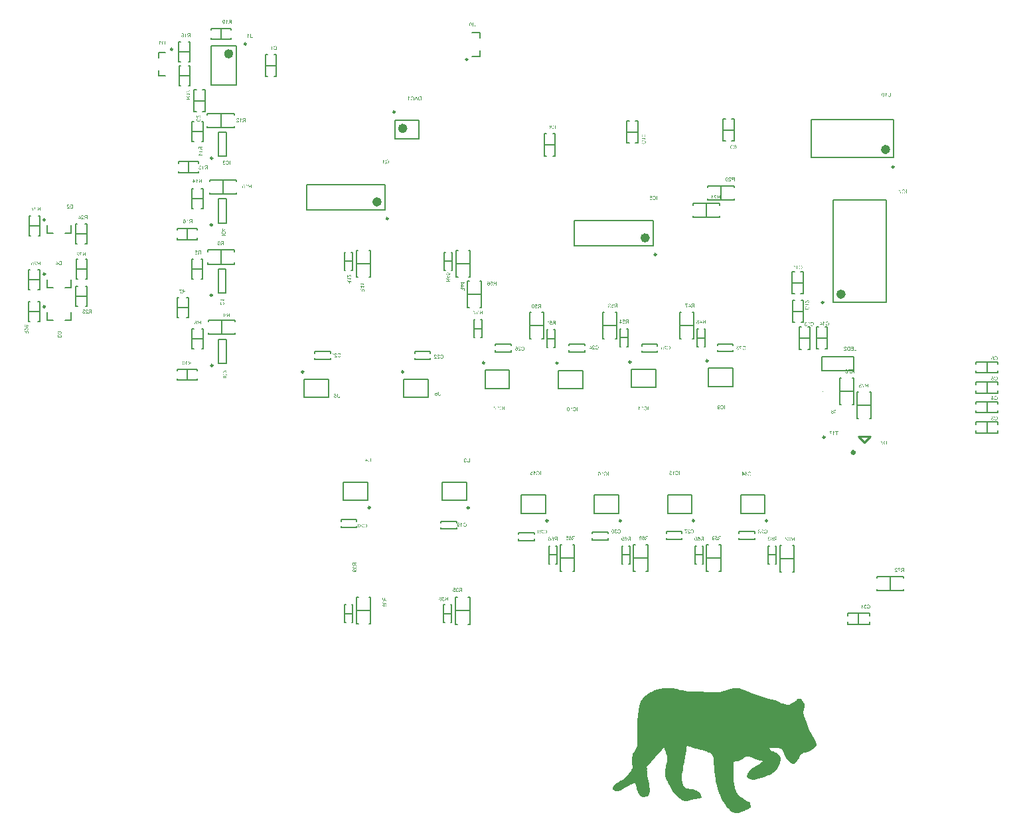
<source format=gbr>
%TF.GenerationSoftware,Altium Limited,Altium Designer,19.1.8 (144)*%
G04 Layer_Color=65280*
%FSLAX26Y26*%
%MOIN*%
%TF.FileFunction,Legend,Bot*%
%TF.Part,Single*%
G01*
G75*
%TA.AperFunction,NonConductor*%
%ADD67C,0.009842*%
%ADD68C,0.023622*%
%ADD69C,0.003937*%
%ADD70C,0.019685*%
%ADD71C,0.005906*%
%ADD72C,0.007874*%
%ADD73C,0.010000*%
G36*
X3612043Y786169D02*
X3617146Y784711D01*
X3624436Y783253D01*
X3633184Y780337D01*
X3643390Y776692D01*
X3655054Y771589D01*
X3655783Y770860D01*
X3658699Y770131D01*
X3663073Y767944D01*
X3668905Y765757D01*
X3675466Y762841D01*
X3683485Y759925D01*
X3692962Y756280D01*
X3702439Y752635D01*
X3722851Y745345D01*
X3744721Y738055D01*
X3765862Y732223D01*
X3776068Y730036D01*
X3785545Y728578D01*
X3786274D01*
X3787732Y727849D01*
X3790648Y727120D01*
X3794293Y725662D01*
X3799396Y724204D01*
X3805228Y721288D01*
X3812518Y718372D01*
X3820537Y713998D01*
X3821266Y713269D01*
X3824182Y712540D01*
X3828556Y710353D01*
X3834388Y708166D01*
X3846781Y704521D01*
X3853342Y703063D01*
X3859174Y702334D01*
X3861361D01*
X3863548Y703063D01*
X3867193Y703792D01*
X3871567Y705250D01*
X3877399Y708166D01*
X3883231Y711082D01*
X3889792Y715456D01*
X3890521Y716185D01*
X3891250Y716914D01*
X3895624Y719830D01*
X3899998Y723475D01*
X3904372Y727120D01*
X3905101D01*
X3905830Y728578D01*
X3910204Y730765D01*
X3916765Y732952D01*
X3920410Y733681D01*
X3924784Y732952D01*
X3925513D01*
X3927700Y731494D01*
X3930616Y728578D01*
X3932074Y726391D01*
X3934261Y723475D01*
X3934990Y722746D01*
X3936448Y720559D01*
X3937177Y719101D01*
X3938635Y716185D01*
X3940822Y713269D01*
X3943009Y708895D01*
X3943738Y708166D01*
X3944467Y705979D01*
X3945196Y703792D01*
Y700876D01*
Y699418D01*
X3944467Y695773D01*
Y692857D01*
X3943738Y689212D01*
X3942280Y684838D01*
X3940822Y679735D01*
Y679006D01*
X3940093Y677548D01*
X3939364Y674632D01*
X3938635Y671716D01*
X3937906Y665884D01*
Y662968D01*
Y660781D01*
Y660052D01*
X3938635Y659323D01*
X3939364Y656407D01*
X3940093Y652762D01*
X3942280Y647659D01*
X3944467Y640369D01*
X3948112Y631621D01*
X3952486Y620686D01*
Y619957D01*
X3953215Y618499D01*
X3954673Y616312D01*
X3955402Y613396D01*
X3958318Y604648D01*
X3960505Y594442D01*
Y593713D01*
X3961234Y591526D01*
X3962692Y588610D01*
X3964879Y583507D01*
X3967795Y576946D01*
X3972169Y568198D01*
X3977272Y557992D01*
X3984562Y546328D01*
X3985291Y544870D01*
X3987478Y541225D01*
X3990394Y536122D01*
X3994039Y528832D01*
X3997684Y521542D01*
X4000600Y514252D01*
X4002787Y506962D01*
X4003516Y500401D01*
X4002787Y498943D01*
X4000600Y496027D01*
X3997684Y492382D01*
X3994768Y488737D01*
X3994039Y488008D01*
X3992581Y486550D01*
X3990394Y484363D01*
X3987478Y481447D01*
X3983104Y477802D01*
X3978730Y474886D01*
X3973627Y471241D01*
X3967795Y469054D01*
X3967066D01*
X3964150Y468325D01*
X3961234Y466867D01*
X3956860Y466138D01*
X3946654Y463222D01*
X3942280Y461764D01*
X3938635Y461035D01*
X3937906D01*
X3936448Y460306D01*
X3933532Y458848D01*
X3930616Y456661D01*
X3924055Y451558D01*
X3921139Y447913D01*
X3919681Y443539D01*
Y442810D01*
X3918952Y441352D01*
X3918223Y439165D01*
X3916765Y436249D01*
X3912391Y428230D01*
X3908746Y423856D01*
X3905101Y418753D01*
X3904372Y418024D01*
X3902914Y416566D01*
X3898540Y412192D01*
X3893437Y407818D01*
X3891250Y406360D01*
X3889792Y405631D01*
X3887605D01*
X3885418Y406360D01*
X3882502Y407818D01*
X3878857Y409276D01*
X3875212Y411463D01*
X3870838Y415108D01*
X3865735Y420211D01*
X3865006Y420940D01*
X3863548Y422398D01*
X3861361Y425314D01*
X3858445Y428230D01*
X3852613Y434791D01*
X3850426Y437707D01*
X3848239Y439894D01*
X3847510Y440623D01*
X3846052Y443539D01*
X3843865Y448642D01*
X3841678Y455932D01*
Y456661D01*
X3840949Y458848D01*
X3839491Y462493D01*
X3838033Y466138D01*
X3833659Y474157D01*
X3831472Y477802D01*
X3828556Y480718D01*
X3827827Y481447D01*
X3824911Y482176D01*
X3820537Y483634D01*
X3813247Y485092D01*
X3812518D01*
X3811060Y485821D01*
X3809602D01*
X3806686Y486550D01*
X3799396Y487279D01*
X3766591D01*
X3773881Y472699D01*
X3775339Y471970D01*
X3778255Y471241D01*
X3781900Y469783D01*
X3787003Y467596D01*
X3792835Y465409D01*
X3797938Y463951D01*
X3801583Y462493D01*
X3804499Y461035D01*
X3805228Y460306D01*
X3807415Y459577D01*
X3810331Y456661D01*
X3813976Y453745D01*
X3817621Y449371D01*
X3820537Y443539D01*
X3822724Y436978D01*
X3823453Y428959D01*
Y428230D01*
Y425314D01*
X3822724Y421669D01*
X3821995Y416566D01*
X3819808Y410005D01*
X3817621Y402715D01*
X3813976Y394696D01*
X3809602Y386677D01*
X3808873Y385948D01*
X3807415Y383032D01*
X3803770Y378658D01*
X3800125Y374284D01*
X3795022Y368452D01*
X3789190Y363349D01*
X3781900Y357517D01*
X3774610Y353143D01*
X3773881Y352414D01*
X3770965Y351685D01*
X3766591Y349498D01*
X3761488Y347311D01*
X3754927Y344395D01*
X3747637Y341479D01*
X3730870Y336376D01*
X3730141D01*
X3727225Y335647D01*
X3722851Y334189D01*
X3717019Y332731D01*
X3710458Y331273D01*
X3703168Y329815D01*
X3687859Y326170D01*
X3687130D01*
X3685672Y325441D01*
X3682756Y326170D01*
X3679111Y326899D01*
X3678382D01*
X3676924Y327628D01*
X3671821Y329815D01*
X3667447Y331273D01*
X3665260Y332002D01*
X3664531D01*
X3663802Y333460D01*
X3662344Y334189D01*
X3659428Y336376D01*
X3658699Y337105D01*
X3657241Y337834D01*
X3655054Y340021D01*
X3654325Y341479D01*
Y342937D01*
X3655054Y345853D01*
X3656512Y350956D01*
X3658699Y357517D01*
X3663073Y365536D01*
X3668905Y372826D01*
X3677653Y380845D01*
X3683485Y385219D01*
X3689317Y388864D01*
X3690775Y389593D01*
X3694420Y391780D01*
X3699523Y394696D01*
X3706813Y399070D01*
X3714103Y403444D01*
X3722122Y408547D01*
X3729412Y414379D01*
X3735973Y419482D01*
X3735244D01*
X3733057Y420211D01*
X3729412Y420940D01*
X3724309Y422398D01*
X3717748Y423856D01*
X3710458Y426043D01*
X3701710Y428959D01*
X3692233Y432604D01*
X3690775Y433333D01*
X3687859Y434062D01*
X3683485Y435520D01*
X3678382Y437707D01*
X3666718Y441352D01*
X3661615Y442081D01*
X3657241Y442810D01*
X3652867D01*
X3649222Y441352D01*
X3646306Y439894D01*
X3645577Y439165D01*
X3642661Y437707D01*
X3639016Y435520D01*
X3633913Y432604D01*
X3629539Y429688D01*
X3625165Y426772D01*
X3621520Y424585D01*
X3619333Y423127D01*
X3618604D01*
X3616417Y421669D01*
X3613501Y420940D01*
X3609856Y419482D01*
X3604753Y418024D01*
X3598921Y417295D01*
X3586528Y415837D01*
Y373555D01*
Y372826D01*
Y372097D01*
Y369910D01*
Y366994D01*
Y359704D01*
X3587257Y350956D01*
Y340750D01*
X3587986Y329815D01*
X3588715Y318880D01*
X3590173Y307945D01*
Y306487D01*
X3590902Y303571D01*
X3591631Y298468D01*
X3593818Y291907D01*
X3595276Y283888D01*
X3598192Y275869D01*
X3601837Y267850D01*
X3605482Y259102D01*
X3606211Y258373D01*
X3606940Y256186D01*
X3609127Y253270D01*
X3612772Y249625D01*
X3617146Y244522D01*
X3623707Y239419D01*
X3630997Y234316D01*
X3639745Y228484D01*
X3640474D01*
X3641203Y227755D01*
X3643390Y227026D01*
X3646306Y224839D01*
X3650680Y222652D01*
X3655783Y219736D01*
X3663073Y216091D01*
X3671092Y211717D01*
X3674008Y186931D01*
X3673279Y186202D01*
X3670363Y184744D01*
X3665989Y182557D01*
X3660886Y180370D01*
X3649951Y174538D01*
X3644119Y171622D01*
X3639745Y169435D01*
X3639016Y168706D01*
X3636100Y167977D01*
X3631726Y165790D01*
X3626623Y164332D01*
X3614230Y159958D01*
X3607669Y159229D01*
X3601837Y158500D01*
X3599650D01*
X3596734Y159229D01*
X3593089Y159958D01*
X3588715Y161416D01*
X3584341Y163603D01*
X3579238Y166519D01*
X3574135Y170164D01*
X3572677Y171622D01*
X3571219Y173080D01*
X3569032Y175267D01*
X3566116Y178183D01*
X3562471Y181828D01*
X3557368Y186931D01*
X3552265Y193492D01*
X3551536Y194221D01*
X3550807Y194950D01*
X3548620Y197137D01*
X3546433Y200053D01*
X3543517Y204427D01*
X3540601Y209530D01*
X3536227Y215362D01*
X3532582Y221923D01*
X3528208Y229213D01*
X3523834Y237961D01*
X3519460Y248167D01*
X3515086Y258373D01*
X3511441Y270766D01*
X3507067Y283159D01*
X3503422Y297010D01*
X3499777Y312319D01*
Y313048D01*
X3499048Y315235D01*
X3498319Y318151D01*
X3497590Y322525D01*
X3496861Y328357D01*
X3496132Y334918D01*
X3494674Y342208D01*
X3493945Y350227D01*
X3491029Y368452D01*
X3489571Y389593D01*
X3488113Y410734D01*
X3487384Y433333D01*
Y434791D01*
X3486655Y437707D01*
X3485197Y442081D01*
X3481552Y447913D01*
X3476449Y454474D01*
X3472804Y457390D01*
X3467701Y461035D01*
X3462598Y463951D01*
X3456766Y466867D01*
X3449476Y469783D01*
X3441457Y471970D01*
X3440728D01*
X3439270Y472699D01*
X3437083Y473428D01*
X3433438Y474157D01*
X3429793Y474886D01*
X3424690Y476344D01*
X3413755Y479989D01*
X3399904Y483634D01*
X3385324Y487279D01*
X3370015Y491653D01*
X3353977Y496027D01*
X3350332Y486550D01*
Y485821D01*
Y482176D01*
Y477802D01*
X3349603Y470512D01*
X3348874Y462493D01*
X3347416Y453016D01*
X3345229Y442081D01*
X3343042Y430417D01*
Y429688D01*
X3342313Y427501D01*
X3341584Y423856D01*
X3340855Y418753D01*
X3339397Y412921D01*
X3337939Y406360D01*
X3335752Y391780D01*
X3332836Y376471D01*
X3329920Y361162D01*
X3329191Y353872D01*
X3328462Y348040D01*
X3327733Y342208D01*
Y337834D01*
Y337105D01*
Y334189D01*
Y330544D01*
X3328462Y325441D01*
X3329920Y313777D01*
X3332836Y302113D01*
Y301384D01*
X3334294Y299926D01*
X3335752Y297739D01*
X3337210Y294823D01*
X3343771Y288262D01*
X3347416Y285346D01*
X3352519Y283159D01*
X3353977D01*
X3357622Y282430D01*
X3362725Y281701D01*
X3369286Y280243D01*
X3383866Y277327D01*
X3391156Y275869D01*
X3396988Y273682D01*
X3398446Y272953D01*
X3401362Y272224D01*
X3406465Y269308D01*
X3411568Y266392D01*
X3416671Y261289D01*
X3421774Y255457D01*
X3424690Y247438D01*
X3426148Y238690D01*
Y237961D01*
X3425419Y237232D01*
X3423961Y236503D01*
X3422503Y235045D01*
X3419587Y233587D01*
X3415213Y232858D01*
X3410110Y231400D01*
X3407194D01*
X3404278Y230671D01*
X3401362Y229942D01*
X3392614Y229213D01*
X3385324Y227755D01*
X3384595D01*
X3383866Y227026D01*
X3379492Y226297D01*
X3372931Y224110D01*
X3364912Y221923D01*
X3364183D01*
X3363454Y221194D01*
X3359080Y220465D01*
X3353248Y219007D01*
X3348874Y218278D01*
X3348145D01*
X3345958Y219007D01*
X3341584Y219736D01*
X3336481Y221194D01*
X3335023Y221923D01*
X3331378Y223381D01*
X3326275Y227026D01*
X3319714Y232129D01*
Y232858D01*
X3318256Y233587D01*
X3315340Y236503D01*
X3310966Y240148D01*
X3308050Y243064D01*
X3307321Y243793D01*
X3305134Y245251D01*
X3302218Y247438D01*
X3297844Y251812D01*
X3293470Y256186D01*
X3288367Y262018D01*
X3282535Y269308D01*
X3276703Y277327D01*
X3275974Y278056D01*
X3275245Y280243D01*
X3273058Y283888D01*
X3270142Y289720D01*
X3266497Y296281D01*
X3261394Y305029D01*
X3256291Y314506D01*
X3250459Y326170D01*
Y326899D01*
X3249730Y327628D01*
X3248272Y331273D01*
X3246085Y336376D01*
X3244627Y342208D01*
Y342937D01*
Y343666D01*
X3243898Y348040D01*
X3243169Y353872D01*
Y360433D01*
Y361162D01*
Y363349D01*
X3243898Y366265D01*
Y371368D01*
X3244627Y377200D01*
X3246085Y385219D01*
X3248272Y394696D01*
X3250459Y405631D01*
Y406360D01*
X3251188Y408547D01*
X3251917Y412192D01*
X3253375Y415837D01*
X3254833Y424585D01*
X3255562Y428959D01*
Y431875D01*
Y432604D01*
Y434791D01*
Y437707D01*
X3254833Y441352D01*
X3254104Y445726D01*
X3252646Y450829D01*
X3249001Y462493D01*
Y463222D01*
X3248272Y465409D01*
X3246814Y468325D01*
X3245356Y472699D01*
X3240982Y482176D01*
X3236608Y493111D01*
X3230047Y479989D01*
X3229318Y479260D01*
X3227860Y477073D01*
X3224944Y473428D01*
X3219841Y467596D01*
X3213280Y460306D01*
X3205261Y450829D01*
X3195055Y439165D01*
X3181933Y425314D01*
X3180475Y423856D01*
X3177559Y420940D01*
X3173185Y415837D01*
X3168082Y410005D01*
X3162979Y404173D01*
X3157876Y399070D01*
X3154231Y395425D01*
X3152044Y393238D01*
Y392509D01*
X3151315Y391051D01*
Y387406D01*
X3152773Y382303D01*
Y381574D01*
Y380116D01*
X3152044Y377200D01*
X3152773Y372097D01*
Y365536D01*
X3154231Y356788D01*
X3155689Y345124D01*
X3158605Y331273D01*
Y330544D01*
X3159334Y329815D01*
Y327628D01*
X3160063Y324712D01*
X3161521Y317422D01*
X3162979Y309403D01*
X3164437Y299926D01*
X3165895Y290449D01*
X3167353Y281701D01*
Y274411D01*
Y272953D01*
Y270037D01*
X3166624Y264934D01*
X3165895Y259831D01*
X3164437Y253999D01*
X3162250Y248896D01*
X3159334Y244522D01*
X3154960Y242335D01*
X3154231D01*
X3152773Y241606D01*
X3150586D01*
X3147670Y240877D01*
X3141838Y240148D01*
X3136006Y239419D01*
X3135277D01*
X3132361Y240148D01*
X3128716Y240877D01*
X3123613Y243793D01*
X3118510Y247438D01*
X3113407Y253270D01*
X3109033Y261289D01*
X3106846Y265663D01*
X3104659Y271495D01*
Y272224D01*
X3103930Y275140D01*
X3102472Y278785D01*
X3101743Y283888D01*
X3099556Y290449D01*
X3098098Y297010D01*
X3093724Y312319D01*
X3092995D01*
X3090808Y310861D01*
X3086434Y309403D01*
X3079873Y306487D01*
X3071854Y302113D01*
X3060190Y297010D01*
X3047068Y288991D01*
X3039049Y284617D01*
X3030301Y279514D01*
X3029572Y278785D01*
X3026656Y278056D01*
X3023740Y275869D01*
X3019366Y273682D01*
X3009160Y270037D01*
X3004786Y268579D01*
X3001141Y267850D01*
X2998225D01*
X2995309Y268579D01*
X2991664Y270037D01*
X2990935D01*
X2990206Y271495D01*
X2985832Y274411D01*
X2982187Y278056D01*
X2980729Y280243D01*
X2980000Y282430D01*
Y283159D01*
X2980729Y286075D01*
X2982916Y291178D01*
X2987290Y298468D01*
X2988019Y299197D01*
X2989477Y300655D01*
X2993122Y303571D01*
X2998954Y307945D01*
X3000412Y308674D01*
X3004057Y310861D01*
X3009160Y313777D01*
X3015721Y318151D01*
X3029572Y326899D01*
X3036133Y331273D01*
X3041236Y335647D01*
X3041965Y336376D01*
X3044152Y337834D01*
X3047068Y340750D01*
X3050713Y345124D01*
X3055087Y349498D01*
X3059461Y354601D01*
X3068938Y366994D01*
X3069667Y367723D01*
X3071125Y369910D01*
X3073312Y372826D01*
X3075499Y377200D01*
X3079873Y385219D01*
X3081331Y388864D01*
Y391780D01*
Y392509D01*
X3080602Y395425D01*
X3079873Y399070D01*
X3079144Y403444D01*
X3076957Y415108D01*
X3076228Y426043D01*
Y426772D01*
Y429688D01*
X3076957Y434791D01*
X3078415Y440623D01*
X3079873Y447184D01*
X3082060Y454474D01*
X3085705Y462493D01*
X3090808Y470512D01*
X3091537Y471241D01*
X3092995Y474157D01*
X3095182Y477802D01*
X3098098Y483634D01*
X3101014Y489466D01*
X3103201Y496027D01*
X3104659Y502588D01*
X3105388Y509149D01*
Y509878D01*
Y512065D01*
Y515710D01*
Y520084D01*
Y526645D01*
Y533935D01*
X3104659Y543412D01*
Y553618D01*
Y555076D01*
Y558721D01*
Y563824D01*
Y570385D01*
X3103930Y584965D01*
Y592255D01*
Y598087D01*
Y599545D01*
Y602461D01*
Y606835D01*
X3104659Y613396D01*
Y621415D01*
X3105388Y630163D01*
X3106117Y640369D01*
X3106846Y650575D01*
X3110491Y673174D01*
X3114865Y695044D01*
X3117781Y705250D01*
X3120697Y715456D01*
X3125071Y724204D01*
X3129445Y732223D01*
X3130174Y732952D01*
X3130903Y734410D01*
X3133819Y737326D01*
X3136735Y740971D01*
X3141109Y744616D01*
X3146212Y749719D01*
X3153502Y754822D01*
X3160792Y759925D01*
X3170269Y765028D01*
X3180475Y769402D01*
X3192139Y774505D01*
X3204532Y778150D01*
X3219112Y781795D01*
X3235150Y784711D01*
X3252646Y786169D01*
X3271600Y786898D01*
X3273787D01*
X3277432Y786169D01*
X3281806D01*
X3287638Y784711D01*
X3294928Y783253D01*
X3303676Y781066D01*
X3313882Y778150D01*
X3315340D01*
X3318985Y776692D01*
X3324088Y775963D01*
X3330649Y774505D01*
X3344500Y771589D01*
X3350332Y770860D01*
X3355435Y770131D01*
X3375118D01*
X3385324Y769402D01*
X3397717D01*
X3412297Y768673D01*
X3428335Y767944D01*
X3435625D01*
X3442915Y767215D01*
X3452392D01*
X3461140Y766486D01*
X3469888D01*
X3477178Y765757D01*
X3511441D01*
X3515086Y766486D01*
X3519460Y767215D01*
X3523834D01*
X3525292Y767944D01*
X3528208Y768673D01*
X3532582Y769402D01*
X3537685Y770860D01*
X3544246Y773047D01*
X3552265Y775234D01*
X3561013Y778150D01*
X3562471Y778879D01*
X3565387Y779608D01*
X3570490Y781066D01*
X3576322Y782524D01*
X3583612Y783982D01*
X3590902Y785440D01*
X3598192Y786898D01*
X3607669D01*
X3612043Y786169D01*
D02*
G37*
G36*
X4195000Y2366000D02*
X4192452D01*
Y2374504D01*
X4189183D01*
X4188878Y2374476D01*
X4188657D01*
X4188463Y2374448D01*
X4188324Y2374421D01*
X4188213D01*
X4188158Y2374393D01*
X4188130D01*
X4187687Y2374255D01*
X4187493Y2374171D01*
X4187327Y2374088D01*
X4187161Y2374005D01*
X4187050Y2373950D01*
X4186995Y2373922D01*
X4186967Y2373894D01*
X4186745Y2373728D01*
X4186524Y2373534D01*
X4186108Y2373119D01*
X4185914Y2372925D01*
X4185776Y2372759D01*
X4185693Y2372648D01*
X4185665Y2372620D01*
X4185388Y2372233D01*
X4185083Y2371817D01*
X4184779Y2371374D01*
X4184474Y2370958D01*
X4184225Y2370570D01*
X4184031Y2370266D01*
X4183948Y2370155D01*
X4183892Y2370072D01*
X4183837Y2370017D01*
Y2369989D01*
X4181316Y2366000D01*
X4178158D01*
X4181455Y2371208D01*
X4181842Y2371762D01*
X4182203Y2372260D01*
X4182563Y2372676D01*
X4182867Y2373064D01*
X4183144Y2373340D01*
X4183366Y2373562D01*
X4183505Y2373701D01*
X4183560Y2373756D01*
X4183782Y2373922D01*
X4184031Y2374116D01*
X4184529Y2374421D01*
X4184751Y2374532D01*
X4184917Y2374642D01*
X4185028Y2374698D01*
X4185083Y2374726D01*
X4184585Y2374809D01*
X4184114Y2374892D01*
X4183698Y2375030D01*
X4183283Y2375141D01*
X4182923Y2375280D01*
X4182590Y2375446D01*
X4182286Y2375584D01*
X4182009Y2375723D01*
X4181787Y2375889D01*
X4181565Y2376027D01*
X4181399Y2376138D01*
X4181261Y2376249D01*
X4181150Y2376332D01*
X4181067Y2376415D01*
X4181039Y2376443D01*
X4181011Y2376471D01*
X4180790Y2376748D01*
X4180568Y2377025D01*
X4180236Y2377606D01*
X4180014Y2378188D01*
X4179848Y2378742D01*
X4179786Y2379005D01*
X4179189Y2377188D01*
X4178552Y2377409D01*
X4177971Y2377631D01*
X4177444Y2377852D01*
X4177001Y2378046D01*
X4176641Y2378213D01*
X4176364Y2378351D01*
X4176253Y2378406D01*
X4176170Y2378434D01*
X4176142Y2378462D01*
X4176115D01*
X4176198Y2377769D01*
X4176281Y2377132D01*
X4176309Y2376550D01*
X4176364Y2376080D01*
X4176392Y2375720D01*
X4176419Y2375415D01*
Y2375332D01*
Y2375249D01*
Y2375221D01*
Y2375193D01*
X4174536D01*
Y2375387D01*
Y2375609D01*
X4174564Y2376080D01*
X4174619Y2376634D01*
X4174674Y2377160D01*
X4174702Y2377659D01*
X4174730Y2377880D01*
X4174757Y2378074D01*
Y2378240D01*
X4174785Y2378351D01*
Y2378434D01*
Y2378462D01*
X4174397Y2378268D01*
X4173926Y2378046D01*
X4173428Y2377825D01*
X4172929Y2377631D01*
X4172486Y2377465D01*
X4172264Y2377381D01*
X4172098Y2377298D01*
X4171960Y2377271D01*
X4171849Y2377215D01*
X4171793Y2377188D01*
X4171766D01*
X4171184Y2379044D01*
X4172320Y2379348D01*
X4172846Y2379459D01*
X4173345Y2379570D01*
X4173760Y2379653D01*
X4173926Y2379708D01*
X4174093Y2379736D01*
X4174203Y2379764D01*
X4174287D01*
X4174342Y2379791D01*
X4174370D01*
X4174231Y2379902D01*
X4174093Y2380068D01*
X4173760Y2380428D01*
X4173400Y2380816D01*
X4173040Y2381232D01*
X4172708Y2381620D01*
X4172458Y2381952D01*
X4172347Y2382090D01*
X4172264Y2382174D01*
X4172237Y2382229D01*
X4172209Y2382257D01*
X4172760Y2382648D01*
X4167106D01*
X4167771Y2381844D01*
X4168408Y2380986D01*
X4168962Y2380155D01*
X4169488Y2379351D01*
X4169710Y2378991D01*
X4169904Y2378659D01*
X4170098Y2378354D01*
X4170236Y2378105D01*
X4170347Y2377883D01*
X4170430Y2377745D01*
X4170485Y2377634D01*
X4170513Y2377606D01*
X4171067Y2376498D01*
X4171566Y2375390D01*
X4171981Y2374338D01*
X4172148Y2373867D01*
X4172314Y2373396D01*
X4172480Y2372980D01*
X4172591Y2372593D01*
X4172702Y2372260D01*
X4172785Y2371983D01*
X4172868Y2371734D01*
X4172923Y2371568D01*
X4172951Y2371457D01*
Y2371429D01*
X4173228Y2370294D01*
X4173339Y2369740D01*
X4173422Y2369241D01*
X4173505Y2368770D01*
X4173588Y2368299D01*
X4173643Y2367911D01*
X4173699Y2367523D01*
X4173726Y2367191D01*
X4173754Y2366886D01*
X4173782Y2366609D01*
Y2366388D01*
X4173810Y2366222D01*
Y2366111D01*
Y2366028D01*
Y2366000D01*
X4171400D01*
X4171316Y2367053D01*
X4171178Y2368022D01*
X4171039Y2368909D01*
X4170956Y2369324D01*
X4170873Y2369712D01*
X4170818Y2370044D01*
X4170735Y2370349D01*
X4170679Y2370626D01*
X4170624Y2370847D01*
X4170569Y2371014D01*
X4170541Y2371152D01*
X4170513Y2371235D01*
Y2371263D01*
X4170098Y2372537D01*
X4169654Y2373728D01*
X4169433Y2374310D01*
X4169211Y2374864D01*
X4168962Y2375363D01*
X4168740Y2375861D01*
X4168547Y2376304D01*
X4168353Y2376692D01*
X4168186Y2377025D01*
X4168048Y2377329D01*
X4167909Y2377579D01*
X4167826Y2377745D01*
X4167771Y2377856D01*
X4167743Y2377883D01*
X4167411Y2378465D01*
X4167078Y2379047D01*
X4166746Y2379573D01*
X4166414Y2380072D01*
X4166109Y2380515D01*
X4165804Y2380958D01*
X4165499Y2381346D01*
X4165250Y2381678D01*
X4165001Y2382011D01*
X4164779Y2382288D01*
X4164558Y2382509D01*
X4164391Y2382703D01*
X4164281Y2382869D01*
X4164170Y2382980D01*
X4164114Y2383035D01*
X4164087Y2383063D01*
Y2384919D01*
X4176496D01*
Y2382648D01*
X4174217D01*
X4174314Y2382506D01*
X4174591Y2382035D01*
X4174868Y2381592D01*
X4175090Y2381204D01*
X4175256Y2380872D01*
X4175339Y2380733D01*
X4175395Y2380650D01*
X4175422Y2380595D01*
Y2380567D01*
X4175782Y2381176D01*
X4176142Y2381730D01*
X4176447Y2382201D01*
X4176696Y2382617D01*
X4176918Y2382921D01*
X4177084Y2383143D01*
X4177195Y2383282D01*
X4177223Y2383337D01*
X4178774Y2382257D01*
X4178275Y2381647D01*
X4177804Y2381121D01*
X4177444Y2380706D01*
X4177112Y2380345D01*
X4176863Y2380096D01*
X4176669Y2379930D01*
X4176558Y2379819D01*
X4176530Y2379791D01*
X4177140Y2379708D01*
X4177721Y2379597D01*
X4178275Y2379459D01*
X4178774Y2379348D01*
X4179189Y2379237D01*
X4179356Y2379182D01*
X4179522Y2379127D01*
X4179633Y2379099D01*
X4179716Y2379071D01*
X4179771Y2379044D01*
X4179777D01*
X4179737Y2379213D01*
X4179710Y2379407D01*
Y2379601D01*
X4179682Y2379739D01*
Y2379850D01*
Y2379905D01*
Y2379933D01*
X4179710Y2380515D01*
X4179793Y2381041D01*
X4179931Y2381540D01*
X4180070Y2381955D01*
X4180236Y2382315D01*
X4180347Y2382592D01*
X4180458Y2382758D01*
X4180485Y2382786D01*
Y2382814D01*
X4180818Y2383257D01*
X4181150Y2383645D01*
X4181510Y2383977D01*
X4181842Y2384227D01*
X4182147Y2384421D01*
X4182396Y2384531D01*
X4182563Y2384614D01*
X4182590Y2384642D01*
X4182618D01*
X4182867Y2384725D01*
X4183172Y2384808D01*
X4183782Y2384947D01*
X4184446Y2385030D01*
X4185056Y2385113D01*
X4185637Y2385141D01*
X4185887D01*
X4186108Y2385168D01*
X4195000D01*
Y2366000D01*
D02*
G37*
G36*
X4155528Y2385224D02*
X4156054Y2385168D01*
X4156552Y2385058D01*
X4157023Y2384919D01*
X4157439Y2384725D01*
X4157854Y2384559D01*
X4158214Y2384337D01*
X4158547Y2384144D01*
X4158824Y2383950D01*
X4159101Y2383728D01*
X4159322Y2383562D01*
X4159489Y2383396D01*
X4159627Y2383229D01*
X4159738Y2383119D01*
X4159793Y2383063D01*
X4159821Y2383035D01*
X4160181Y2382537D01*
X4160486Y2381955D01*
X4160763Y2381346D01*
X4161012Y2380709D01*
X4161206Y2380044D01*
X4161372Y2379379D01*
X4161511Y2378687D01*
X4161622Y2378050D01*
X4161705Y2377412D01*
X4161760Y2376831D01*
X4161815Y2376304D01*
X4161843Y2375861D01*
Y2375473D01*
X4161871Y2375196D01*
Y2375086D01*
Y2375003D01*
Y2374975D01*
Y2374947D01*
X4161843Y2374061D01*
X4161788Y2373230D01*
X4161705Y2372454D01*
X4161566Y2371734D01*
X4161428Y2371097D01*
X4161289Y2370515D01*
X4161123Y2369989D01*
X4160929Y2369518D01*
X4160763Y2369130D01*
X4160597Y2368770D01*
X4160458Y2368493D01*
X4160292Y2368244D01*
X4160181Y2368050D01*
X4160098Y2367939D01*
X4160043Y2367856D01*
X4160015Y2367828D01*
X4159655Y2367440D01*
X4159267Y2367108D01*
X4158879Y2366831D01*
X4158491Y2366582D01*
X4158076Y2366360D01*
X4157688Y2366194D01*
X4157300Y2366055D01*
X4156913Y2365945D01*
X4156580Y2365861D01*
X4156248Y2365778D01*
X4155971Y2365723D01*
X4155721Y2365695D01*
X4155500D01*
X4155361Y2365668D01*
X4155223D01*
X4154586Y2365695D01*
X4154004Y2365806D01*
X4153478Y2365917D01*
X4153007Y2366083D01*
X4152647Y2366222D01*
X4152370Y2366360D01*
X4152259Y2366388D01*
X4152176Y2366443D01*
X4152148Y2366471D01*
X4152120D01*
X4151650Y2366803D01*
X4151206Y2367191D01*
X4150846Y2367579D01*
X4150542Y2367967D01*
X4150292Y2368327D01*
X4150126Y2368604D01*
X4150071Y2368715D01*
X4150015Y2368798D01*
X4149988Y2368825D01*
Y2368853D01*
X4149711Y2369435D01*
X4149517Y2370044D01*
X4149378Y2370598D01*
X4149295Y2371124D01*
X4149212Y2371568D01*
Y2371734D01*
X4149184Y2371900D01*
Y2372039D01*
Y2372122D01*
Y2372177D01*
Y2372205D01*
X4149212Y2372703D01*
X4149267Y2373174D01*
X4149350Y2373645D01*
X4149434Y2374061D01*
X4149572Y2374448D01*
X4149711Y2374836D01*
X4149849Y2375169D01*
X4150015Y2375473D01*
X4150181Y2375750D01*
X4150320Y2376000D01*
X4150458Y2376194D01*
X4150597Y2376387D01*
X4150680Y2376526D01*
X4150763Y2376609D01*
X4150819Y2376664D01*
X4150846Y2376692D01*
X4151151Y2376997D01*
X4151483Y2377274D01*
X4151843Y2377495D01*
X4152176Y2377689D01*
X4152508Y2377883D01*
X4152841Y2378022D01*
X4153478Y2378216D01*
X4153755Y2378299D01*
X4154032Y2378354D01*
X4154253Y2378382D01*
X4154475Y2378410D01*
X4154641Y2378437D01*
X4154863D01*
X4155361Y2378410D01*
X4155832Y2378327D01*
X4156275Y2378243D01*
X4156663Y2378133D01*
X4156996Y2377994D01*
X4157245Y2377911D01*
X4157411Y2377828D01*
X4157439Y2377800D01*
X4157467D01*
X4157910Y2377523D01*
X4158297Y2377218D01*
X4158658Y2376914D01*
X4158935Y2376581D01*
X4159184Y2376304D01*
X4159378Y2376083D01*
X4159489Y2375917D01*
X4159516Y2375889D01*
Y2376387D01*
X4159489Y2376886D01*
X4159461Y2377329D01*
X4159405Y2377773D01*
X4159378Y2378160D01*
X4159322Y2378520D01*
X4159267Y2378853D01*
X4159184Y2379157D01*
X4159128Y2379434D01*
X4159073Y2379656D01*
X4159018Y2379850D01*
X4158990Y2380016D01*
X4158935Y2380127D01*
X4158907Y2380210D01*
X4158879Y2380265D01*
Y2380293D01*
X4158602Y2380847D01*
X4158325Y2381346D01*
X4158020Y2381734D01*
X4157743Y2382066D01*
X4157494Y2382343D01*
X4157300Y2382537D01*
X4157162Y2382648D01*
X4157106Y2382675D01*
X4156774Y2382897D01*
X4156442Y2383035D01*
X4156109Y2383146D01*
X4155777Y2383229D01*
X4155528Y2383285D01*
X4155306Y2383312D01*
X4155112D01*
X4154613Y2383257D01*
X4154142Y2383146D01*
X4153755Y2382980D01*
X4153395Y2382814D01*
X4153118Y2382620D01*
X4152924Y2382454D01*
X4152813Y2382343D01*
X4152757Y2382288D01*
X4152564Y2382038D01*
X4152370Y2381734D01*
X4152203Y2381401D01*
X4152093Y2381069D01*
X4151982Y2380764D01*
X4151899Y2380515D01*
X4151871Y2380349D01*
X4151843Y2380321D01*
Y2380293D01*
X4149489Y2380487D01*
X4149655Y2381263D01*
X4149904Y2381955D01*
X4150181Y2382565D01*
X4150486Y2383063D01*
X4150791Y2383451D01*
X4150902Y2383617D01*
X4151040Y2383756D01*
X4151123Y2383839D01*
X4151206Y2383922D01*
X4151234Y2383950D01*
X4151262Y2383977D01*
X4151539Y2384199D01*
X4151843Y2384393D01*
X4152453Y2384725D01*
X4153062Y2384947D01*
X4153644Y2385085D01*
X4154170Y2385196D01*
X4154392Y2385224D01*
X4154586D01*
X4154752Y2385251D01*
X4154974D01*
X4155528Y2385224D01*
D02*
G37*
G36*
X4041023Y2624081D02*
X4041328Y2623637D01*
X4041688Y2623194D01*
X4042021Y2622806D01*
X4042353Y2622474D01*
X4042602Y2622197D01*
X4042713Y2622114D01*
X4042796Y2622031D01*
X4042824Y2622003D01*
X4042852Y2621975D01*
X4043433Y2621505D01*
X4044015Y2621061D01*
X4044569Y2620673D01*
X4045123Y2620369D01*
X4045594Y2620092D01*
X4045788Y2619981D01*
X4045954Y2619898D01*
X4046093Y2619815D01*
X4046203Y2619787D01*
X4046259Y2619732D01*
X4046287D01*
Y2617460D01*
X4045871Y2617626D01*
X4045456Y2617820D01*
X4045040Y2618014D01*
X4044652Y2618208D01*
X4044320Y2618374D01*
X4044043Y2618513D01*
X4043877Y2618624D01*
X4043849Y2618651D01*
X4043821D01*
X4043323Y2618956D01*
X4042879Y2619261D01*
X4042492Y2619538D01*
X4042187Y2619787D01*
X4041910Y2619981D01*
X4041744Y2620147D01*
X4041605Y2620258D01*
X4041577Y2620286D01*
Y2605300D01*
X4039223D01*
Y2624552D01*
X4040747D01*
X4041023Y2624081D01*
D02*
G37*
G36*
X4059084Y2624745D02*
X4059970Y2624607D01*
X4060746Y2624441D01*
X4061106Y2624330D01*
X4061438Y2624219D01*
X4061743Y2624108D01*
X4062020Y2623997D01*
X4062242Y2623914D01*
X4062463Y2623831D01*
X4062602Y2623748D01*
X4062713Y2623693D01*
X4062796Y2623665D01*
X4062823Y2623637D01*
X4063571Y2623166D01*
X4064208Y2622613D01*
X4064762Y2622059D01*
X4065233Y2621505D01*
X4065593Y2621006D01*
X4065732Y2620784D01*
X4065843Y2620590D01*
X4065954Y2620452D01*
X4066009Y2620341D01*
X4066037Y2620258D01*
X4066064Y2620230D01*
X4066452Y2619372D01*
X4066729Y2618485D01*
X4066923Y2617599D01*
X4067061Y2616796D01*
X4067117Y2616435D01*
X4067145Y2616075D01*
X4067172Y2615798D01*
Y2615521D01*
X4067200Y2615327D01*
Y2615161D01*
Y2615050D01*
Y2615023D01*
X4067145Y2614026D01*
X4067034Y2613056D01*
X4066895Y2612197D01*
X4066785Y2611782D01*
X4066701Y2611422D01*
X4066618Y2611089D01*
X4066508Y2610785D01*
X4066424Y2610508D01*
X4066369Y2610286D01*
X4066286Y2610120D01*
X4066258Y2609981D01*
X4066203Y2609898D01*
Y2609870D01*
X4065787Y2609039D01*
X4065316Y2608292D01*
X4064818Y2607655D01*
X4064568Y2607405D01*
X4064347Y2607156D01*
X4064125Y2606934D01*
X4063904Y2606740D01*
X4063710Y2606574D01*
X4063544Y2606463D01*
X4063433Y2606353D01*
X4063322Y2606269D01*
X4063267Y2606242D01*
X4063239Y2606214D01*
X4062851Y2605992D01*
X4062463Y2605799D01*
X4061632Y2605494D01*
X4060801Y2605272D01*
X4059998Y2605134D01*
X4059610Y2605078D01*
X4059278Y2605023D01*
X4058973Y2604995D01*
X4058724D01*
X4058502Y2604968D01*
X4058198D01*
X4057644Y2604995D01*
X4057117Y2605051D01*
X4056619Y2605106D01*
X4056148Y2605217D01*
X4055704Y2605355D01*
X4055289Y2605494D01*
X4054901Y2605632D01*
X4054541Y2605799D01*
X4054236Y2605937D01*
X4053932Y2606076D01*
X4053710Y2606214D01*
X4053488Y2606353D01*
X4053350Y2606463D01*
X4053211Y2606519D01*
X4053156Y2606574D01*
X4053128Y2606602D01*
X4052741Y2606934D01*
X4052408Y2607267D01*
X4052104Y2607655D01*
X4051799Y2608042D01*
X4051300Y2608818D01*
X4050912Y2609593D01*
X4050746Y2609954D01*
X4050608Y2610286D01*
X4050497Y2610591D01*
X4050414Y2610840D01*
X4050331Y2611062D01*
X4050275Y2611228D01*
X4050248Y2611339D01*
Y2611366D01*
X4052796Y2612003D01*
X4052907Y2611560D01*
X4053045Y2611145D01*
X4053184Y2610757D01*
X4053322Y2610397D01*
X4053488Y2610064D01*
X4053655Y2609787D01*
X4053849Y2609510D01*
X4054015Y2609261D01*
X4054153Y2609039D01*
X4054320Y2608873D01*
X4054458Y2608707D01*
X4054569Y2608569D01*
X4054680Y2608485D01*
X4054763Y2608402D01*
X4054790Y2608375D01*
X4054818Y2608347D01*
X4055095Y2608125D01*
X4055400Y2607959D01*
X4056009Y2607655D01*
X4056591Y2607433D01*
X4057173Y2607294D01*
X4057671Y2607184D01*
X4057865Y2607156D01*
X4058059D01*
X4058225Y2607128D01*
X4058419D01*
X4059056Y2607156D01*
X4059666Y2607267D01*
X4060220Y2607405D01*
X4060718Y2607571D01*
X4061106Y2607738D01*
X4061272Y2607821D01*
X4061411Y2607876D01*
X4061521Y2607932D01*
X4061605Y2607987D01*
X4061660Y2608015D01*
X4061688D01*
X4062214Y2608402D01*
X4062657Y2608818D01*
X4063045Y2609289D01*
X4063350Y2609732D01*
X4063599Y2610120D01*
X4063765Y2610452D01*
X4063821Y2610591D01*
X4063876Y2610674D01*
X4063904Y2610729D01*
Y2610757D01*
X4064125Y2611477D01*
X4064291Y2612197D01*
X4064430Y2612918D01*
X4064513Y2613582D01*
X4064541Y2613887D01*
X4064568Y2614164D01*
Y2614413D01*
X4064596Y2614607D01*
Y2614773D01*
Y2614912D01*
Y2614995D01*
Y2615023D01*
X4064568Y2615743D01*
X4064513Y2616408D01*
X4064402Y2617017D01*
X4064291Y2617571D01*
X4064208Y2618042D01*
X4064153Y2618236D01*
X4064098Y2618402D01*
X4064070Y2618541D01*
X4064042Y2618624D01*
X4064015Y2618679D01*
Y2618707D01*
X4063738Y2619344D01*
X4063433Y2619926D01*
X4063100Y2620396D01*
X4062740Y2620812D01*
X4062436Y2621144D01*
X4062186Y2621366D01*
X4061992Y2621505D01*
X4061965Y2621560D01*
X4061937D01*
X4061355Y2621920D01*
X4060718Y2622197D01*
X4060109Y2622391D01*
X4059527Y2622502D01*
X4059001Y2622585D01*
X4058779Y2622613D01*
X4058585D01*
X4058447Y2622640D01*
X4058225D01*
X4057533Y2622613D01*
X4056896Y2622502D01*
X4056369Y2622336D01*
X4055898Y2622169D01*
X4055538Y2621975D01*
X4055261Y2621837D01*
X4055095Y2621726D01*
X4055040Y2621671D01*
X4054597Y2621255D01*
X4054181Y2620784D01*
X4053849Y2620286D01*
X4053572Y2619787D01*
X4053350Y2619344D01*
X4053267Y2619122D01*
X4053211Y2618956D01*
X4053156Y2618818D01*
X4053101Y2618707D01*
X4053073Y2618651D01*
Y2618624D01*
X4050580Y2619205D01*
X4050746Y2619704D01*
X4050912Y2620147D01*
X4051134Y2620563D01*
X4051328Y2620978D01*
X4051550Y2621338D01*
X4051799Y2621671D01*
X4052020Y2622003D01*
X4052242Y2622280D01*
X4052464Y2622502D01*
X4052657Y2622723D01*
X4052851Y2622917D01*
X4052990Y2623056D01*
X4053128Y2623194D01*
X4053239Y2623277D01*
X4053295Y2623305D01*
X4053322Y2623333D01*
X4053710Y2623582D01*
X4054098Y2623831D01*
X4054486Y2624025D01*
X4054901Y2624191D01*
X4055732Y2624441D01*
X4056480Y2624607D01*
X4056840Y2624690D01*
X4057145Y2624718D01*
X4057450Y2624745D01*
X4057699Y2624773D01*
X4057893Y2624801D01*
X4058170D01*
X4059084Y2624745D01*
D02*
G37*
G36*
X4033988Y2612059D02*
Y2609898D01*
X4025650D01*
Y2605300D01*
X4023296D01*
Y2609898D01*
X4020692D01*
Y2612059D01*
X4023296D01*
Y2624468D01*
X4025207D01*
X4033988Y2612059D01*
D02*
G37*
G36*
X3951477Y2622996D02*
X3952225Y2622858D01*
X3952862Y2622636D01*
X3953416Y2622414D01*
X3953665Y2622276D01*
X3953859Y2622165D01*
X3954053Y2622054D01*
X3954191Y2621943D01*
X3954302Y2621860D01*
X3954385Y2621805D01*
X3954441Y2621777D01*
X3954468Y2621750D01*
X3954995Y2621223D01*
X3955410Y2620642D01*
X3955743Y2620032D01*
X3956020Y2619423D01*
X3956186Y2618896D01*
X3956269Y2618675D01*
X3956324Y2618481D01*
X3956352Y2618315D01*
X3956380Y2618204D01*
X3956407Y2618121D01*
Y2618093D01*
X3954053Y2617678D01*
X3953942Y2618287D01*
X3953776Y2618813D01*
X3953582Y2619257D01*
X3953388Y2619617D01*
X3953194Y2619894D01*
X3953028Y2620088D01*
X3952917Y2620226D01*
X3952890Y2620254D01*
X3952529Y2620531D01*
X3952142Y2620752D01*
X3951782Y2620891D01*
X3951421Y2621002D01*
X3951089Y2621057D01*
X3950840Y2621113D01*
X3950618D01*
X3950119Y2621085D01*
X3949676Y2620974D01*
X3949289Y2620836D01*
X3948956Y2620697D01*
X3948707Y2620531D01*
X3948513Y2620392D01*
X3948374Y2620282D01*
X3948347Y2620254D01*
X3948042Y2619921D01*
X3947820Y2619561D01*
X3947682Y2619201D01*
X3947571Y2618869D01*
X3947516Y2618564D01*
X3947460Y2618343D01*
Y2618176D01*
Y2618149D01*
Y2618121D01*
Y2617816D01*
X3947516Y2617539D01*
X3947654Y2617068D01*
X3947848Y2616653D01*
X3948070Y2616293D01*
X3948291Y2616043D01*
X3948485Y2615849D01*
X3948624Y2615739D01*
X3948651Y2615711D01*
X3948679D01*
X3949150Y2615462D01*
X3949593Y2615268D01*
X3950064Y2615129D01*
X3950480Y2615046D01*
X3950840Y2614991D01*
X3951144Y2614935D01*
X3951505D01*
X3951615Y2614963D01*
X3951754D01*
X3952031Y2612886D01*
X3951671Y2612969D01*
X3951338Y2613024D01*
X3951061Y2613079D01*
X3950812Y2613107D01*
X3950618Y2613135D01*
X3950369D01*
X3949787Y2613079D01*
X3949261Y2612969D01*
X3948790Y2612802D01*
X3948402Y2612609D01*
X3948097Y2612415D01*
X3947876Y2612249D01*
X3947737Y2612138D01*
X3947682Y2612082D01*
X3947322Y2611667D01*
X3947045Y2611224D01*
X3946851Y2610780D01*
X3946740Y2610337D01*
X3946657Y2609977D01*
X3946629Y2609672D01*
X3946602Y2609562D01*
Y2609479D01*
Y2609423D01*
Y2609395D01*
X3946657Y2608786D01*
X3946796Y2608232D01*
X3946962Y2607761D01*
X3947183Y2607346D01*
X3947405Y2607013D01*
X3947571Y2606764D01*
X3947710Y2606598D01*
X3947765Y2606542D01*
X3948208Y2606155D01*
X3948679Y2605878D01*
X3949150Y2605684D01*
X3949593Y2605545D01*
X3949981Y2605462D01*
X3950286Y2605434D01*
X3950396Y2605407D01*
X3950563D01*
X3951061Y2605434D01*
X3951532Y2605545D01*
X3951948Y2605684D01*
X3952280Y2605850D01*
X3952557Y2605988D01*
X3952779Y2606127D01*
X3952890Y2606238D01*
X3952945Y2606265D01*
X3953277Y2606653D01*
X3953554Y2607096D01*
X3953804Y2607567D01*
X3953997Y2608066D01*
X3954136Y2608481D01*
X3954191Y2608675D01*
X3954219Y2608841D01*
X3954247Y2608980D01*
X3954274Y2609091D01*
X3954302Y2609146D01*
Y2609174D01*
X3956657Y2608869D01*
X3956601Y2608426D01*
X3956518Y2608010D01*
X3956269Y2607235D01*
X3955964Y2606570D01*
X3955798Y2606293D01*
X3955632Y2606016D01*
X3955466Y2605767D01*
X3955299Y2605573D01*
X3955161Y2605379D01*
X3955022Y2605240D01*
X3954939Y2605130D01*
X3954856Y2605046D01*
X3954801Y2604991D01*
X3954773Y2604963D01*
X3954441Y2604714D01*
X3954108Y2604465D01*
X3953776Y2604271D01*
X3953416Y2604105D01*
X3952723Y2603828D01*
X3952059Y2603662D01*
X3951754Y2603606D01*
X3951477Y2603551D01*
X3951227Y2603523D01*
X3951006Y2603495D01*
X3950840Y2603468D01*
X3950590D01*
X3950064Y2603495D01*
X3949593Y2603551D01*
X3949122Y2603634D01*
X3948679Y2603745D01*
X3948264Y2603883D01*
X3947903Y2604022D01*
X3947543Y2604188D01*
X3947239Y2604354D01*
X3946934Y2604492D01*
X3946685Y2604659D01*
X3946463Y2604797D01*
X3946297Y2604936D01*
X3946158Y2605046D01*
X3946048Y2605130D01*
X3945992Y2605185D01*
X3945965Y2605213D01*
X3945632Y2605545D01*
X3945355Y2605905D01*
X3945106Y2606265D01*
X3944884Y2606625D01*
X3944718Y2606958D01*
X3944552Y2607318D01*
X3944330Y2607983D01*
X3944275Y2608287D01*
X3944219Y2608564D01*
X3944164Y2608814D01*
X3944136Y2609035D01*
X3944109Y2609202D01*
Y2609340D01*
Y2609423D01*
Y2609451D01*
X3944136Y2610116D01*
X3944247Y2610725D01*
X3944413Y2611251D01*
X3944579Y2611695D01*
X3944746Y2612055D01*
X3944912Y2612332D01*
X3945023Y2612498D01*
X3945050Y2612553D01*
X3945438Y2612969D01*
X3945854Y2613329D01*
X3946297Y2613606D01*
X3946740Y2613827D01*
X3947128Y2613994D01*
X3947433Y2614104D01*
X3947543Y2614132D01*
X3947626Y2614160D01*
X3947682Y2614188D01*
X3947710D01*
X3947239Y2614437D01*
X3946851Y2614686D01*
X3946519Y2614963D01*
X3946242Y2615212D01*
X3946020Y2615434D01*
X3945854Y2615628D01*
X3945771Y2615739D01*
X3945743Y2615794D01*
X3945521Y2616182D01*
X3945355Y2616570D01*
X3945217Y2616957D01*
X3945133Y2617318D01*
X3945078Y2617622D01*
X3945050Y2617844D01*
Y2618010D01*
Y2618066D01*
X3945078Y2618536D01*
X3945161Y2619007D01*
X3945272Y2619423D01*
X3945410Y2619783D01*
X3945549Y2620088D01*
X3945660Y2620337D01*
X3945743Y2620475D01*
X3945771Y2620531D01*
X3946048Y2620946D01*
X3946380Y2621306D01*
X3946712Y2621611D01*
X3947045Y2621888D01*
X3947322Y2622082D01*
X3947571Y2622248D01*
X3947737Y2622331D01*
X3947765Y2622359D01*
X3947793D01*
X3948291Y2622581D01*
X3948790Y2622747D01*
X3949289Y2622885D01*
X3949732Y2622968D01*
X3950092Y2623024D01*
X3950396Y2623052D01*
X3951089D01*
X3951477Y2622996D01*
D02*
G37*
G36*
X3964523Y2622581D02*
X3964828Y2622137D01*
X3965188Y2621694D01*
X3965521Y2621306D01*
X3965853Y2620974D01*
X3966102Y2620697D01*
X3966213Y2620614D01*
X3966296Y2620531D01*
X3966324Y2620503D01*
X3966352Y2620475D01*
X3966933Y2620005D01*
X3967515Y2619561D01*
X3968069Y2619173D01*
X3968623Y2618869D01*
X3969094Y2618592D01*
X3969288Y2618481D01*
X3969454Y2618398D01*
X3969593Y2618315D01*
X3969703Y2618287D01*
X3969759Y2618232D01*
X3969787D01*
Y2615960D01*
X3969371Y2616126D01*
X3968956Y2616320D01*
X3968540Y2616514D01*
X3968152Y2616708D01*
X3967820Y2616874D01*
X3967543Y2617013D01*
X3967377Y2617124D01*
X3967349Y2617151D01*
X3967321D01*
X3966823Y2617456D01*
X3966379Y2617761D01*
X3965992Y2618038D01*
X3965687Y2618287D01*
X3965410Y2618481D01*
X3965244Y2618647D01*
X3965105Y2618758D01*
X3965077Y2618786D01*
Y2603800D01*
X3962723D01*
Y2623052D01*
X3964247D01*
X3964523Y2622581D01*
D02*
G37*
G36*
X3982584Y2623245D02*
X3983470Y2623107D01*
X3984246Y2622941D01*
X3984606Y2622830D01*
X3984938Y2622719D01*
X3985243Y2622608D01*
X3985520Y2622497D01*
X3985742Y2622414D01*
X3985963Y2622331D01*
X3986102Y2622248D01*
X3986213Y2622193D01*
X3986296Y2622165D01*
X3986323Y2622137D01*
X3987071Y2621666D01*
X3987708Y2621113D01*
X3988262Y2620559D01*
X3988733Y2620005D01*
X3989093Y2619506D01*
X3989232Y2619284D01*
X3989343Y2619090D01*
X3989454Y2618952D01*
X3989509Y2618841D01*
X3989537Y2618758D01*
X3989564Y2618730D01*
X3989952Y2617872D01*
X3990229Y2616985D01*
X3990423Y2616099D01*
X3990561Y2615296D01*
X3990617Y2614935D01*
X3990645Y2614575D01*
X3990672Y2614298D01*
Y2614021D01*
X3990700Y2613827D01*
Y2613661D01*
Y2613550D01*
Y2613523D01*
X3990645Y2612526D01*
X3990534Y2611556D01*
X3990395Y2610697D01*
X3990285Y2610282D01*
X3990201Y2609922D01*
X3990118Y2609589D01*
X3990008Y2609285D01*
X3989924Y2609008D01*
X3989869Y2608786D01*
X3989786Y2608620D01*
X3989758Y2608481D01*
X3989703Y2608398D01*
Y2608370D01*
X3989287Y2607539D01*
X3988816Y2606792D01*
X3988318Y2606155D01*
X3988068Y2605905D01*
X3987847Y2605656D01*
X3987625Y2605434D01*
X3987404Y2605240D01*
X3987210Y2605074D01*
X3987044Y2604963D01*
X3986933Y2604853D01*
X3986822Y2604769D01*
X3986767Y2604742D01*
X3986739Y2604714D01*
X3986351Y2604492D01*
X3985963Y2604299D01*
X3985132Y2603994D01*
X3984301Y2603772D01*
X3983498Y2603634D01*
X3983110Y2603578D01*
X3982778Y2603523D01*
X3982473Y2603495D01*
X3982224D01*
X3982002Y2603468D01*
X3981698D01*
X3981144Y2603495D01*
X3980617Y2603551D01*
X3980119Y2603606D01*
X3979648Y2603717D01*
X3979204Y2603855D01*
X3978789Y2603994D01*
X3978401Y2604132D01*
X3978041Y2604299D01*
X3977736Y2604437D01*
X3977432Y2604576D01*
X3977210Y2604714D01*
X3976988Y2604853D01*
X3976850Y2604963D01*
X3976711Y2605019D01*
X3976656Y2605074D01*
X3976628Y2605102D01*
X3976241Y2605434D01*
X3975908Y2605767D01*
X3975604Y2606155D01*
X3975299Y2606542D01*
X3974800Y2607318D01*
X3974412Y2608093D01*
X3974246Y2608454D01*
X3974108Y2608786D01*
X3973997Y2609091D01*
X3973914Y2609340D01*
X3973831Y2609562D01*
X3973775Y2609728D01*
X3973748Y2609839D01*
Y2609866D01*
X3976296Y2610503D01*
X3976407Y2610060D01*
X3976545Y2609645D01*
X3976684Y2609257D01*
X3976822Y2608897D01*
X3976988Y2608564D01*
X3977155Y2608287D01*
X3977349Y2608010D01*
X3977515Y2607761D01*
X3977653Y2607539D01*
X3977820Y2607373D01*
X3977958Y2607207D01*
X3978069Y2607069D01*
X3978180Y2606985D01*
X3978263Y2606902D01*
X3978290Y2606875D01*
X3978318Y2606847D01*
X3978595Y2606625D01*
X3978900Y2606459D01*
X3979509Y2606155D01*
X3980091Y2605933D01*
X3980673Y2605794D01*
X3981171Y2605684D01*
X3981365Y2605656D01*
X3981559D01*
X3981725Y2605628D01*
X3981919D01*
X3982556Y2605656D01*
X3983166Y2605767D01*
X3983720Y2605905D01*
X3984218Y2606071D01*
X3984606Y2606238D01*
X3984772Y2606321D01*
X3984911Y2606376D01*
X3985021Y2606432D01*
X3985105Y2606487D01*
X3985160Y2606515D01*
X3985188D01*
X3985714Y2606902D01*
X3986157Y2607318D01*
X3986545Y2607789D01*
X3986850Y2608232D01*
X3987099Y2608620D01*
X3987265Y2608952D01*
X3987321Y2609091D01*
X3987376Y2609174D01*
X3987404Y2609229D01*
Y2609257D01*
X3987625Y2609977D01*
X3987791Y2610697D01*
X3987930Y2611418D01*
X3988013Y2612082D01*
X3988041Y2612387D01*
X3988068Y2612664D01*
Y2612913D01*
X3988096Y2613107D01*
Y2613273D01*
Y2613412D01*
Y2613495D01*
Y2613523D01*
X3988068Y2614243D01*
X3988013Y2614908D01*
X3987902Y2615517D01*
X3987791Y2616071D01*
X3987708Y2616542D01*
X3987653Y2616736D01*
X3987598Y2616902D01*
X3987570Y2617041D01*
X3987542Y2617124D01*
X3987515Y2617179D01*
Y2617207D01*
X3987238Y2617844D01*
X3986933Y2618426D01*
X3986600Y2618896D01*
X3986240Y2619312D01*
X3985936Y2619644D01*
X3985686Y2619866D01*
X3985492Y2620005D01*
X3985465Y2620060D01*
X3985437D01*
X3984855Y2620420D01*
X3984218Y2620697D01*
X3983609Y2620891D01*
X3983027Y2621002D01*
X3982501Y2621085D01*
X3982279Y2621113D01*
X3982085D01*
X3981947Y2621140D01*
X3981725D01*
X3981033Y2621113D01*
X3980396Y2621002D01*
X3979869Y2620836D01*
X3979398Y2620669D01*
X3979038Y2620475D01*
X3978761Y2620337D01*
X3978595Y2620226D01*
X3978540Y2620171D01*
X3978097Y2619755D01*
X3977681Y2619284D01*
X3977349Y2618786D01*
X3977072Y2618287D01*
X3976850Y2617844D01*
X3976767Y2617622D01*
X3976711Y2617456D01*
X3976656Y2617318D01*
X3976601Y2617207D01*
X3976573Y2617151D01*
Y2617124D01*
X3974080Y2617705D01*
X3974246Y2618204D01*
X3974412Y2618647D01*
X3974634Y2619063D01*
X3974828Y2619478D01*
X3975050Y2619838D01*
X3975299Y2620171D01*
X3975520Y2620503D01*
X3975742Y2620780D01*
X3975964Y2621002D01*
X3976157Y2621223D01*
X3976351Y2621417D01*
X3976490Y2621556D01*
X3976628Y2621694D01*
X3976739Y2621777D01*
X3976795Y2621805D01*
X3976822Y2621833D01*
X3977210Y2622082D01*
X3977598Y2622331D01*
X3977986Y2622525D01*
X3978401Y2622691D01*
X3979232Y2622941D01*
X3979980Y2623107D01*
X3980340Y2623190D01*
X3980645Y2623218D01*
X3980950Y2623245D01*
X3981199Y2623273D01*
X3981393Y2623301D01*
X3981670D01*
X3982584Y2623245D01*
D02*
G37*
G36*
X3949271Y2721852D02*
X3949742Y2722184D01*
X3949936Y2722350D01*
X3950130Y2722489D01*
X3950296Y2722627D01*
X3950407Y2722738D01*
X3950490Y2722821D01*
X3950518Y2722849D01*
X3950656Y2722988D01*
X3950795Y2723154D01*
X3951155Y2723541D01*
X3951570Y2723985D01*
X3951986Y2724456D01*
X3952346Y2724899D01*
X3952512Y2725093D01*
X3952678Y2725259D01*
X3952789Y2725397D01*
X3952872Y2725508D01*
X3952928Y2725564D01*
X3952956Y2725591D01*
X3953343Y2726035D01*
X3953703Y2726478D01*
X3954064Y2726865D01*
X3954368Y2727226D01*
X3954673Y2727558D01*
X3954950Y2727835D01*
X3955199Y2728112D01*
X3955421Y2728334D01*
X3955642Y2728555D01*
X3955809Y2728721D01*
X3955947Y2728860D01*
X3956086Y2728998D01*
X3956252Y2729137D01*
X3956307Y2729192D01*
X3956778Y2729580D01*
X3957194Y2729912D01*
X3957609Y2730189D01*
X3957941Y2730411D01*
X3958246Y2730577D01*
X3958468Y2730688D01*
X3958606Y2730744D01*
X3958662Y2730771D01*
X3959077Y2730937D01*
X3959493Y2731048D01*
X3959881Y2731159D01*
X3960213Y2731214D01*
X3960518Y2731242D01*
X3960739Y2731270D01*
X3960878D01*
X3960933D01*
X3961349Y2731242D01*
X3961736Y2731187D01*
X3962124Y2731131D01*
X3962457Y2731021D01*
X3963121Y2730744D01*
X3963648Y2730466D01*
X3963897Y2730300D01*
X3964091Y2730162D01*
X3964285Y2730023D01*
X3964423Y2729885D01*
X3964534Y2729774D01*
X3964645Y2729719D01*
X3964673Y2729663D01*
X3964700Y2729635D01*
X3964977Y2729331D01*
X3965227Y2728998D01*
X3965421Y2728638D01*
X3965587Y2728278D01*
X3965864Y2727558D01*
X3966058Y2726838D01*
X3966113Y2726533D01*
X3966168Y2726228D01*
X3966196Y2725951D01*
X3966224Y2725730D01*
X3966251Y2725536D01*
Y2725259D01*
X3966224Y2724760D01*
X3966196Y2724289D01*
X3966113Y2723846D01*
X3966030Y2723431D01*
X3965919Y2723043D01*
X3965808Y2722683D01*
X3965670Y2722350D01*
X3965531Y2722046D01*
X3965393Y2721769D01*
X3965254Y2721547D01*
X3965144Y2721353D01*
X3965033Y2721187D01*
X3964950Y2721048D01*
X3964867Y2720965D01*
X3964839Y2720910D01*
X3964811Y2720882D01*
X3964534Y2720605D01*
X3964229Y2720356D01*
X3963897Y2720107D01*
X3963565Y2719913D01*
X3962900Y2719580D01*
X3962235Y2719359D01*
X3961930Y2719276D01*
X3961626Y2719193D01*
X3961376Y2719137D01*
X3961155Y2719082D01*
X3960961Y2719054D01*
X3960822D01*
X3960739Y2719026D01*
X3960711D01*
X3960462Y2721436D01*
X3961099Y2721492D01*
X3961653Y2721602D01*
X3962152Y2721769D01*
X3962540Y2721963D01*
X3962872Y2722129D01*
X3963094Y2722295D01*
X3963232Y2722406D01*
X3963288Y2722461D01*
X3963620Y2722877D01*
X3963869Y2723320D01*
X3964063Y2723791D01*
X3964174Y2724206D01*
X3964257Y2724594D01*
X3964285Y2724927D01*
X3964312Y2725037D01*
Y2725204D01*
X3964285Y2725785D01*
X3964174Y2726311D01*
X3964008Y2726755D01*
X3963842Y2727142D01*
X3963648Y2727447D01*
X3963509Y2727641D01*
X3963398Y2727780D01*
X3963343Y2727835D01*
X3962955Y2728167D01*
X3962567Y2728417D01*
X3962180Y2728611D01*
X3961792Y2728721D01*
X3961487Y2728805D01*
X3961210Y2728832D01*
X3961044Y2728860D01*
X3961016D01*
X3960988D01*
X3960490Y2728805D01*
X3959964Y2728694D01*
X3959493Y2728500D01*
X3959050Y2728306D01*
X3958689Y2728084D01*
X3958385Y2727890D01*
X3958274Y2727835D01*
X3958191Y2727780D01*
X3958163Y2727724D01*
X3958135D01*
X3957831Y2727503D01*
X3957526Y2727226D01*
X3957194Y2726921D01*
X3956861Y2726588D01*
X3956196Y2725896D01*
X3955532Y2725204D01*
X3955227Y2724843D01*
X3954950Y2724539D01*
X3954701Y2724234D01*
X3954479Y2723985D01*
X3954313Y2723791D01*
X3954174Y2723625D01*
X3954091Y2723514D01*
X3954064Y2723486D01*
X3953482Y2722794D01*
X3952928Y2722157D01*
X3952429Y2721630D01*
X3952014Y2721215D01*
X3951654Y2720855D01*
X3951404Y2720605D01*
X3951238Y2720467D01*
X3951210Y2720411D01*
X3951183D01*
X3950712Y2720024D01*
X3950269Y2719719D01*
X3949825Y2719442D01*
X3949438Y2719220D01*
X3949105Y2719054D01*
X3948856Y2718943D01*
X3948690Y2718888D01*
X3948662Y2718860D01*
X3948634D01*
X3948330Y2718749D01*
X3948053Y2718694D01*
X3947776Y2718639D01*
X3947526Y2718611D01*
X3947305Y2718583D01*
X3947139D01*
X3947028D01*
X3947000D01*
Y2731298D01*
X3949271D01*
Y2721852D01*
D02*
G37*
G36*
X3966251Y2711354D02*
X3965781Y2711077D01*
X3965337Y2710772D01*
X3964894Y2710412D01*
X3964506Y2710079D01*
X3964174Y2709747D01*
X3963897Y2709498D01*
X3963814Y2709387D01*
X3963731Y2709304D01*
X3963703Y2709276D01*
X3963675Y2709248D01*
X3963204Y2708667D01*
X3962761Y2708085D01*
X3962374Y2707531D01*
X3962069Y2706977D01*
X3961792Y2706506D01*
X3961681Y2706312D01*
X3961598Y2706146D01*
X3961515Y2706007D01*
X3961487Y2705897D01*
X3961432Y2705841D01*
Y2705814D01*
X3959160D01*
X3959327Y2706229D01*
X3959520Y2706644D01*
X3959714Y2707060D01*
X3959908Y2707448D01*
X3960074Y2707780D01*
X3960213Y2708057D01*
X3960324Y2708223D01*
X3960351Y2708251D01*
Y2708279D01*
X3960656Y2708777D01*
X3960961Y2709221D01*
X3961238Y2709608D01*
X3961487Y2709913D01*
X3961681Y2710190D01*
X3961847Y2710356D01*
X3961958Y2710495D01*
X3961986Y2710523D01*
X3947000D01*
Y2712877D01*
X3966251D01*
Y2711354D01*
D02*
G37*
G36*
X3953703Y2699304D02*
X3953260Y2699193D01*
X3952845Y2699055D01*
X3952457Y2698916D01*
X3952097Y2698778D01*
X3951764Y2698611D01*
X3951487Y2698445D01*
X3951210Y2698251D01*
X3950961Y2698085D01*
X3950740Y2697947D01*
X3950573Y2697780D01*
X3950407Y2697642D01*
X3950269Y2697531D01*
X3950186Y2697420D01*
X3950102Y2697337D01*
X3950075Y2697310D01*
X3950047Y2697282D01*
X3949825Y2697005D01*
X3949659Y2696700D01*
X3949354Y2696091D01*
X3949133Y2695509D01*
X3948994Y2694927D01*
X3948884Y2694429D01*
X3948856Y2694235D01*
Y2694041D01*
X3948828Y2693875D01*
Y2693681D01*
X3948856Y2693044D01*
X3948967Y2692434D01*
X3949105Y2691880D01*
X3949271Y2691382D01*
X3949438Y2690994D01*
X3949521Y2690828D01*
X3949576Y2690689D01*
X3949631Y2690579D01*
X3949687Y2690495D01*
X3949715Y2690440D01*
Y2690412D01*
X3950102Y2689886D01*
X3950518Y2689443D01*
X3950989Y2689055D01*
X3951432Y2688750D01*
X3951820Y2688501D01*
X3952152Y2688335D01*
X3952291Y2688279D01*
X3952374Y2688224D01*
X3952429Y2688196D01*
X3952457D01*
X3953177Y2687975D01*
X3953897Y2687809D01*
X3954617Y2687670D01*
X3955282Y2687587D01*
X3955587Y2687559D01*
X3955864Y2687532D01*
X3956113D01*
X3956307Y2687504D01*
X3956473D01*
X3956612D01*
X3956695D01*
X3956723D01*
X3957443Y2687532D01*
X3958108Y2687587D01*
X3958717Y2687698D01*
X3959271Y2687809D01*
X3959742Y2687892D01*
X3959936Y2687947D01*
X3960102Y2688002D01*
X3960241Y2688030D01*
X3960324Y2688058D01*
X3960379Y2688086D01*
X3960407D01*
X3961044Y2688363D01*
X3961626Y2688667D01*
X3962097Y2689000D01*
X3962512Y2689360D01*
X3962844Y2689664D01*
X3963066Y2689914D01*
X3963204Y2690108D01*
X3963260Y2690135D01*
Y2690163D01*
X3963620Y2690745D01*
X3963897Y2691382D01*
X3964091Y2691991D01*
X3964202Y2692573D01*
X3964285Y2693099D01*
X3964312Y2693321D01*
Y2693515D01*
X3964340Y2693653D01*
Y2693875D01*
X3964312Y2694567D01*
X3964202Y2695204D01*
X3964035Y2695731D01*
X3963869Y2696202D01*
X3963675Y2696562D01*
X3963537Y2696839D01*
X3963426Y2697005D01*
X3963371Y2697060D01*
X3962955Y2697503D01*
X3962484Y2697919D01*
X3961986Y2698251D01*
X3961487Y2698528D01*
X3961044Y2698750D01*
X3960822Y2698833D01*
X3960656Y2698889D01*
X3960518Y2698944D01*
X3960407Y2698999D01*
X3960351Y2699027D01*
X3960324D01*
X3960905Y2701520D01*
X3961404Y2701354D01*
X3961847Y2701188D01*
X3962263Y2700966D01*
X3962678Y2700772D01*
X3963038Y2700550D01*
X3963371Y2700301D01*
X3963703Y2700080D01*
X3963980Y2699858D01*
X3964202Y2699636D01*
X3964423Y2699443D01*
X3964617Y2699249D01*
X3964756Y2699110D01*
X3964894Y2698972D01*
X3964977Y2698861D01*
X3965005Y2698805D01*
X3965033Y2698778D01*
X3965282Y2698390D01*
X3965531Y2698002D01*
X3965725Y2697614D01*
X3965891Y2697199D01*
X3966141Y2696368D01*
X3966307Y2695620D01*
X3966390Y2695260D01*
X3966418Y2694955D01*
X3966445Y2694650D01*
X3966473Y2694401D01*
X3966501Y2694207D01*
Y2693930D01*
X3966445Y2693016D01*
X3966307Y2692130D01*
X3966141Y2691354D01*
X3966030Y2690994D01*
X3965919Y2690662D01*
X3965808Y2690357D01*
X3965698Y2690080D01*
X3965614Y2689858D01*
X3965531Y2689637D01*
X3965448Y2689498D01*
X3965393Y2689387D01*
X3965365Y2689304D01*
X3965337Y2689277D01*
X3964867Y2688529D01*
X3964312Y2687892D01*
X3963758Y2687338D01*
X3963204Y2686867D01*
X3962706Y2686507D01*
X3962484Y2686368D01*
X3962290Y2686257D01*
X3962152Y2686146D01*
X3962041Y2686091D01*
X3961958Y2686063D01*
X3961930Y2686036D01*
X3961072Y2685648D01*
X3960185Y2685371D01*
X3959299Y2685177D01*
X3958495Y2685039D01*
X3958135Y2684983D01*
X3957775Y2684955D01*
X3957498Y2684928D01*
X3957221D01*
X3957027Y2684900D01*
X3956861D01*
X3956750D01*
X3956723D01*
X3955726Y2684955D01*
X3954756Y2685066D01*
X3953897Y2685205D01*
X3953482Y2685316D01*
X3953122Y2685399D01*
X3952789Y2685482D01*
X3952485Y2685593D01*
X3952208Y2685676D01*
X3951986Y2685731D01*
X3951820Y2685814D01*
X3951681Y2685842D01*
X3951598Y2685897D01*
X3951570D01*
X3950740Y2686313D01*
X3949992Y2686784D01*
X3949354Y2687282D01*
X3949105Y2687532D01*
X3948856Y2687753D01*
X3948634Y2687975D01*
X3948440Y2688196D01*
X3948274Y2688390D01*
X3948163Y2688556D01*
X3948053Y2688667D01*
X3947970Y2688778D01*
X3947942Y2688833D01*
X3947914Y2688861D01*
X3947693Y2689249D01*
X3947499Y2689637D01*
X3947194Y2690468D01*
X3946972Y2691299D01*
X3946834Y2692102D01*
X3946778Y2692490D01*
X3946723Y2692822D01*
X3946695Y2693127D01*
Y2693376D01*
X3946668Y2693598D01*
Y2693903D01*
X3946695Y2694456D01*
X3946751Y2694983D01*
X3946806Y2695481D01*
X3946917Y2695952D01*
X3947055Y2696396D01*
X3947194Y2696811D01*
X3947332Y2697199D01*
X3947499Y2697559D01*
X3947637Y2697864D01*
X3947776Y2698168D01*
X3947914Y2698390D01*
X3948053Y2698611D01*
X3948163Y2698750D01*
X3948219Y2698889D01*
X3948274Y2698944D01*
X3948302Y2698972D01*
X3948634Y2699359D01*
X3948967Y2699692D01*
X3949354Y2699997D01*
X3949742Y2700301D01*
X3950518Y2700800D01*
X3951294Y2701188D01*
X3951654Y2701354D01*
X3951986Y2701492D01*
X3952291Y2701603D01*
X3952540Y2701686D01*
X3952762Y2701769D01*
X3952928Y2701825D01*
X3953039Y2701852D01*
X3953066D01*
X3953703Y2699304D01*
D02*
G37*
G36*
X3906523Y2906381D02*
X3906828Y2905937D01*
X3907188Y2905494D01*
X3907521Y2905106D01*
X3907853Y2904774D01*
X3908102Y2904497D01*
X3908213Y2904414D01*
X3908296Y2904331D01*
X3908324Y2904303D01*
X3908352Y2904275D01*
X3908933Y2903805D01*
X3909515Y2903361D01*
X3910069Y2902974D01*
X3910623Y2902669D01*
X3911094Y2902392D01*
X3911288Y2902281D01*
X3911454Y2902198D01*
X3911593Y2902115D01*
X3911703Y2902087D01*
X3911759Y2902032D01*
X3911787D01*
Y2899760D01*
X3911371Y2899927D01*
X3910956Y2900120D01*
X3910540Y2900314D01*
X3910152Y2900508D01*
X3909820Y2900674D01*
X3909543Y2900813D01*
X3909377Y2900924D01*
X3909349Y2900951D01*
X3909321D01*
X3908823Y2901256D01*
X3908379Y2901561D01*
X3907992Y2901838D01*
X3907687Y2902087D01*
X3907410Y2902281D01*
X3907244Y2902447D01*
X3907105Y2902558D01*
X3907077Y2902586D01*
Y2887600D01*
X3904723D01*
Y2906852D01*
X3906247D01*
X3906523Y2906381D01*
D02*
G37*
G36*
X3891621D02*
X3891926Y2905937D01*
X3892286Y2905494D01*
X3892618Y2905106D01*
X3892950Y2904774D01*
X3893200Y2904497D01*
X3893311Y2904414D01*
X3893394Y2904331D01*
X3893421Y2904303D01*
X3893449Y2904275D01*
X3894031Y2903805D01*
X3894613Y2903361D01*
X3895166Y2902974D01*
X3895720Y2902669D01*
X3896191Y2902392D01*
X3896385Y2902281D01*
X3896552Y2902198D01*
X3896690Y2902115D01*
X3896801Y2902087D01*
X3896856Y2902032D01*
X3896884D01*
Y2899760D01*
X3896468Y2899927D01*
X3896053Y2900120D01*
X3895637Y2900314D01*
X3895250Y2900508D01*
X3894917Y2900674D01*
X3894640Y2900813D01*
X3894474Y2900924D01*
X3894446Y2900951D01*
X3894419D01*
X3893920Y2901256D01*
X3893477Y2901561D01*
X3893089Y2901838D01*
X3892784Y2902087D01*
X3892507Y2902281D01*
X3892341Y2902447D01*
X3892203Y2902558D01*
X3892175Y2902586D01*
Y2887600D01*
X3889820D01*
Y2906852D01*
X3891344D01*
X3891621Y2906381D01*
D02*
G37*
G36*
X3924584Y2907045D02*
X3925470Y2906907D01*
X3926246Y2906741D01*
X3926606Y2906630D01*
X3926938Y2906519D01*
X3927243Y2906408D01*
X3927520Y2906298D01*
X3927742Y2906214D01*
X3927963Y2906131D01*
X3928102Y2906048D01*
X3928213Y2905993D01*
X3928296Y2905965D01*
X3928323Y2905937D01*
X3929071Y2905466D01*
X3929708Y2904912D01*
X3930262Y2904358D01*
X3930733Y2903805D01*
X3931093Y2903306D01*
X3931232Y2903084D01*
X3931343Y2902890D01*
X3931454Y2902752D01*
X3931509Y2902641D01*
X3931537Y2902558D01*
X3931564Y2902530D01*
X3931952Y2901672D01*
X3932229Y2900785D01*
X3932423Y2899899D01*
X3932561Y2899095D01*
X3932617Y2898735D01*
X3932645Y2898375D01*
X3932672Y2898098D01*
Y2897821D01*
X3932700Y2897627D01*
Y2897461D01*
Y2897350D01*
Y2897323D01*
X3932645Y2896325D01*
X3932534Y2895356D01*
X3932395Y2894497D01*
X3932285Y2894082D01*
X3932201Y2893722D01*
X3932118Y2893389D01*
X3932008Y2893085D01*
X3931924Y2892808D01*
X3931869Y2892586D01*
X3931786Y2892420D01*
X3931758Y2892281D01*
X3931703Y2892198D01*
Y2892171D01*
X3931287Y2891340D01*
X3930816Y2890592D01*
X3930318Y2889954D01*
X3930068Y2889705D01*
X3929847Y2889456D01*
X3929625Y2889234D01*
X3929404Y2889040D01*
X3929210Y2888874D01*
X3929044Y2888763D01*
X3928933Y2888653D01*
X3928822Y2888570D01*
X3928767Y2888542D01*
X3928739Y2888514D01*
X3928351Y2888293D01*
X3927963Y2888099D01*
X3927132Y2887794D01*
X3926301Y2887572D01*
X3925498Y2887434D01*
X3925110Y2887378D01*
X3924778Y2887323D01*
X3924473Y2887295D01*
X3924224D01*
X3924002Y2887268D01*
X3923698D01*
X3923144Y2887295D01*
X3922617Y2887351D01*
X3922119Y2887406D01*
X3921648Y2887517D01*
X3921204Y2887655D01*
X3920789Y2887794D01*
X3920401Y2887932D01*
X3920041Y2888099D01*
X3919736Y2888237D01*
X3919432Y2888376D01*
X3919210Y2888514D01*
X3918988Y2888653D01*
X3918850Y2888763D01*
X3918711Y2888819D01*
X3918656Y2888874D01*
X3918628Y2888902D01*
X3918241Y2889234D01*
X3917908Y2889567D01*
X3917604Y2889954D01*
X3917299Y2890342D01*
X3916800Y2891118D01*
X3916412Y2891894D01*
X3916246Y2892254D01*
X3916108Y2892586D01*
X3915997Y2892891D01*
X3915914Y2893140D01*
X3915831Y2893362D01*
X3915775Y2893528D01*
X3915748Y2893639D01*
Y2893666D01*
X3918296Y2894303D01*
X3918407Y2893860D01*
X3918545Y2893445D01*
X3918684Y2893057D01*
X3918822Y2892697D01*
X3918988Y2892364D01*
X3919155Y2892087D01*
X3919349Y2891810D01*
X3919515Y2891561D01*
X3919653Y2891340D01*
X3919820Y2891173D01*
X3919958Y2891007D01*
X3920069Y2890869D01*
X3920180Y2890785D01*
X3920263Y2890702D01*
X3920290Y2890675D01*
X3920318Y2890647D01*
X3920595Y2890425D01*
X3920900Y2890259D01*
X3921509Y2889954D01*
X3922091Y2889733D01*
X3922673Y2889594D01*
X3923171Y2889484D01*
X3923365Y2889456D01*
X3923559D01*
X3923725Y2889428D01*
X3923919D01*
X3924556Y2889456D01*
X3925166Y2889567D01*
X3925720Y2889705D01*
X3926218Y2889871D01*
X3926606Y2890038D01*
X3926772Y2890121D01*
X3926911Y2890176D01*
X3927021Y2890231D01*
X3927105Y2890287D01*
X3927160Y2890315D01*
X3927188D01*
X3927714Y2890702D01*
X3928157Y2891118D01*
X3928545Y2891589D01*
X3928850Y2892032D01*
X3929099Y2892420D01*
X3929265Y2892752D01*
X3929321Y2892891D01*
X3929376Y2892974D01*
X3929404Y2893029D01*
Y2893057D01*
X3929625Y2893777D01*
X3929791Y2894497D01*
X3929930Y2895218D01*
X3930013Y2895882D01*
X3930041Y2896187D01*
X3930068Y2896464D01*
Y2896713D01*
X3930096Y2896907D01*
Y2897073D01*
Y2897212D01*
Y2897295D01*
Y2897323D01*
X3930068Y2898043D01*
X3930013Y2898708D01*
X3929902Y2899317D01*
X3929791Y2899871D01*
X3929708Y2900342D01*
X3929653Y2900536D01*
X3929598Y2900702D01*
X3929570Y2900841D01*
X3929542Y2900924D01*
X3929515Y2900979D01*
Y2901007D01*
X3929238Y2901644D01*
X3928933Y2902226D01*
X3928600Y2902697D01*
X3928240Y2903112D01*
X3927936Y2903444D01*
X3927686Y2903666D01*
X3927492Y2903805D01*
X3927465Y2903860D01*
X3927437D01*
X3926855Y2904220D01*
X3926218Y2904497D01*
X3925609Y2904691D01*
X3925027Y2904802D01*
X3924501Y2904885D01*
X3924279Y2904912D01*
X3924085D01*
X3923947Y2904940D01*
X3923725D01*
X3923033Y2904912D01*
X3922396Y2904802D01*
X3921869Y2904635D01*
X3921398Y2904469D01*
X3921038Y2904275D01*
X3920761Y2904137D01*
X3920595Y2904026D01*
X3920540Y2903971D01*
X3920097Y2903555D01*
X3919681Y2903084D01*
X3919349Y2902586D01*
X3919072Y2902087D01*
X3918850Y2901644D01*
X3918767Y2901422D01*
X3918711Y2901256D01*
X3918656Y2901118D01*
X3918601Y2901007D01*
X3918573Y2900951D01*
Y2900924D01*
X3916080Y2901505D01*
X3916246Y2902004D01*
X3916412Y2902447D01*
X3916634Y2902863D01*
X3916828Y2903278D01*
X3917050Y2903638D01*
X3917299Y2903971D01*
X3917520Y2904303D01*
X3917742Y2904580D01*
X3917964Y2904802D01*
X3918157Y2905023D01*
X3918351Y2905217D01*
X3918490Y2905356D01*
X3918628Y2905494D01*
X3918739Y2905577D01*
X3918795Y2905605D01*
X3918822Y2905633D01*
X3919210Y2905882D01*
X3919598Y2906131D01*
X3919986Y2906325D01*
X3920401Y2906491D01*
X3921232Y2906741D01*
X3921980Y2906907D01*
X3922340Y2906990D01*
X3922645Y2907018D01*
X3922950Y2907045D01*
X3923199Y2907073D01*
X3923393Y2907101D01*
X3923670D01*
X3924584Y2907045D01*
D02*
G37*
G36*
X4888355Y2450824D02*
X4888881Y2450768D01*
X4889379Y2450658D01*
X4889850Y2450519D01*
X4890266Y2450325D01*
X4890681Y2450159D01*
X4891041Y2449937D01*
X4891374Y2449744D01*
X4891651Y2449550D01*
X4891928Y2449328D01*
X4892149Y2449162D01*
X4892316Y2448996D01*
X4892454Y2448829D01*
X4892565Y2448719D01*
X4892620Y2448663D01*
X4892648Y2448635D01*
X4893008Y2448137D01*
X4893313Y2447555D01*
X4893590Y2446946D01*
X4893839Y2446309D01*
X4894033Y2445644D01*
X4894199Y2444979D01*
X4894338Y2444287D01*
X4894449Y2443649D01*
X4894532Y2443012D01*
X4894587Y2442431D01*
X4894642Y2441904D01*
X4894670Y2441461D01*
Y2441073D01*
X4894698Y2440796D01*
Y2440686D01*
Y2440602D01*
Y2440575D01*
Y2440547D01*
X4894670Y2439661D01*
X4894615Y2438830D01*
X4894532Y2438054D01*
X4894393Y2437334D01*
X4894255Y2436697D01*
X4894116Y2436115D01*
X4893950Y2435589D01*
X4893756Y2435118D01*
X4893590Y2434730D01*
X4893424Y2434370D01*
X4893285Y2434093D01*
X4893119Y2433844D01*
X4893008Y2433650D01*
X4892925Y2433539D01*
X4892870Y2433456D01*
X4892842Y2433428D01*
X4892482Y2433040D01*
X4892094Y2432708D01*
X4891706Y2432431D01*
X4891318Y2432182D01*
X4890903Y2431960D01*
X4890515Y2431794D01*
X4890127Y2431655D01*
X4889739Y2431545D01*
X4889407Y2431461D01*
X4889075Y2431378D01*
X4888798Y2431323D01*
X4888548Y2431295D01*
X4888327D01*
X4888188Y2431268D01*
X4888050D01*
X4887413Y2431295D01*
X4886831Y2431406D01*
X4886305Y2431517D01*
X4885834Y2431683D01*
X4885474Y2431822D01*
X4885197Y2431960D01*
X4885086Y2431988D01*
X4885003Y2432043D01*
X4884975Y2432071D01*
X4884947D01*
X4884476Y2432403D01*
X4884033Y2432791D01*
X4883673Y2433179D01*
X4883368Y2433567D01*
X4883119Y2433927D01*
X4882953Y2434204D01*
X4882898Y2434315D01*
X4882842Y2434398D01*
X4882815Y2434425D01*
Y2434453D01*
X4882538Y2435035D01*
X4882344Y2435644D01*
X4882205Y2436198D01*
X4882122Y2436724D01*
X4882039Y2437168D01*
Y2437334D01*
X4882011Y2437500D01*
Y2437639D01*
Y2437722D01*
Y2437777D01*
Y2437805D01*
X4882039Y2438303D01*
X4882094Y2438774D01*
X4882177Y2439245D01*
X4882261Y2439661D01*
X4882399Y2440048D01*
X4882538Y2440436D01*
X4882676Y2440769D01*
X4882842Y2441073D01*
X4883008Y2441350D01*
X4883147Y2441600D01*
X4883285Y2441794D01*
X4883424Y2441988D01*
X4883507Y2442126D01*
X4883590Y2442209D01*
X4883645Y2442265D01*
X4883673Y2442292D01*
X4883978Y2442597D01*
X4884310Y2442874D01*
X4884670Y2443095D01*
X4885003Y2443289D01*
X4885335Y2443483D01*
X4885668Y2443622D01*
X4886305Y2443816D01*
X4886582Y2443899D01*
X4886859Y2443954D01*
X4887080Y2443982D01*
X4887302Y2444010D01*
X4887468Y2444037D01*
X4887690D01*
X4888188Y2444010D01*
X4888659Y2443927D01*
X4889102Y2443843D01*
X4889490Y2443733D01*
X4889823Y2443594D01*
X4890072Y2443511D01*
X4890238Y2443428D01*
X4890266Y2443400D01*
X4890293D01*
X4890737Y2443123D01*
X4891124Y2442818D01*
X4891485Y2442514D01*
X4891762Y2442181D01*
X4892011Y2441904D01*
X4892205Y2441683D01*
X4892316Y2441517D01*
X4892343Y2441489D01*
Y2441988D01*
X4892316Y2442486D01*
X4892288Y2442929D01*
X4892233Y2443372D01*
X4892205Y2443760D01*
X4892149Y2444120D01*
X4892094Y2444453D01*
X4892011Y2444758D01*
X4891956Y2445035D01*
X4891900Y2445256D01*
X4891845Y2445450D01*
X4891817Y2445616D01*
X4891762Y2445727D01*
X4891734Y2445810D01*
X4891706Y2445865D01*
Y2445893D01*
X4891429Y2446447D01*
X4891152Y2446946D01*
X4890847Y2447334D01*
X4890570Y2447666D01*
X4890321Y2447943D01*
X4890127Y2448137D01*
X4889989Y2448248D01*
X4889933Y2448275D01*
X4889601Y2448497D01*
X4889269Y2448635D01*
X4888936Y2448746D01*
X4888604Y2448829D01*
X4888355Y2448885D01*
X4888133Y2448912D01*
X4887939D01*
X4887440Y2448857D01*
X4886970Y2448746D01*
X4886582Y2448580D01*
X4886222Y2448414D01*
X4885945Y2448220D01*
X4885751Y2448054D01*
X4885640Y2447943D01*
X4885584Y2447888D01*
X4885391Y2447638D01*
X4885197Y2447334D01*
X4885030Y2447001D01*
X4884920Y2446669D01*
X4884809Y2446364D01*
X4884726Y2446115D01*
X4884698Y2445949D01*
X4884670Y2445921D01*
Y2445893D01*
X4882316Y2446087D01*
X4882482Y2446863D01*
X4882731Y2447555D01*
X4883008Y2448165D01*
X4883313Y2448663D01*
X4883618Y2449051D01*
X4883729Y2449217D01*
X4883867Y2449356D01*
X4883950Y2449439D01*
X4884033Y2449522D01*
X4884061Y2449550D01*
X4884089Y2449577D01*
X4884366Y2449799D01*
X4884670Y2449993D01*
X4885280Y2450325D01*
X4885889Y2450547D01*
X4886471Y2450685D01*
X4886997Y2450796D01*
X4887219Y2450824D01*
X4887413D01*
X4887579Y2450852D01*
X4887801D01*
X4888355Y2450824D01*
D02*
G37*
G36*
X4905584Y2451045D02*
X4906470Y2450907D01*
X4907246Y2450741D01*
X4907606Y2450630D01*
X4907938Y2450519D01*
X4908243Y2450408D01*
X4908520Y2450298D01*
X4908742Y2450214D01*
X4908963Y2450131D01*
X4909102Y2450048D01*
X4909213Y2449993D01*
X4909296Y2449965D01*
X4909323Y2449937D01*
X4910071Y2449466D01*
X4910708Y2448912D01*
X4911262Y2448358D01*
X4911733Y2447805D01*
X4912093Y2447306D01*
X4912232Y2447084D01*
X4912343Y2446890D01*
X4912453Y2446752D01*
X4912509Y2446641D01*
X4912537Y2446558D01*
X4912564Y2446530D01*
X4912952Y2445672D01*
X4913229Y2444785D01*
X4913423Y2443899D01*
X4913561Y2443095D01*
X4913617Y2442735D01*
X4913645Y2442375D01*
X4913672Y2442098D01*
Y2441821D01*
X4913700Y2441627D01*
Y2441461D01*
Y2441350D01*
Y2441323D01*
X4913645Y2440325D01*
X4913534Y2439356D01*
X4913395Y2438497D01*
X4913284Y2438082D01*
X4913201Y2437722D01*
X4913118Y2437389D01*
X4913007Y2437085D01*
X4912924Y2436808D01*
X4912869Y2436586D01*
X4912786Y2436420D01*
X4912758Y2436281D01*
X4912703Y2436198D01*
Y2436171D01*
X4912287Y2435340D01*
X4911816Y2434592D01*
X4911318Y2433954D01*
X4911069Y2433705D01*
X4910847Y2433456D01*
X4910625Y2433234D01*
X4910404Y2433040D01*
X4910210Y2432874D01*
X4910044Y2432763D01*
X4909933Y2432653D01*
X4909822Y2432570D01*
X4909767Y2432542D01*
X4909739Y2432514D01*
X4909351Y2432293D01*
X4908963Y2432099D01*
X4908132Y2431794D01*
X4907301Y2431572D01*
X4906498Y2431434D01*
X4906110Y2431378D01*
X4905778Y2431323D01*
X4905473Y2431295D01*
X4905224D01*
X4905002Y2431268D01*
X4904698D01*
X4904144Y2431295D01*
X4903617Y2431351D01*
X4903119Y2431406D01*
X4902648Y2431517D01*
X4902204Y2431655D01*
X4901789Y2431794D01*
X4901401Y2431932D01*
X4901041Y2432099D01*
X4900736Y2432237D01*
X4900432Y2432376D01*
X4900210Y2432514D01*
X4899989Y2432653D01*
X4899850Y2432763D01*
X4899712Y2432819D01*
X4899656Y2432874D01*
X4899628Y2432902D01*
X4899241Y2433234D01*
X4898908Y2433567D01*
X4898604Y2433954D01*
X4898299Y2434342D01*
X4897800Y2435118D01*
X4897412Y2435894D01*
X4897246Y2436254D01*
X4897108Y2436586D01*
X4896997Y2436891D01*
X4896914Y2437140D01*
X4896831Y2437362D01*
X4896775Y2437528D01*
X4896748Y2437639D01*
Y2437666D01*
X4899296Y2438303D01*
X4899407Y2437860D01*
X4899545Y2437445D01*
X4899684Y2437057D01*
X4899822Y2436697D01*
X4899989Y2436364D01*
X4900155Y2436087D01*
X4900349Y2435810D01*
X4900515Y2435561D01*
X4900653Y2435340D01*
X4900819Y2435173D01*
X4900958Y2435007D01*
X4901069Y2434869D01*
X4901180Y2434785D01*
X4901263Y2434702D01*
X4901290Y2434675D01*
X4901318Y2434647D01*
X4901595Y2434425D01*
X4901900Y2434259D01*
X4902509Y2433954D01*
X4903091Y2433733D01*
X4903673Y2433594D01*
X4904171Y2433484D01*
X4904365Y2433456D01*
X4904559D01*
X4904725Y2433428D01*
X4904919D01*
X4905556Y2433456D01*
X4906166Y2433567D01*
X4906720Y2433705D01*
X4907218Y2433871D01*
X4907606Y2434038D01*
X4907772Y2434121D01*
X4907911Y2434176D01*
X4908021Y2434231D01*
X4908105Y2434287D01*
X4908160Y2434315D01*
X4908188D01*
X4908714Y2434702D01*
X4909157Y2435118D01*
X4909545Y2435589D01*
X4909850Y2436032D01*
X4910099Y2436420D01*
X4910265Y2436752D01*
X4910321Y2436891D01*
X4910376Y2436974D01*
X4910404Y2437029D01*
Y2437057D01*
X4910625Y2437777D01*
X4910792Y2438497D01*
X4910930Y2439218D01*
X4911013Y2439882D01*
X4911041Y2440187D01*
X4911069Y2440464D01*
Y2440713D01*
X4911096Y2440907D01*
Y2441073D01*
Y2441212D01*
Y2441295D01*
Y2441323D01*
X4911069Y2442043D01*
X4911013Y2442708D01*
X4910902Y2443317D01*
X4910792Y2443871D01*
X4910708Y2444342D01*
X4910653Y2444536D01*
X4910598Y2444702D01*
X4910570Y2444841D01*
X4910542Y2444924D01*
X4910515Y2444979D01*
Y2445007D01*
X4910238Y2445644D01*
X4909933Y2446226D01*
X4909600Y2446697D01*
X4909240Y2447112D01*
X4908936Y2447444D01*
X4908686Y2447666D01*
X4908492Y2447805D01*
X4908465Y2447860D01*
X4908437D01*
X4907855Y2448220D01*
X4907218Y2448497D01*
X4906609Y2448691D01*
X4906027Y2448802D01*
X4905501Y2448885D01*
X4905279Y2448912D01*
X4905085D01*
X4904947Y2448940D01*
X4904725D01*
X4904033Y2448912D01*
X4903396Y2448802D01*
X4902869Y2448635D01*
X4902398Y2448469D01*
X4902038Y2448275D01*
X4901761Y2448137D01*
X4901595Y2448026D01*
X4901540Y2447971D01*
X4901096Y2447555D01*
X4900681Y2447084D01*
X4900349Y2446586D01*
X4900072Y2446087D01*
X4899850Y2445644D01*
X4899767Y2445422D01*
X4899712Y2445256D01*
X4899656Y2445118D01*
X4899601Y2445007D01*
X4899573Y2444951D01*
Y2444924D01*
X4897080Y2445505D01*
X4897246Y2446004D01*
X4897412Y2446447D01*
X4897634Y2446863D01*
X4897828Y2447278D01*
X4898050Y2447638D01*
X4898299Y2447971D01*
X4898520Y2448303D01*
X4898742Y2448580D01*
X4898964Y2448802D01*
X4899158Y2449023D01*
X4899351Y2449217D01*
X4899490Y2449356D01*
X4899628Y2449494D01*
X4899739Y2449577D01*
X4899795Y2449605D01*
X4899822Y2449633D01*
X4900210Y2449882D01*
X4900598Y2450131D01*
X4900986Y2450325D01*
X4901401Y2450491D01*
X4902232Y2450741D01*
X4902980Y2450907D01*
X4903340Y2450990D01*
X4903645Y2451018D01*
X4903950Y2451045D01*
X4904199Y2451073D01*
X4904393Y2451101D01*
X4904670D01*
X4905584Y2451045D01*
D02*
G37*
G36*
X4894172Y2339658D02*
X4891956Y2339353D01*
X4891762Y2339658D01*
X4891512Y2339907D01*
X4891291Y2340157D01*
X4891069Y2340350D01*
X4890847Y2340489D01*
X4890681Y2340627D01*
X4890570Y2340683D01*
X4890543Y2340711D01*
X4890183Y2340877D01*
X4889823Y2341015D01*
X4889490Y2341098D01*
X4889158Y2341181D01*
X4888881Y2341209D01*
X4888659Y2341237D01*
X4888133D01*
X4887801Y2341181D01*
X4887219Y2341043D01*
X4886720Y2340849D01*
X4886277Y2340655D01*
X4885945Y2340434D01*
X4885695Y2340240D01*
X4885557Y2340101D01*
X4885501Y2340073D01*
Y2340046D01*
X4885114Y2339575D01*
X4884837Y2339076D01*
X4884643Y2338550D01*
X4884504Y2338024D01*
X4884421Y2337580D01*
X4884393Y2337387D01*
Y2337220D01*
X4884366Y2337082D01*
Y2336971D01*
Y2336916D01*
Y2336888D01*
Y2336500D01*
X4884421Y2336140D01*
X4884560Y2335448D01*
X4884753Y2334866D01*
X4884947Y2334395D01*
X4885169Y2334007D01*
X4885363Y2333702D01*
X4885446Y2333619D01*
X4885501Y2333536D01*
X4885529Y2333508D01*
X4885557Y2333481D01*
X4885778Y2333259D01*
X4886000Y2333065D01*
X4886499Y2332733D01*
X4886970Y2332511D01*
X4887440Y2332373D01*
X4887828Y2332262D01*
X4888161Y2332234D01*
X4888271Y2332207D01*
X4888438D01*
X4888964Y2332234D01*
X4889435Y2332345D01*
X4889850Y2332484D01*
X4890183Y2332650D01*
X4890487Y2332816D01*
X4890709Y2332954D01*
X4890820Y2333065D01*
X4890875Y2333093D01*
X4891208Y2333481D01*
X4891485Y2333896D01*
X4891706Y2334367D01*
X4891872Y2334783D01*
X4891983Y2335198D01*
X4892066Y2335503D01*
X4892094Y2335641D01*
X4892122Y2335724D01*
Y2335780D01*
Y2335808D01*
X4894587Y2335614D01*
X4894532Y2335171D01*
X4894449Y2334755D01*
X4894199Y2333979D01*
X4893895Y2333315D01*
X4893728Y2333010D01*
X4893562Y2332761D01*
X4893424Y2332511D01*
X4893257Y2332290D01*
X4893119Y2332124D01*
X4892980Y2331985D01*
X4892870Y2331874D01*
X4892814Y2331763D01*
X4892759Y2331736D01*
X4892731Y2331708D01*
X4892399Y2331459D01*
X4892066Y2331237D01*
X4891706Y2331043D01*
X4891346Y2330877D01*
X4890654Y2330628D01*
X4889961Y2330461D01*
X4889656Y2330378D01*
X4889352Y2330351D01*
X4889102Y2330323D01*
X4888881Y2330295D01*
X4888687Y2330268D01*
X4888438D01*
X4887856Y2330295D01*
X4887302Y2330378D01*
X4886776Y2330489D01*
X4886305Y2330628D01*
X4885861Y2330822D01*
X4885446Y2331015D01*
X4885058Y2331209D01*
X4884726Y2331431D01*
X4884421Y2331653D01*
X4884144Y2331847D01*
X4883922Y2332068D01*
X4883729Y2332234D01*
X4883590Y2332373D01*
X4883479Y2332484D01*
X4883424Y2332567D01*
X4883396Y2332594D01*
X4883119Y2332954D01*
X4882898Y2333342D01*
X4882676Y2333702D01*
X4882510Y2334090D01*
X4882233Y2334838D01*
X4882067Y2335558D01*
X4882011Y2335863D01*
X4881956Y2336168D01*
X4881928Y2336417D01*
X4881900Y2336639D01*
X4881873Y2336832D01*
Y2336971D01*
Y2337054D01*
Y2337082D01*
X4881900Y2337580D01*
X4881956Y2338051D01*
X4882039Y2338522D01*
X4882150Y2338938D01*
X4882288Y2339325D01*
X4882427Y2339713D01*
X4882593Y2340046D01*
X4882731Y2340350D01*
X4882898Y2340627D01*
X4883064Y2340877D01*
X4883202Y2341071D01*
X4883341Y2341265D01*
X4883452Y2341403D01*
X4883535Y2341486D01*
X4883590Y2341541D01*
X4883618Y2341569D01*
X4883950Y2341874D01*
X4884283Y2342151D01*
X4884643Y2342372D01*
X4885003Y2342566D01*
X4885363Y2342760D01*
X4885723Y2342899D01*
X4886388Y2343093D01*
X4886693Y2343176D01*
X4886970Y2343231D01*
X4887219Y2343259D01*
X4887440Y2343287D01*
X4887607Y2343314D01*
X4888216D01*
X4888548Y2343259D01*
X4889213Y2343120D01*
X4889823Y2342927D01*
X4890377Y2342705D01*
X4890820Y2342483D01*
X4891014Y2342372D01*
X4891180Y2342289D01*
X4891318Y2342206D01*
X4891401Y2342151D01*
X4891457Y2342123D01*
X4891485Y2342095D01*
X4890460Y2347275D01*
X4882787D01*
Y2349519D01*
X4892316D01*
X4894172Y2339658D01*
D02*
G37*
G36*
X4905584Y2350045D02*
X4906470Y2349907D01*
X4907246Y2349741D01*
X4907606Y2349630D01*
X4907938Y2349519D01*
X4908243Y2349408D01*
X4908520Y2349298D01*
X4908742Y2349214D01*
X4908963Y2349131D01*
X4909102Y2349048D01*
X4909213Y2348993D01*
X4909296Y2348965D01*
X4909323Y2348937D01*
X4910071Y2348466D01*
X4910708Y2347912D01*
X4911262Y2347358D01*
X4911733Y2346805D01*
X4912093Y2346306D01*
X4912232Y2346084D01*
X4912343Y2345890D01*
X4912453Y2345752D01*
X4912509Y2345641D01*
X4912537Y2345558D01*
X4912564Y2345530D01*
X4912952Y2344672D01*
X4913229Y2343785D01*
X4913423Y2342899D01*
X4913561Y2342095D01*
X4913617Y2341735D01*
X4913645Y2341375D01*
X4913672Y2341098D01*
Y2340821D01*
X4913700Y2340627D01*
Y2340461D01*
Y2340350D01*
Y2340323D01*
X4913645Y2339325D01*
X4913534Y2338356D01*
X4913395Y2337497D01*
X4913284Y2337082D01*
X4913201Y2336722D01*
X4913118Y2336389D01*
X4913007Y2336085D01*
X4912924Y2335808D01*
X4912869Y2335586D01*
X4912786Y2335420D01*
X4912758Y2335281D01*
X4912703Y2335198D01*
Y2335171D01*
X4912287Y2334340D01*
X4911816Y2333592D01*
X4911318Y2332954D01*
X4911069Y2332705D01*
X4910847Y2332456D01*
X4910625Y2332234D01*
X4910404Y2332040D01*
X4910210Y2331874D01*
X4910044Y2331763D01*
X4909933Y2331653D01*
X4909822Y2331570D01*
X4909767Y2331542D01*
X4909739Y2331514D01*
X4909351Y2331293D01*
X4908963Y2331099D01*
X4908132Y2330794D01*
X4907301Y2330572D01*
X4906498Y2330434D01*
X4906110Y2330378D01*
X4905778Y2330323D01*
X4905473Y2330295D01*
X4905224D01*
X4905002Y2330268D01*
X4904698D01*
X4904144Y2330295D01*
X4903617Y2330351D01*
X4903119Y2330406D01*
X4902648Y2330517D01*
X4902204Y2330655D01*
X4901789Y2330794D01*
X4901401Y2330932D01*
X4901041Y2331099D01*
X4900736Y2331237D01*
X4900432Y2331376D01*
X4900210Y2331514D01*
X4899989Y2331653D01*
X4899850Y2331763D01*
X4899712Y2331819D01*
X4899656Y2331874D01*
X4899628Y2331902D01*
X4899241Y2332234D01*
X4898908Y2332567D01*
X4898604Y2332954D01*
X4898299Y2333342D01*
X4897800Y2334118D01*
X4897412Y2334894D01*
X4897246Y2335254D01*
X4897108Y2335586D01*
X4896997Y2335891D01*
X4896914Y2336140D01*
X4896831Y2336362D01*
X4896775Y2336528D01*
X4896748Y2336639D01*
Y2336666D01*
X4899296Y2337303D01*
X4899407Y2336860D01*
X4899545Y2336445D01*
X4899684Y2336057D01*
X4899822Y2335697D01*
X4899989Y2335364D01*
X4900155Y2335087D01*
X4900349Y2334810D01*
X4900515Y2334561D01*
X4900653Y2334340D01*
X4900819Y2334173D01*
X4900958Y2334007D01*
X4901069Y2333869D01*
X4901180Y2333785D01*
X4901263Y2333702D01*
X4901290Y2333675D01*
X4901318Y2333647D01*
X4901595Y2333425D01*
X4901900Y2333259D01*
X4902509Y2332954D01*
X4903091Y2332733D01*
X4903673Y2332594D01*
X4904171Y2332484D01*
X4904365Y2332456D01*
X4904559D01*
X4904725Y2332428D01*
X4904919D01*
X4905556Y2332456D01*
X4906166Y2332567D01*
X4906720Y2332705D01*
X4907218Y2332871D01*
X4907606Y2333038D01*
X4907772Y2333121D01*
X4907911Y2333176D01*
X4908021Y2333231D01*
X4908105Y2333287D01*
X4908160Y2333315D01*
X4908188D01*
X4908714Y2333702D01*
X4909157Y2334118D01*
X4909545Y2334589D01*
X4909850Y2335032D01*
X4910099Y2335420D01*
X4910265Y2335752D01*
X4910321Y2335891D01*
X4910376Y2335974D01*
X4910404Y2336029D01*
Y2336057D01*
X4910625Y2336777D01*
X4910792Y2337497D01*
X4910930Y2338218D01*
X4911013Y2338882D01*
X4911041Y2339187D01*
X4911069Y2339464D01*
Y2339713D01*
X4911096Y2339907D01*
Y2340073D01*
Y2340212D01*
Y2340295D01*
Y2340323D01*
X4911069Y2341043D01*
X4911013Y2341708D01*
X4910902Y2342317D01*
X4910792Y2342871D01*
X4910708Y2343342D01*
X4910653Y2343536D01*
X4910598Y2343702D01*
X4910570Y2343841D01*
X4910542Y2343924D01*
X4910515Y2343979D01*
Y2344007D01*
X4910238Y2344644D01*
X4909933Y2345226D01*
X4909600Y2345697D01*
X4909240Y2346112D01*
X4908936Y2346444D01*
X4908686Y2346666D01*
X4908492Y2346805D01*
X4908465Y2346860D01*
X4908437D01*
X4907855Y2347220D01*
X4907218Y2347497D01*
X4906609Y2347691D01*
X4906027Y2347802D01*
X4905501Y2347885D01*
X4905279Y2347912D01*
X4905085D01*
X4904947Y2347940D01*
X4904725D01*
X4904033Y2347912D01*
X4903396Y2347802D01*
X4902869Y2347635D01*
X4902398Y2347469D01*
X4902038Y2347275D01*
X4901761Y2347137D01*
X4901595Y2347026D01*
X4901540Y2346971D01*
X4901096Y2346555D01*
X4900681Y2346084D01*
X4900349Y2345586D01*
X4900072Y2345087D01*
X4899850Y2344644D01*
X4899767Y2344422D01*
X4899712Y2344256D01*
X4899656Y2344118D01*
X4899601Y2344007D01*
X4899573Y2343951D01*
Y2343924D01*
X4897080Y2344505D01*
X4897246Y2345004D01*
X4897412Y2345447D01*
X4897634Y2345863D01*
X4897828Y2346278D01*
X4898050Y2346638D01*
X4898299Y2346971D01*
X4898520Y2347303D01*
X4898742Y2347580D01*
X4898964Y2347802D01*
X4899158Y2348023D01*
X4899351Y2348217D01*
X4899490Y2348356D01*
X4899628Y2348494D01*
X4899739Y2348577D01*
X4899795Y2348605D01*
X4899822Y2348633D01*
X4900210Y2348882D01*
X4900598Y2349131D01*
X4900986Y2349325D01*
X4901401Y2349491D01*
X4902232Y2349741D01*
X4902980Y2349907D01*
X4903340Y2349990D01*
X4903645Y2350018D01*
X4903950Y2350045D01*
X4904199Y2350073D01*
X4904393Y2350101D01*
X4904670D01*
X4905584Y2350045D01*
D02*
G37*
G36*
Y2252045D02*
X4906470Y2251907D01*
X4907246Y2251741D01*
X4907606Y2251630D01*
X4907938Y2251519D01*
X4908243Y2251408D01*
X4908520Y2251298D01*
X4908742Y2251214D01*
X4908963Y2251131D01*
X4909102Y2251048D01*
X4909213Y2250993D01*
X4909296Y2250965D01*
X4909323Y2250937D01*
X4910071Y2250466D01*
X4910708Y2249912D01*
X4911262Y2249358D01*
X4911733Y2248805D01*
X4912093Y2248306D01*
X4912232Y2248084D01*
X4912343Y2247890D01*
X4912453Y2247752D01*
X4912509Y2247641D01*
X4912537Y2247558D01*
X4912564Y2247530D01*
X4912952Y2246672D01*
X4913229Y2245785D01*
X4913423Y2244899D01*
X4913561Y2244095D01*
X4913617Y2243735D01*
X4913645Y2243375D01*
X4913672Y2243098D01*
Y2242821D01*
X4913700Y2242627D01*
Y2242461D01*
Y2242350D01*
Y2242323D01*
X4913645Y2241325D01*
X4913534Y2240356D01*
X4913395Y2239497D01*
X4913284Y2239082D01*
X4913201Y2238722D01*
X4913118Y2238389D01*
X4913007Y2238085D01*
X4912924Y2237808D01*
X4912869Y2237586D01*
X4912786Y2237420D01*
X4912758Y2237281D01*
X4912703Y2237198D01*
Y2237171D01*
X4912287Y2236340D01*
X4911816Y2235592D01*
X4911318Y2234954D01*
X4911069Y2234705D01*
X4910847Y2234456D01*
X4910625Y2234234D01*
X4910404Y2234040D01*
X4910210Y2233874D01*
X4910044Y2233763D01*
X4909933Y2233653D01*
X4909822Y2233570D01*
X4909767Y2233542D01*
X4909739Y2233514D01*
X4909351Y2233293D01*
X4908963Y2233099D01*
X4908132Y2232794D01*
X4907301Y2232572D01*
X4906498Y2232434D01*
X4906110Y2232378D01*
X4905778Y2232323D01*
X4905473Y2232295D01*
X4905224D01*
X4905002Y2232268D01*
X4904698D01*
X4904144Y2232295D01*
X4903617Y2232351D01*
X4903119Y2232406D01*
X4902648Y2232517D01*
X4902204Y2232655D01*
X4901789Y2232794D01*
X4901401Y2232932D01*
X4901041Y2233099D01*
X4900736Y2233237D01*
X4900432Y2233376D01*
X4900210Y2233514D01*
X4899989Y2233653D01*
X4899850Y2233763D01*
X4899712Y2233819D01*
X4899656Y2233874D01*
X4899628Y2233902D01*
X4899241Y2234234D01*
X4898908Y2234567D01*
X4898604Y2234954D01*
X4898299Y2235342D01*
X4897800Y2236118D01*
X4897412Y2236894D01*
X4897246Y2237254D01*
X4897108Y2237586D01*
X4896997Y2237891D01*
X4896914Y2238140D01*
X4896831Y2238362D01*
X4896775Y2238528D01*
X4896748Y2238639D01*
Y2238666D01*
X4899296Y2239303D01*
X4899407Y2238860D01*
X4899545Y2238445D01*
X4899684Y2238057D01*
X4899822Y2237697D01*
X4899989Y2237364D01*
X4900155Y2237087D01*
X4900349Y2236810D01*
X4900515Y2236561D01*
X4900653Y2236340D01*
X4900819Y2236173D01*
X4900958Y2236007D01*
X4901069Y2235869D01*
X4901180Y2235785D01*
X4901263Y2235702D01*
X4901290Y2235675D01*
X4901318Y2235647D01*
X4901595Y2235425D01*
X4901900Y2235259D01*
X4902509Y2234954D01*
X4903091Y2234733D01*
X4903673Y2234594D01*
X4904171Y2234484D01*
X4904365Y2234456D01*
X4904559D01*
X4904725Y2234428D01*
X4904919D01*
X4905556Y2234456D01*
X4906166Y2234567D01*
X4906720Y2234705D01*
X4907218Y2234871D01*
X4907606Y2235038D01*
X4907772Y2235121D01*
X4907911Y2235176D01*
X4908021Y2235231D01*
X4908105Y2235287D01*
X4908160Y2235315D01*
X4908188D01*
X4908714Y2235702D01*
X4909157Y2236118D01*
X4909545Y2236589D01*
X4909850Y2237032D01*
X4910099Y2237420D01*
X4910265Y2237752D01*
X4910321Y2237891D01*
X4910376Y2237974D01*
X4910404Y2238029D01*
Y2238057D01*
X4910625Y2238777D01*
X4910792Y2239497D01*
X4910930Y2240218D01*
X4911013Y2240882D01*
X4911041Y2241187D01*
X4911069Y2241464D01*
Y2241713D01*
X4911096Y2241907D01*
Y2242073D01*
Y2242212D01*
Y2242295D01*
Y2242323D01*
X4911069Y2243043D01*
X4911013Y2243708D01*
X4910902Y2244317D01*
X4910792Y2244871D01*
X4910708Y2245342D01*
X4910653Y2245536D01*
X4910598Y2245702D01*
X4910570Y2245841D01*
X4910542Y2245924D01*
X4910515Y2245979D01*
Y2246007D01*
X4910238Y2246644D01*
X4909933Y2247226D01*
X4909600Y2247697D01*
X4909240Y2248112D01*
X4908936Y2248444D01*
X4908686Y2248666D01*
X4908492Y2248805D01*
X4908465Y2248860D01*
X4908437D01*
X4907855Y2249220D01*
X4907218Y2249497D01*
X4906609Y2249691D01*
X4906027Y2249802D01*
X4905501Y2249885D01*
X4905279Y2249912D01*
X4905085D01*
X4904947Y2249940D01*
X4904725D01*
X4904033Y2249912D01*
X4903396Y2249802D01*
X4902869Y2249635D01*
X4902398Y2249469D01*
X4902038Y2249275D01*
X4901761Y2249137D01*
X4901595Y2249026D01*
X4901540Y2248971D01*
X4901096Y2248555D01*
X4900681Y2248084D01*
X4900349Y2247586D01*
X4900072Y2247087D01*
X4899850Y2246644D01*
X4899767Y2246422D01*
X4899712Y2246256D01*
X4899656Y2246118D01*
X4899601Y2246007D01*
X4899573Y2245951D01*
Y2245924D01*
X4897080Y2246505D01*
X4897246Y2247004D01*
X4897412Y2247447D01*
X4897634Y2247863D01*
X4897828Y2248278D01*
X4898050Y2248638D01*
X4898299Y2248971D01*
X4898520Y2249303D01*
X4898742Y2249580D01*
X4898964Y2249802D01*
X4899158Y2250023D01*
X4899351Y2250217D01*
X4899490Y2250356D01*
X4899628Y2250494D01*
X4899739Y2250577D01*
X4899795Y2250605D01*
X4899822Y2250633D01*
X4900210Y2250882D01*
X4900598Y2251131D01*
X4900986Y2251325D01*
X4901401Y2251491D01*
X4902232Y2251741D01*
X4902980Y2251907D01*
X4903340Y2251990D01*
X4903645Y2252018D01*
X4903950Y2252045D01*
X4904199Y2252073D01*
X4904393Y2252101D01*
X4904670D01*
X4905584Y2252045D01*
D02*
G37*
G36*
X4895390Y2239359D02*
Y2237198D01*
X4887053D01*
Y2232600D01*
X4884698D01*
Y2237198D01*
X4882094D01*
Y2239359D01*
X4884698D01*
Y2251768D01*
X4886609D01*
X4895390Y2239359D01*
D02*
G37*
G36*
X4889379Y2149796D02*
X4890127Y2149658D01*
X4890764Y2149436D01*
X4891318Y2149214D01*
X4891568Y2149076D01*
X4891762Y2148965D01*
X4891956Y2148854D01*
X4892094Y2148744D01*
X4892205Y2148660D01*
X4892288Y2148605D01*
X4892343Y2148577D01*
X4892371Y2148550D01*
X4892897Y2148023D01*
X4893313Y2147442D01*
X4893645Y2146832D01*
X4893922Y2146223D01*
X4894088Y2145697D01*
X4894172Y2145475D01*
X4894227Y2145281D01*
X4894255Y2145115D01*
X4894282Y2145004D01*
X4894310Y2144921D01*
Y2144893D01*
X4891956Y2144478D01*
X4891845Y2145087D01*
X4891678Y2145613D01*
X4891485Y2146057D01*
X4891291Y2146417D01*
X4891097Y2146694D01*
X4890931Y2146888D01*
X4890820Y2147026D01*
X4890792Y2147054D01*
X4890432Y2147331D01*
X4890044Y2147552D01*
X4889684Y2147691D01*
X4889324Y2147802D01*
X4888992Y2147857D01*
X4888742Y2147912D01*
X4888521D01*
X4888022Y2147885D01*
X4887579Y2147774D01*
X4887191Y2147635D01*
X4886859Y2147497D01*
X4886609Y2147331D01*
X4886416Y2147192D01*
X4886277Y2147081D01*
X4886249Y2147054D01*
X4885945Y2146721D01*
X4885723Y2146361D01*
X4885584Y2146001D01*
X4885474Y2145669D01*
X4885418Y2145364D01*
X4885363Y2145142D01*
Y2144976D01*
Y2144949D01*
Y2144921D01*
Y2144616D01*
X4885418Y2144339D01*
X4885557Y2143868D01*
X4885751Y2143453D01*
X4885972Y2143093D01*
X4886194Y2142843D01*
X4886388Y2142649D01*
X4886526Y2142539D01*
X4886554Y2142511D01*
X4886582D01*
X4887053Y2142262D01*
X4887496Y2142068D01*
X4887967Y2141929D01*
X4888382Y2141846D01*
X4888742Y2141791D01*
X4889047Y2141735D01*
X4889407D01*
X4889518Y2141763D01*
X4889656D01*
X4889933Y2139686D01*
X4889573Y2139769D01*
X4889241Y2139824D01*
X4888964Y2139880D01*
X4888715Y2139907D01*
X4888521Y2139935D01*
X4888271D01*
X4887690Y2139880D01*
X4887163Y2139769D01*
X4886693Y2139602D01*
X4886305Y2139409D01*
X4886000Y2139215D01*
X4885778Y2139048D01*
X4885640Y2138938D01*
X4885584Y2138882D01*
X4885224Y2138467D01*
X4884947Y2138024D01*
X4884753Y2137580D01*
X4884643Y2137137D01*
X4884560Y2136777D01*
X4884532Y2136472D01*
X4884504Y2136362D01*
Y2136278D01*
Y2136223D01*
Y2136195D01*
X4884560Y2135586D01*
X4884698Y2135032D01*
X4884864Y2134561D01*
X4885086Y2134146D01*
X4885307Y2133813D01*
X4885474Y2133564D01*
X4885612Y2133398D01*
X4885668Y2133342D01*
X4886111Y2132954D01*
X4886582Y2132677D01*
X4887053Y2132484D01*
X4887496Y2132345D01*
X4887884Y2132262D01*
X4888188Y2132234D01*
X4888299Y2132207D01*
X4888465D01*
X4888964Y2132234D01*
X4889435Y2132345D01*
X4889850Y2132484D01*
X4890183Y2132650D01*
X4890460Y2132788D01*
X4890681Y2132927D01*
X4890792Y2133038D01*
X4890847Y2133065D01*
X4891180Y2133453D01*
X4891457Y2133896D01*
X4891706Y2134367D01*
X4891900Y2134866D01*
X4892039Y2135281D01*
X4892094Y2135475D01*
X4892122Y2135641D01*
X4892149Y2135780D01*
X4892177Y2135891D01*
X4892205Y2135946D01*
Y2135974D01*
X4894559Y2135669D01*
X4894504Y2135226D01*
X4894421Y2134810D01*
X4894172Y2134035D01*
X4893867Y2133370D01*
X4893701Y2133093D01*
X4893534Y2132816D01*
X4893368Y2132567D01*
X4893202Y2132373D01*
X4893064Y2132179D01*
X4892925Y2132040D01*
X4892842Y2131930D01*
X4892759Y2131847D01*
X4892703Y2131791D01*
X4892676Y2131763D01*
X4892343Y2131514D01*
X4892011Y2131265D01*
X4891678Y2131071D01*
X4891318Y2130905D01*
X4890626Y2130628D01*
X4889961Y2130461D01*
X4889656Y2130406D01*
X4889379Y2130351D01*
X4889130Y2130323D01*
X4888908Y2130295D01*
X4888742Y2130268D01*
X4888493D01*
X4887967Y2130295D01*
X4887496Y2130351D01*
X4887025Y2130434D01*
X4886582Y2130545D01*
X4886166Y2130683D01*
X4885806Y2130822D01*
X4885446Y2130988D01*
X4885141Y2131154D01*
X4884837Y2131293D01*
X4884587Y2131459D01*
X4884366Y2131597D01*
X4884199Y2131736D01*
X4884061Y2131847D01*
X4883950Y2131930D01*
X4883895Y2131985D01*
X4883867Y2132013D01*
X4883535Y2132345D01*
X4883258Y2132705D01*
X4883008Y2133065D01*
X4882787Y2133425D01*
X4882621Y2133758D01*
X4882454Y2134118D01*
X4882233Y2134783D01*
X4882177Y2135087D01*
X4882122Y2135364D01*
X4882067Y2135614D01*
X4882039Y2135835D01*
X4882011Y2136001D01*
Y2136140D01*
Y2136223D01*
Y2136251D01*
X4882039Y2136916D01*
X4882150Y2137525D01*
X4882316Y2138051D01*
X4882482Y2138494D01*
X4882648Y2138855D01*
X4882815Y2139132D01*
X4882925Y2139298D01*
X4882953Y2139353D01*
X4883341Y2139769D01*
X4883756Y2140129D01*
X4884199Y2140406D01*
X4884643Y2140627D01*
X4885030Y2140794D01*
X4885335Y2140904D01*
X4885446Y2140932D01*
X4885529Y2140960D01*
X4885584Y2140988D01*
X4885612D01*
X4885141Y2141237D01*
X4884753Y2141486D01*
X4884421Y2141763D01*
X4884144Y2142012D01*
X4883922Y2142234D01*
X4883756Y2142428D01*
X4883673Y2142539D01*
X4883645Y2142594D01*
X4883424Y2142982D01*
X4883258Y2143370D01*
X4883119Y2143758D01*
X4883036Y2144118D01*
X4882981Y2144422D01*
X4882953Y2144644D01*
Y2144810D01*
Y2144865D01*
X4882981Y2145336D01*
X4883064Y2145807D01*
X4883175Y2146223D01*
X4883313Y2146583D01*
X4883452Y2146888D01*
X4883562Y2147137D01*
X4883645Y2147275D01*
X4883673Y2147331D01*
X4883950Y2147746D01*
X4884283Y2148106D01*
X4884615Y2148411D01*
X4884947Y2148688D01*
X4885224Y2148882D01*
X4885474Y2149048D01*
X4885640Y2149131D01*
X4885668Y2149159D01*
X4885695D01*
X4886194Y2149381D01*
X4886693Y2149547D01*
X4887191Y2149685D01*
X4887634Y2149768D01*
X4887994Y2149824D01*
X4888299Y2149852D01*
X4888992D01*
X4889379Y2149796D01*
D02*
G37*
G36*
X4905584Y2150045D02*
X4906470Y2149907D01*
X4907246Y2149741D01*
X4907606Y2149630D01*
X4907938Y2149519D01*
X4908243Y2149408D01*
X4908520Y2149298D01*
X4908742Y2149214D01*
X4908963Y2149131D01*
X4909102Y2149048D01*
X4909213Y2148993D01*
X4909296Y2148965D01*
X4909323Y2148937D01*
X4910071Y2148466D01*
X4910708Y2147912D01*
X4911262Y2147358D01*
X4911733Y2146805D01*
X4912093Y2146306D01*
X4912232Y2146084D01*
X4912343Y2145890D01*
X4912453Y2145752D01*
X4912509Y2145641D01*
X4912537Y2145558D01*
X4912564Y2145530D01*
X4912952Y2144672D01*
X4913229Y2143785D01*
X4913423Y2142899D01*
X4913561Y2142095D01*
X4913617Y2141735D01*
X4913645Y2141375D01*
X4913672Y2141098D01*
Y2140821D01*
X4913700Y2140627D01*
Y2140461D01*
Y2140350D01*
Y2140323D01*
X4913645Y2139325D01*
X4913534Y2138356D01*
X4913395Y2137497D01*
X4913284Y2137082D01*
X4913201Y2136722D01*
X4913118Y2136389D01*
X4913007Y2136085D01*
X4912924Y2135808D01*
X4912869Y2135586D01*
X4912786Y2135420D01*
X4912758Y2135281D01*
X4912703Y2135198D01*
Y2135171D01*
X4912287Y2134340D01*
X4911816Y2133592D01*
X4911318Y2132954D01*
X4911069Y2132705D01*
X4910847Y2132456D01*
X4910625Y2132234D01*
X4910404Y2132040D01*
X4910210Y2131874D01*
X4910044Y2131763D01*
X4909933Y2131653D01*
X4909822Y2131570D01*
X4909767Y2131542D01*
X4909739Y2131514D01*
X4909351Y2131293D01*
X4908963Y2131099D01*
X4908132Y2130794D01*
X4907301Y2130572D01*
X4906498Y2130434D01*
X4906110Y2130378D01*
X4905778Y2130323D01*
X4905473Y2130295D01*
X4905224D01*
X4905002Y2130268D01*
X4904698D01*
X4904144Y2130295D01*
X4903617Y2130351D01*
X4903119Y2130406D01*
X4902648Y2130517D01*
X4902204Y2130655D01*
X4901789Y2130794D01*
X4901401Y2130932D01*
X4901041Y2131099D01*
X4900736Y2131237D01*
X4900432Y2131376D01*
X4900210Y2131514D01*
X4899989Y2131653D01*
X4899850Y2131763D01*
X4899712Y2131819D01*
X4899656Y2131874D01*
X4899628Y2131902D01*
X4899241Y2132234D01*
X4898908Y2132567D01*
X4898604Y2132954D01*
X4898299Y2133342D01*
X4897800Y2134118D01*
X4897412Y2134894D01*
X4897246Y2135254D01*
X4897108Y2135586D01*
X4896997Y2135891D01*
X4896914Y2136140D01*
X4896831Y2136362D01*
X4896775Y2136528D01*
X4896748Y2136639D01*
Y2136666D01*
X4899296Y2137303D01*
X4899407Y2136860D01*
X4899545Y2136445D01*
X4899684Y2136057D01*
X4899822Y2135697D01*
X4899989Y2135364D01*
X4900155Y2135087D01*
X4900349Y2134810D01*
X4900515Y2134561D01*
X4900653Y2134340D01*
X4900819Y2134173D01*
X4900958Y2134007D01*
X4901069Y2133869D01*
X4901180Y2133785D01*
X4901263Y2133702D01*
X4901290Y2133675D01*
X4901318Y2133647D01*
X4901595Y2133425D01*
X4901900Y2133259D01*
X4902509Y2132954D01*
X4903091Y2132733D01*
X4903673Y2132594D01*
X4904171Y2132484D01*
X4904365Y2132456D01*
X4904559D01*
X4904725Y2132428D01*
X4904919D01*
X4905556Y2132456D01*
X4906166Y2132567D01*
X4906720Y2132705D01*
X4907218Y2132871D01*
X4907606Y2133038D01*
X4907772Y2133121D01*
X4907911Y2133176D01*
X4908021Y2133231D01*
X4908105Y2133287D01*
X4908160Y2133315D01*
X4908188D01*
X4908714Y2133702D01*
X4909157Y2134118D01*
X4909545Y2134589D01*
X4909850Y2135032D01*
X4910099Y2135420D01*
X4910265Y2135752D01*
X4910321Y2135891D01*
X4910376Y2135974D01*
X4910404Y2136029D01*
Y2136057D01*
X4910625Y2136777D01*
X4910792Y2137497D01*
X4910930Y2138218D01*
X4911013Y2138882D01*
X4911041Y2139187D01*
X4911069Y2139464D01*
Y2139713D01*
X4911096Y2139907D01*
Y2140073D01*
Y2140212D01*
Y2140295D01*
Y2140323D01*
X4911069Y2141043D01*
X4911013Y2141708D01*
X4910902Y2142317D01*
X4910792Y2142871D01*
X4910708Y2143342D01*
X4910653Y2143536D01*
X4910598Y2143702D01*
X4910570Y2143841D01*
X4910542Y2143924D01*
X4910515Y2143979D01*
Y2144007D01*
X4910238Y2144644D01*
X4909933Y2145226D01*
X4909600Y2145697D01*
X4909240Y2146112D01*
X4908936Y2146444D01*
X4908686Y2146666D01*
X4908492Y2146805D01*
X4908465Y2146860D01*
X4908437D01*
X4907855Y2147220D01*
X4907218Y2147497D01*
X4906609Y2147691D01*
X4906027Y2147802D01*
X4905501Y2147885D01*
X4905279Y2147912D01*
X4905085D01*
X4904947Y2147940D01*
X4904725D01*
X4904033Y2147912D01*
X4903396Y2147802D01*
X4902869Y2147635D01*
X4902398Y2147469D01*
X4902038Y2147275D01*
X4901761Y2147137D01*
X4901595Y2147026D01*
X4901540Y2146971D01*
X4901096Y2146555D01*
X4900681Y2146084D01*
X4900349Y2145586D01*
X4900072Y2145087D01*
X4899850Y2144644D01*
X4899767Y2144422D01*
X4899712Y2144256D01*
X4899656Y2144118D01*
X4899601Y2144007D01*
X4899573Y2143951D01*
Y2143924D01*
X4897080Y2144505D01*
X4897246Y2145004D01*
X4897412Y2145447D01*
X4897634Y2145863D01*
X4897828Y2146278D01*
X4898050Y2146638D01*
X4898299Y2146971D01*
X4898520Y2147303D01*
X4898742Y2147580D01*
X4898964Y2147802D01*
X4899158Y2148023D01*
X4899351Y2148217D01*
X4899490Y2148356D01*
X4899628Y2148494D01*
X4899739Y2148577D01*
X4899795Y2148605D01*
X4899822Y2148633D01*
X4900210Y2148882D01*
X4900598Y2149131D01*
X4900986Y2149325D01*
X4901401Y2149491D01*
X4902232Y2149741D01*
X4902980Y2149907D01*
X4903340Y2149990D01*
X4903645Y2150018D01*
X4903950Y2150045D01*
X4904199Y2150073D01*
X4904393Y2150101D01*
X4904670D01*
X4905584Y2150045D01*
D02*
G37*
G36*
X707571Y4032781D02*
X707876Y4032337D01*
X708236Y4031894D01*
X708569Y4031506D01*
X708901Y4031174D01*
X709150Y4030897D01*
X709261Y4030814D01*
X709344Y4030731D01*
X709372Y4030703D01*
X709400Y4030675D01*
X709981Y4030204D01*
X710563Y4029761D01*
X711117Y4029374D01*
X711671Y4029069D01*
X712142Y4028792D01*
X712336Y4028681D01*
X712502Y4028598D01*
X712640Y4028515D01*
X712751Y4028487D01*
X712807Y4028432D01*
X712834D01*
Y4026160D01*
X712419Y4026327D01*
X712003Y4026520D01*
X711588Y4026714D01*
X711200Y4026908D01*
X710868Y4027074D01*
X710591Y4027213D01*
X710424Y4027324D01*
X710397Y4027351D01*
X710369D01*
X709870Y4027656D01*
X709427Y4027961D01*
X709039Y4028238D01*
X708735Y4028487D01*
X708458Y4028681D01*
X708292Y4028847D01*
X708153Y4028958D01*
X708125Y4028986D01*
Y4014000D01*
X705771D01*
Y4033251D01*
X707294D01*
X707571Y4032781D01*
D02*
G37*
G36*
X733000Y4014000D02*
X726103D01*
X725466Y4014028D01*
X724884Y4014055D01*
X724358Y4014111D01*
X723914Y4014166D01*
X723527Y4014222D01*
X723250Y4014249D01*
X723167Y4014277D01*
X723083Y4014305D01*
X723028D01*
X722529Y4014443D01*
X722086Y4014609D01*
X721698Y4014748D01*
X721366Y4014914D01*
X721089Y4015053D01*
X720895Y4015163D01*
X720784Y4015247D01*
X720729Y4015274D01*
X720369Y4015523D01*
X720064Y4015828D01*
X719759Y4016105D01*
X719510Y4016382D01*
X719288Y4016631D01*
X719122Y4016825D01*
X719011Y4016964D01*
X718984Y4017019D01*
X718707Y4017463D01*
X718430Y4017933D01*
X718208Y4018377D01*
X718042Y4018820D01*
X717876Y4019208D01*
X717765Y4019512D01*
X717737Y4019623D01*
X717710Y4019706D01*
X717682Y4019762D01*
Y4019789D01*
X717516Y4020454D01*
X717377Y4021119D01*
X717294Y4021756D01*
X717211Y4022365D01*
X717183Y4022892D01*
Y4023113D01*
X717156Y4023307D01*
Y4023446D01*
Y4023584D01*
Y4023640D01*
Y4023667D01*
X717183Y4024609D01*
X717266Y4025468D01*
X717405Y4026243D01*
X717460Y4026604D01*
X717543Y4026908D01*
X717626Y4027213D01*
X717682Y4027462D01*
X717737Y4027684D01*
X717820Y4027878D01*
X717848Y4028044D01*
X717904Y4028155D01*
X717931Y4028210D01*
Y4028238D01*
X718236Y4028958D01*
X718596Y4029595D01*
X718984Y4030149D01*
X719344Y4030620D01*
X719676Y4031008D01*
X719953Y4031285D01*
X720064Y4031368D01*
X720147Y4031451D01*
X720175Y4031479D01*
X720203Y4031506D01*
X720646Y4031867D01*
X721117Y4032144D01*
X721588Y4032393D01*
X722031Y4032587D01*
X722419Y4032725D01*
X722723Y4032808D01*
X722834Y4032864D01*
X722917D01*
X722973Y4032891D01*
X723000D01*
X723471Y4032974D01*
X724025Y4033058D01*
X724579Y4033113D01*
X725133Y4033141D01*
X725632Y4033168D01*
X733000D01*
Y4014000D01*
D02*
G37*
G36*
X4352599Y3772781D02*
X4352904Y3772337D01*
X4353264Y3771894D01*
X4353596Y3771506D01*
X4353929Y3771174D01*
X4354178Y3770897D01*
X4354289Y3770814D01*
X4354372Y3770731D01*
X4354400Y3770703D01*
X4354427Y3770675D01*
X4355009Y3770204D01*
X4355591Y3769761D01*
X4356145Y3769374D01*
X4356699Y3769069D01*
X4357170Y3768792D01*
X4357364Y3768681D01*
X4357530Y3768598D01*
X4357668Y3768515D01*
X4357779Y3768487D01*
X4357834Y3768432D01*
X4357862D01*
Y3766160D01*
X4357447Y3766327D01*
X4357031Y3766520D01*
X4356616Y3766714D01*
X4356228Y3766908D01*
X4355895Y3767074D01*
X4355618Y3767213D01*
X4355452Y3767324D01*
X4355425Y3767351D01*
X4355397D01*
X4354898Y3767656D01*
X4354455Y3767961D01*
X4354067Y3768238D01*
X4353762Y3768487D01*
X4353485Y3768681D01*
X4353319Y3768847D01*
X4353181Y3768958D01*
X4353153Y3768986D01*
Y3754000D01*
X4350799D01*
Y3773251D01*
X4352322D01*
X4352599Y3772781D01*
D02*
G37*
G36*
X4378000Y3762088D02*
Y3761534D01*
X4377972Y3761008D01*
X4377945Y3760510D01*
X4377889Y3760039D01*
X4377834Y3759623D01*
X4377778Y3759235D01*
X4377695Y3758875D01*
X4377640Y3758543D01*
X4377584Y3758238D01*
X4377501Y3757989D01*
X4377446Y3757767D01*
X4377391Y3757601D01*
X4377335Y3757463D01*
X4377307Y3757352D01*
X4377280Y3757296D01*
Y3757269D01*
X4376975Y3756659D01*
X4376587Y3756105D01*
X4376199Y3755662D01*
X4375784Y3755274D01*
X4375424Y3754970D01*
X4375119Y3754748D01*
X4375008Y3754693D01*
X4374925Y3754637D01*
X4374870Y3754582D01*
X4374842D01*
X4374150Y3754277D01*
X4373430Y3754055D01*
X4372682Y3753889D01*
X4371989Y3753778D01*
X4371684Y3753751D01*
X4371380Y3753723D01*
X4371103Y3753695D01*
X4370881D01*
X4370687Y3753668D01*
X4370438D01*
X4369441Y3753723D01*
X4368998Y3753778D01*
X4368582Y3753834D01*
X4368167Y3753917D01*
X4367806Y3754000D01*
X4367474Y3754083D01*
X4367169Y3754194D01*
X4366892Y3754305D01*
X4366671Y3754388D01*
X4366449Y3754471D01*
X4366283Y3754554D01*
X4366144Y3754637D01*
X4366061Y3754665D01*
X4366006Y3754720D01*
X4365978D01*
X4365369Y3755136D01*
X4364870Y3755607D01*
X4364482Y3756050D01*
X4364150Y3756493D01*
X4363901Y3756881D01*
X4363734Y3757186D01*
X4363679Y3757296D01*
X4363624Y3757379D01*
X4363596Y3757435D01*
Y3757463D01*
X4363485Y3757795D01*
X4363374Y3758155D01*
X4363208Y3758903D01*
X4363097Y3759678D01*
X4363014Y3760426D01*
X4362987Y3760759D01*
X4362959Y3761091D01*
Y3761368D01*
X4362931Y3761617D01*
Y3761811D01*
Y3761950D01*
Y3762061D01*
Y3762088D01*
Y3773168D01*
X4365480D01*
Y3762088D01*
Y3761451D01*
X4365535Y3760842D01*
X4365590Y3760316D01*
X4365673Y3759817D01*
X4365757Y3759374D01*
X4365867Y3758958D01*
X4365950Y3758598D01*
X4366061Y3758294D01*
X4366172Y3758044D01*
X4366283Y3757795D01*
X4366394Y3757629D01*
X4366477Y3757463D01*
X4366560Y3757352D01*
X4366615Y3757269D01*
X4366643Y3757241D01*
X4366671Y3757213D01*
X4366920Y3756992D01*
X4367197Y3756798D01*
X4367806Y3756493D01*
X4368444Y3756271D01*
X4369108Y3756133D01*
X4369718Y3756022D01*
X4369967Y3755994D01*
X4370216D01*
X4370382Y3755967D01*
X4370659D01*
X4371241Y3755994D01*
X4371767Y3756077D01*
X4372266Y3756161D01*
X4372654Y3756299D01*
X4372986Y3756410D01*
X4373236Y3756493D01*
X4373374Y3756576D01*
X4373430Y3756604D01*
X4373817Y3756853D01*
X4374150Y3757158D01*
X4374427Y3757463D01*
X4374621Y3757740D01*
X4374787Y3758017D01*
X4374925Y3758210D01*
X4374981Y3758349D01*
X4375008Y3758404D01*
X4375092Y3758654D01*
X4375147Y3758903D01*
X4375258Y3759485D01*
X4375341Y3760094D01*
X4375396Y3760703D01*
X4375424Y3761230D01*
Y3761479D01*
X4375452Y3761673D01*
Y3761839D01*
Y3761978D01*
Y3762061D01*
Y3762088D01*
Y3773168D01*
X4378000D01*
Y3762088D01*
D02*
G37*
G36*
X4339248Y3773196D02*
X4339940Y3773085D01*
X4340522Y3772891D01*
X4341020Y3772698D01*
X4341436Y3772476D01*
X4341602Y3772393D01*
X4341741Y3772282D01*
X4341851Y3772227D01*
X4341935Y3772171D01*
X4341962Y3772116D01*
X4341990D01*
X4342489Y3771673D01*
X4342904Y3771146D01*
X4343264Y3770620D01*
X4343541Y3770121D01*
X4343763Y3769651D01*
X4343874Y3769457D01*
X4343929Y3769263D01*
X4343984Y3769124D01*
X4344040Y3769013D01*
X4344068Y3768958D01*
Y3768930D01*
X4344178Y3768515D01*
X4344289Y3768099D01*
X4344455Y3767185D01*
X4344594Y3766271D01*
X4344677Y3765412D01*
X4344705Y3764997D01*
X4344732Y3764637D01*
Y3764304D01*
X4344760Y3764000D01*
Y3763778D01*
Y3763584D01*
Y3763473D01*
Y3763446D01*
X4344732Y3762476D01*
X4344677Y3761562D01*
X4344594Y3760731D01*
X4344455Y3759956D01*
X4344317Y3759235D01*
X4344151Y3758598D01*
X4343984Y3758017D01*
X4343818Y3757518D01*
X4343652Y3757075D01*
X4343458Y3756687D01*
X4343320Y3756354D01*
X4343181Y3756105D01*
X4343043Y3755884D01*
X4342959Y3755745D01*
X4342904Y3755662D01*
X4342876Y3755634D01*
X4342572Y3755302D01*
X4342239Y3754997D01*
X4341879Y3754720D01*
X4341519Y3754499D01*
X4341159Y3754305D01*
X4340799Y3754139D01*
X4340439Y3754028D01*
X4340106Y3753917D01*
X4339774Y3753834D01*
X4339469Y3753778D01*
X4339192Y3753723D01*
X4338971Y3753695D01*
X4338777Y3753668D01*
X4338500D01*
X4337752Y3753723D01*
X4337059Y3753834D01*
X4336478Y3754028D01*
X4335979Y3754222D01*
X4335564Y3754416D01*
X4335425Y3754526D01*
X4335287Y3754609D01*
X4335176Y3754665D01*
X4335093Y3754720D01*
X4335065Y3754776D01*
X4335037D01*
X4334539Y3755247D01*
X4334123Y3755745D01*
X4333763Y3756299D01*
X4333486Y3756798D01*
X4333265Y3757269D01*
X4333154Y3757463D01*
X4333098Y3757656D01*
X4333043Y3757795D01*
X4332988Y3757906D01*
X4332960Y3757961D01*
Y3757989D01*
X4332821Y3758404D01*
X4332711Y3758820D01*
X4332544Y3759706D01*
X4332406Y3760620D01*
X4332323Y3761507D01*
X4332295Y3761894D01*
X4332267Y3762255D01*
Y3762587D01*
X4332240Y3762892D01*
Y3763113D01*
Y3763307D01*
Y3763418D01*
Y3763446D01*
Y3763972D01*
X4332267Y3764471D01*
Y3764914D01*
X4332295Y3765357D01*
X4332350Y3765745D01*
X4332378Y3766133D01*
X4332406Y3766465D01*
X4332461Y3766770D01*
X4332489Y3767047D01*
X4332544Y3767296D01*
X4332572Y3767490D01*
X4332600Y3767656D01*
X4332627Y3767795D01*
X4332655Y3767878D01*
X4332683Y3767933D01*
Y3767961D01*
X4332849Y3768570D01*
X4333043Y3769124D01*
X4333265Y3769595D01*
X4333431Y3770011D01*
X4333625Y3770371D01*
X4333735Y3770620D01*
X4333846Y3770758D01*
X4333874Y3770814D01*
X4334179Y3771229D01*
X4334483Y3771590D01*
X4334816Y3771894D01*
X4335120Y3772171D01*
X4335397Y3772365D01*
X4335619Y3772504D01*
X4335757Y3772587D01*
X4335785Y3772614D01*
X4335813D01*
X4336256Y3772836D01*
X4336727Y3772974D01*
X4337170Y3773085D01*
X4337586Y3773168D01*
X4337946Y3773224D01*
X4338251Y3773251D01*
X4338500D01*
X4339248Y3773196D01*
D02*
G37*
G36*
X2268123Y4124224D02*
X2268566Y4124168D01*
X2269009Y4124085D01*
X2269397Y4123975D01*
X2270145Y4123670D01*
X2270477Y4123531D01*
X2270754Y4123365D01*
X2271031Y4123171D01*
X2271253Y4123033D01*
X2271474Y4122867D01*
X2271640Y4122728D01*
X2271779Y4122617D01*
X2271862Y4122534D01*
X2271918Y4122479D01*
X2271945Y4122451D01*
X2272250Y4122119D01*
X2272499Y4121731D01*
X2272749Y4121371D01*
X2272942Y4120983D01*
X2273109Y4120567D01*
X2273247Y4120180D01*
X2273441Y4119459D01*
X2273524Y4119099D01*
X2273579Y4118795D01*
X2273607Y4118490D01*
X2273635Y4118241D01*
X2273663Y4118047D01*
Y4117908D01*
Y4117797D01*
Y4117770D01*
X2273635Y4117243D01*
X2273579Y4116773D01*
X2273524Y4116302D01*
X2273413Y4115858D01*
X2273275Y4115471D01*
X2273136Y4115083D01*
X2272998Y4114750D01*
X2272832Y4114446D01*
X2272693Y4114169D01*
X2272555Y4113919D01*
X2272416Y4113725D01*
X2272278Y4113532D01*
X2272167Y4113393D01*
X2272111Y4113310D01*
X2272056Y4113255D01*
X2272028Y4113227D01*
X2271724Y4112922D01*
X2271391Y4112673D01*
X2271059Y4112424D01*
X2270699Y4112230D01*
X2270366Y4112064D01*
X2270034Y4111925D01*
X2269397Y4111731D01*
X2269120Y4111648D01*
X2268843Y4111593D01*
X2268621Y4111565D01*
X2268400Y4111537D01*
X2268233Y4111510D01*
X2268012D01*
X2267485Y4111537D01*
X2266987Y4111620D01*
X2266544Y4111731D01*
X2266128Y4111870D01*
X2265823Y4111980D01*
X2265574Y4112091D01*
X2265408Y4112174D01*
X2265353Y4112202D01*
X2264909Y4112479D01*
X2264522Y4112784D01*
X2264189Y4113088D01*
X2263912Y4113365D01*
X2263718Y4113642D01*
X2263552Y4113836D01*
X2263441Y4113975D01*
X2263414Y4114030D01*
Y4113809D01*
Y4113670D01*
Y4113587D01*
Y4113559D01*
X2263441Y4113005D01*
X2263469Y4112479D01*
X2263524Y4112008D01*
X2263580Y4111565D01*
X2263663Y4111205D01*
X2263718Y4110928D01*
X2263746Y4110817D01*
Y4110734D01*
X2263774Y4110706D01*
Y4110678D01*
X2263912Y4110180D01*
X2264051Y4109737D01*
X2264189Y4109349D01*
X2264328Y4109016D01*
X2264439Y4108767D01*
X2264549Y4108573D01*
X2264605Y4108435D01*
X2264632Y4108407D01*
X2264854Y4108102D01*
X2265076Y4107853D01*
X2265297Y4107632D01*
X2265519Y4107438D01*
X2265685Y4107271D01*
X2265851Y4107161D01*
X2265962Y4107105D01*
X2265990Y4107078D01*
X2266294Y4106911D01*
X2266627Y4106801D01*
X2266932Y4106717D01*
X2267236Y4106662D01*
X2267485Y4106634D01*
X2267679Y4106607D01*
X2267873D01*
X2268316Y4106634D01*
X2268732Y4106717D01*
X2269092Y4106828D01*
X2269397Y4106967D01*
X2269618Y4107078D01*
X2269812Y4107188D01*
X2269923Y4107271D01*
X2269951Y4107299D01*
X2270228Y4107604D01*
X2270449Y4107964D01*
X2270643Y4108352D01*
X2270782Y4108739D01*
X2270893Y4109072D01*
X2270976Y4109377D01*
X2271003Y4109487D01*
Y4109543D01*
X2271031Y4109598D01*
Y4109626D01*
X2273302Y4109432D01*
X2273136Y4108629D01*
X2272915Y4107936D01*
X2272638Y4107327D01*
X2272361Y4106828D01*
X2272084Y4106440D01*
X2271945Y4106274D01*
X2271834Y4106136D01*
X2271751Y4106053D01*
X2271668Y4105970D01*
X2271640Y4105942D01*
X2271613Y4105914D01*
X2271336Y4105693D01*
X2271031Y4105499D01*
X2270422Y4105194D01*
X2269812Y4104972D01*
X2269231Y4104834D01*
X2268704Y4104723D01*
X2268483Y4104695D01*
X2268289D01*
X2268150Y4104668D01*
X2267929D01*
X2267153Y4104723D01*
X2266461Y4104834D01*
X2265823Y4105028D01*
X2265297Y4105249D01*
X2265076Y4105332D01*
X2264854Y4105443D01*
X2264688Y4105554D01*
X2264522Y4105637D01*
X2264411Y4105693D01*
X2264328Y4105748D01*
X2264272Y4105803D01*
X2264245D01*
X2263691Y4106274D01*
X2263192Y4106801D01*
X2262804Y4107355D01*
X2262472Y4107881D01*
X2262195Y4108352D01*
X2262084Y4108573D01*
X2262001Y4108739D01*
X2261945Y4108906D01*
X2261890Y4109016D01*
X2261862Y4109072D01*
Y4109100D01*
X2261724Y4109515D01*
X2261585Y4109986D01*
X2261392Y4110928D01*
X2261253Y4111925D01*
X2261170Y4112867D01*
X2261115Y4113282D01*
X2261087Y4113698D01*
Y4114058D01*
X2261059Y4114363D01*
Y4114612D01*
Y4114806D01*
Y4114944D01*
Y4114972D01*
Y4115609D01*
X2261087Y4116218D01*
X2261142Y4116773D01*
X2261198Y4117299D01*
X2261253Y4117770D01*
X2261308Y4118213D01*
X2261392Y4118628D01*
X2261475Y4118989D01*
X2261558Y4119293D01*
X2261613Y4119570D01*
X2261696Y4119819D01*
X2261752Y4120013D01*
X2261807Y4120152D01*
X2261862Y4120263D01*
X2261890Y4120318D01*
Y4120346D01*
X2262222Y4121011D01*
X2262583Y4121592D01*
X2262998Y4122091D01*
X2263358Y4122506D01*
X2263718Y4122811D01*
X2263995Y4123033D01*
X2264106Y4123116D01*
X2264189Y4123171D01*
X2264217Y4123227D01*
X2264245D01*
X2264826Y4123559D01*
X2265408Y4123808D01*
X2265990Y4124002D01*
X2266516Y4124113D01*
X2266987Y4124196D01*
X2267181Y4124224D01*
X2267319D01*
X2267458Y4124252D01*
X2267652D01*
X2268123Y4124224D01*
D02*
G37*
G36*
X2292000Y4113088D02*
Y4112534D01*
X2291972Y4112008D01*
X2291945Y4111510D01*
X2291889Y4111039D01*
X2291834Y4110623D01*
X2291778Y4110235D01*
X2291695Y4109875D01*
X2291640Y4109543D01*
X2291584Y4109238D01*
X2291501Y4108989D01*
X2291446Y4108767D01*
X2291391Y4108601D01*
X2291335Y4108462D01*
X2291307Y4108352D01*
X2291280Y4108296D01*
Y4108269D01*
X2290975Y4107659D01*
X2290587Y4107105D01*
X2290200Y4106662D01*
X2289784Y4106274D01*
X2289424Y4105970D01*
X2289119Y4105748D01*
X2289008Y4105693D01*
X2288925Y4105637D01*
X2288870Y4105582D01*
X2288842D01*
X2288150Y4105277D01*
X2287430Y4105055D01*
X2286682Y4104889D01*
X2285989Y4104778D01*
X2285684Y4104751D01*
X2285380Y4104723D01*
X2285103Y4104695D01*
X2284881D01*
X2284687Y4104668D01*
X2284438D01*
X2283441Y4104723D01*
X2282997Y4104778D01*
X2282582Y4104834D01*
X2282166Y4104917D01*
X2281806Y4105000D01*
X2281474Y4105083D01*
X2281169Y4105194D01*
X2280892Y4105305D01*
X2280671Y4105388D01*
X2280449Y4105471D01*
X2280283Y4105554D01*
X2280144Y4105637D01*
X2280061Y4105665D01*
X2280006Y4105720D01*
X2279978D01*
X2279369Y4106136D01*
X2278870Y4106607D01*
X2278482Y4107050D01*
X2278150Y4107493D01*
X2277901Y4107881D01*
X2277735Y4108185D01*
X2277679Y4108296D01*
X2277624Y4108379D01*
X2277596Y4108435D01*
Y4108462D01*
X2277485Y4108795D01*
X2277374Y4109155D01*
X2277208Y4109903D01*
X2277097Y4110678D01*
X2277014Y4111426D01*
X2276987Y4111759D01*
X2276959Y4112091D01*
Y4112368D01*
X2276931Y4112618D01*
Y4112811D01*
Y4112950D01*
Y4113061D01*
Y4113088D01*
Y4124168D01*
X2279480D01*
Y4113088D01*
Y4112451D01*
X2279535Y4111842D01*
X2279590Y4111316D01*
X2279673Y4110817D01*
X2279757Y4110374D01*
X2279867Y4109958D01*
X2279950Y4109598D01*
X2280061Y4109293D01*
X2280172Y4109044D01*
X2280283Y4108795D01*
X2280394Y4108629D01*
X2280477Y4108462D01*
X2280560Y4108352D01*
X2280615Y4108269D01*
X2280643Y4108241D01*
X2280671Y4108213D01*
X2280920Y4107992D01*
X2281197Y4107798D01*
X2281806Y4107493D01*
X2282443Y4107271D01*
X2283108Y4107133D01*
X2283718Y4107022D01*
X2283967Y4106994D01*
X2284216D01*
X2284383Y4106967D01*
X2284660D01*
X2285241Y4106994D01*
X2285767Y4107078D01*
X2286266Y4107161D01*
X2286654Y4107299D01*
X2286986Y4107410D01*
X2287236Y4107493D01*
X2287374Y4107576D01*
X2287430Y4107604D01*
X2287817Y4107853D01*
X2288150Y4108158D01*
X2288427Y4108462D01*
X2288621Y4108739D01*
X2288787Y4109016D01*
X2288925Y4109210D01*
X2288981Y4109349D01*
X2289008Y4109404D01*
X2289091Y4109654D01*
X2289147Y4109903D01*
X2289258Y4110485D01*
X2289341Y4111094D01*
X2289396Y4111703D01*
X2289424Y4112230D01*
Y4112479D01*
X2289452Y4112673D01*
Y4112839D01*
Y4112978D01*
Y4113061D01*
Y4113088D01*
Y4124168D01*
X2292000D01*
Y4113088D01*
D02*
G37*
G36*
X2094430Y2273224D02*
X2094956Y2273168D01*
X2095455Y2273058D01*
X2095926Y2272919D01*
X2096341Y2272725D01*
X2096757Y2272559D01*
X2097117Y2272337D01*
X2097449Y2272144D01*
X2097726Y2271950D01*
X2098003Y2271728D01*
X2098225Y2271562D01*
X2098391Y2271396D01*
X2098530Y2271229D01*
X2098640Y2271119D01*
X2098696Y2271063D01*
X2098724Y2271035D01*
X2099084Y2270537D01*
X2099388Y2269955D01*
X2099665Y2269346D01*
X2099915Y2268709D01*
X2100109Y2268044D01*
X2100275Y2267379D01*
X2100413Y2266687D01*
X2100524Y2266050D01*
X2100607Y2265412D01*
X2100663Y2264831D01*
X2100718Y2264304D01*
X2100746Y2263861D01*
Y2263473D01*
X2100773Y2263196D01*
Y2263086D01*
Y2263003D01*
Y2262975D01*
Y2262947D01*
X2100746Y2262061D01*
X2100690Y2261230D01*
X2100607Y2260454D01*
X2100469Y2259734D01*
X2100330Y2259097D01*
X2100192Y2258515D01*
X2100026Y2257989D01*
X2099832Y2257518D01*
X2099665Y2257130D01*
X2099499Y2256770D01*
X2099361Y2256493D01*
X2099195Y2256244D01*
X2099084Y2256050D01*
X2099001Y2255939D01*
X2098945Y2255856D01*
X2098918Y2255828D01*
X2098557Y2255440D01*
X2098170Y2255108D01*
X2097782Y2254831D01*
X2097394Y2254582D01*
X2096979Y2254360D01*
X2096591Y2254194D01*
X2096203Y2254055D01*
X2095815Y2253945D01*
X2095483Y2253861D01*
X2095150Y2253778D01*
X2094873Y2253723D01*
X2094624Y2253695D01*
X2094402D01*
X2094264Y2253668D01*
X2094125D01*
X2093488Y2253695D01*
X2092907Y2253806D01*
X2092380Y2253917D01*
X2091909Y2254083D01*
X2091549Y2254222D01*
X2091272Y2254360D01*
X2091162Y2254388D01*
X2091078Y2254443D01*
X2091051Y2254471D01*
X2091023D01*
X2090552Y2254803D01*
X2090109Y2255191D01*
X2089749Y2255579D01*
X2089444Y2255967D01*
X2089195Y2256327D01*
X2089029Y2256604D01*
X2088973Y2256715D01*
X2088918Y2256798D01*
X2088890Y2256825D01*
Y2256853D01*
X2088613Y2257435D01*
X2088419Y2258044D01*
X2088281Y2258598D01*
X2088198Y2259124D01*
X2088115Y2259568D01*
Y2259734D01*
X2088087Y2259900D01*
Y2260039D01*
Y2260122D01*
Y2260177D01*
Y2260205D01*
X2088115Y2260703D01*
X2088170Y2261174D01*
X2088253Y2261645D01*
X2088336Y2262061D01*
X2088475Y2262448D01*
X2088613Y2262836D01*
X2088752Y2263169D01*
X2088918Y2263473D01*
X2089084Y2263750D01*
X2089222Y2264000D01*
X2089361Y2264194D01*
X2089499Y2264387D01*
X2089583Y2264526D01*
X2089666Y2264609D01*
X2089721Y2264664D01*
X2089749Y2264692D01*
X2090053Y2264997D01*
X2090386Y2265274D01*
X2090746Y2265495D01*
X2091078Y2265689D01*
X2091411Y2265883D01*
X2091743Y2266022D01*
X2092380Y2266216D01*
X2092657Y2266299D01*
X2092934Y2266354D01*
X2093156Y2266382D01*
X2093378Y2266410D01*
X2093544Y2266437D01*
X2093765D01*
X2094264Y2266410D01*
X2094735Y2266327D01*
X2095178Y2266243D01*
X2095566Y2266133D01*
X2095898Y2265994D01*
X2096148Y2265911D01*
X2096314Y2265828D01*
X2096341Y2265800D01*
X2096369D01*
X2096812Y2265523D01*
X2097200Y2265218D01*
X2097560Y2264914D01*
X2097837Y2264581D01*
X2098086Y2264304D01*
X2098280Y2264083D01*
X2098391Y2263917D01*
X2098419Y2263889D01*
Y2264387D01*
X2098391Y2264886D01*
X2098363Y2265329D01*
X2098308Y2265773D01*
X2098280Y2266160D01*
X2098225Y2266520D01*
X2098170Y2266853D01*
X2098086Y2267157D01*
X2098031Y2267434D01*
X2097976Y2267656D01*
X2097920Y2267850D01*
X2097893Y2268016D01*
X2097837Y2268127D01*
X2097809Y2268210D01*
X2097782Y2268265D01*
Y2268293D01*
X2097505Y2268847D01*
X2097228Y2269346D01*
X2096923Y2269734D01*
X2096646Y2270066D01*
X2096397Y2270343D01*
X2096203Y2270537D01*
X2096064Y2270648D01*
X2096009Y2270675D01*
X2095677Y2270897D01*
X2095344Y2271035D01*
X2095012Y2271146D01*
X2094679Y2271229D01*
X2094430Y2271285D01*
X2094209Y2271312D01*
X2094015D01*
X2093516Y2271257D01*
X2093045Y2271146D01*
X2092657Y2270980D01*
X2092297Y2270814D01*
X2092020Y2270620D01*
X2091826Y2270454D01*
X2091715Y2270343D01*
X2091660Y2270288D01*
X2091466Y2270038D01*
X2091272Y2269734D01*
X2091106Y2269401D01*
X2090995Y2269069D01*
X2090885Y2268764D01*
X2090801Y2268515D01*
X2090774Y2268349D01*
X2090746Y2268321D01*
Y2268293D01*
X2088392Y2268487D01*
X2088558Y2269263D01*
X2088807Y2269955D01*
X2089084Y2270565D01*
X2089389Y2271063D01*
X2089693Y2271451D01*
X2089804Y2271617D01*
X2089943Y2271756D01*
X2090026Y2271839D01*
X2090109Y2271922D01*
X2090137Y2271950D01*
X2090164Y2271977D01*
X2090441Y2272199D01*
X2090746Y2272393D01*
X2091355Y2272725D01*
X2091965Y2272947D01*
X2092546Y2273085D01*
X2093073Y2273196D01*
X2093294Y2273224D01*
X2093488D01*
X2093655Y2273251D01*
X2093876D01*
X2094430Y2273224D01*
D02*
G37*
G36*
X2119000Y2262088D02*
Y2261534D01*
X2118972Y2261008D01*
X2118945Y2260510D01*
X2118889Y2260039D01*
X2118834Y2259623D01*
X2118778Y2259235D01*
X2118695Y2258875D01*
X2118640Y2258543D01*
X2118584Y2258238D01*
X2118501Y2257989D01*
X2118446Y2257767D01*
X2118391Y2257601D01*
X2118335Y2257463D01*
X2118307Y2257352D01*
X2118280Y2257296D01*
Y2257269D01*
X2117975Y2256659D01*
X2117587Y2256105D01*
X2117200Y2255662D01*
X2116784Y2255274D01*
X2116424Y2254970D01*
X2116119Y2254748D01*
X2116008Y2254693D01*
X2115925Y2254637D01*
X2115870Y2254582D01*
X2115842D01*
X2115150Y2254277D01*
X2114430Y2254055D01*
X2113682Y2253889D01*
X2112989Y2253778D01*
X2112684Y2253751D01*
X2112380Y2253723D01*
X2112103Y2253695D01*
X2111881D01*
X2111687Y2253668D01*
X2111438D01*
X2110441Y2253723D01*
X2109997Y2253778D01*
X2109582Y2253834D01*
X2109166Y2253917D01*
X2108806Y2254000D01*
X2108474Y2254083D01*
X2108169Y2254194D01*
X2107892Y2254305D01*
X2107671Y2254388D01*
X2107449Y2254471D01*
X2107283Y2254554D01*
X2107144Y2254637D01*
X2107061Y2254665D01*
X2107006Y2254720D01*
X2106978D01*
X2106369Y2255136D01*
X2105870Y2255607D01*
X2105482Y2256050D01*
X2105150Y2256493D01*
X2104901Y2256881D01*
X2104735Y2257186D01*
X2104679Y2257296D01*
X2104624Y2257379D01*
X2104596Y2257435D01*
Y2257463D01*
X2104485Y2257795D01*
X2104374Y2258155D01*
X2104208Y2258903D01*
X2104097Y2259678D01*
X2104014Y2260426D01*
X2103987Y2260759D01*
X2103959Y2261091D01*
Y2261368D01*
X2103931Y2261617D01*
Y2261811D01*
Y2261950D01*
Y2262061D01*
Y2262088D01*
Y2273168D01*
X2106480D01*
Y2262088D01*
Y2261451D01*
X2106535Y2260842D01*
X2106590Y2260316D01*
X2106673Y2259817D01*
X2106757Y2259374D01*
X2106867Y2258958D01*
X2106950Y2258598D01*
X2107061Y2258294D01*
X2107172Y2258044D01*
X2107283Y2257795D01*
X2107394Y2257629D01*
X2107477Y2257463D01*
X2107560Y2257352D01*
X2107615Y2257269D01*
X2107643Y2257241D01*
X2107671Y2257213D01*
X2107920Y2256992D01*
X2108197Y2256798D01*
X2108806Y2256493D01*
X2109443Y2256271D01*
X2110108Y2256133D01*
X2110718Y2256022D01*
X2110967Y2255994D01*
X2111216D01*
X2111383Y2255967D01*
X2111660D01*
X2112241Y2255994D01*
X2112767Y2256077D01*
X2113266Y2256161D01*
X2113654Y2256299D01*
X2113986Y2256410D01*
X2114236Y2256493D01*
X2114374Y2256576D01*
X2114430Y2256604D01*
X2114817Y2256853D01*
X2115150Y2257158D01*
X2115427Y2257463D01*
X2115621Y2257740D01*
X2115787Y2258017D01*
X2115925Y2258210D01*
X2115981Y2258349D01*
X2116008Y2258404D01*
X2116091Y2258654D01*
X2116147Y2258903D01*
X2116258Y2259485D01*
X2116341Y2260094D01*
X2116396Y2260703D01*
X2116424Y2261230D01*
Y2261479D01*
X2116452Y2261673D01*
Y2261839D01*
Y2261978D01*
Y2262061D01*
Y2262088D01*
Y2273168D01*
X2119000D01*
Y2262088D01*
D02*
G37*
G36*
X1593247Y2252058D02*
X1591031Y2251753D01*
X1590837Y2252058D01*
X1590588Y2252307D01*
X1590366Y2252557D01*
X1590145Y2252750D01*
X1589923Y2252889D01*
X1589757Y2253027D01*
X1589646Y2253083D01*
X1589618Y2253110D01*
X1589258Y2253277D01*
X1588898Y2253415D01*
X1588566Y2253498D01*
X1588233Y2253581D01*
X1587956Y2253609D01*
X1587735Y2253637D01*
X1587208D01*
X1586876Y2253581D01*
X1586294Y2253443D01*
X1585796Y2253249D01*
X1585353Y2253055D01*
X1585020Y2252834D01*
X1584771Y2252640D01*
X1584632Y2252501D01*
X1584577Y2252473D01*
Y2252446D01*
X1584189Y2251975D01*
X1583912Y2251476D01*
X1583718Y2250950D01*
X1583580Y2250424D01*
X1583497Y2249980D01*
X1583469Y2249787D01*
Y2249620D01*
X1583441Y2249482D01*
Y2249371D01*
Y2249316D01*
Y2249288D01*
Y2248900D01*
X1583497Y2248540D01*
X1583635Y2247847D01*
X1583829Y2247266D01*
X1584023Y2246795D01*
X1584245Y2246407D01*
X1584438Y2246102D01*
X1584522Y2246019D01*
X1584577Y2245936D01*
X1584605Y2245909D01*
X1584632Y2245881D01*
X1584854Y2245659D01*
X1585076Y2245465D01*
X1585574Y2245133D01*
X1586045Y2244911D01*
X1586516Y2244773D01*
X1586904Y2244662D01*
X1587236Y2244634D01*
X1587347Y2244607D01*
X1587513D01*
X1588040Y2244634D01*
X1588510Y2244745D01*
X1588926Y2244884D01*
X1589258Y2245050D01*
X1589563Y2245216D01*
X1589785Y2245354D01*
X1589895Y2245465D01*
X1589951Y2245493D01*
X1590283Y2245881D01*
X1590560Y2246296D01*
X1590782Y2246767D01*
X1590948Y2247183D01*
X1591059Y2247598D01*
X1591142Y2247903D01*
X1591170Y2248041D01*
X1591197Y2248124D01*
Y2248180D01*
Y2248208D01*
X1593663Y2248014D01*
X1593607Y2247570D01*
X1593524Y2247155D01*
X1593275Y2246379D01*
X1592970Y2245715D01*
X1592804Y2245410D01*
X1592638Y2245161D01*
X1592499Y2244911D01*
X1592333Y2244690D01*
X1592195Y2244523D01*
X1592056Y2244385D01*
X1591945Y2244274D01*
X1591890Y2244163D01*
X1591834Y2244136D01*
X1591807Y2244108D01*
X1591474Y2243859D01*
X1591142Y2243637D01*
X1590782Y2243443D01*
X1590422Y2243277D01*
X1589729Y2243028D01*
X1589037Y2242861D01*
X1588732Y2242778D01*
X1588427Y2242751D01*
X1588178Y2242723D01*
X1587956Y2242695D01*
X1587763Y2242668D01*
X1587513D01*
X1586931Y2242695D01*
X1586378Y2242778D01*
X1585851Y2242889D01*
X1585380Y2243028D01*
X1584937Y2243222D01*
X1584522Y2243416D01*
X1584134Y2243609D01*
X1583801Y2243831D01*
X1583497Y2244053D01*
X1583220Y2244247D01*
X1582998Y2244468D01*
X1582804Y2244634D01*
X1582666Y2244773D01*
X1582555Y2244884D01*
X1582499Y2244967D01*
X1582472Y2244994D01*
X1582195Y2245354D01*
X1581973Y2245742D01*
X1581752Y2246102D01*
X1581585Y2246490D01*
X1581308Y2247238D01*
X1581142Y2247958D01*
X1581087Y2248263D01*
X1581031Y2248568D01*
X1581004Y2248817D01*
X1580976Y2249039D01*
X1580948Y2249233D01*
Y2249371D01*
Y2249454D01*
Y2249482D01*
X1580976Y2249980D01*
X1581031Y2250451D01*
X1581114Y2250922D01*
X1581225Y2251338D01*
X1581364Y2251726D01*
X1581502Y2252113D01*
X1581668Y2252446D01*
X1581807Y2252750D01*
X1581973Y2253027D01*
X1582139Y2253277D01*
X1582278Y2253471D01*
X1582416Y2253664D01*
X1582527Y2253803D01*
X1582610Y2253886D01*
X1582666Y2253941D01*
X1582693Y2253969D01*
X1583026Y2254274D01*
X1583358Y2254551D01*
X1583718Y2254773D01*
X1584078Y2254966D01*
X1584438Y2255160D01*
X1584799Y2255299D01*
X1585463Y2255493D01*
X1585768Y2255576D01*
X1586045Y2255631D01*
X1586294Y2255659D01*
X1586516Y2255687D01*
X1586682Y2255714D01*
X1587292D01*
X1587624Y2255659D01*
X1588289Y2255520D01*
X1588898Y2255327D01*
X1589452Y2255105D01*
X1589895Y2254883D01*
X1590089Y2254773D01*
X1590255Y2254689D01*
X1590394Y2254606D01*
X1590477Y2254551D01*
X1590533Y2254523D01*
X1590560Y2254495D01*
X1589535Y2259675D01*
X1581862D01*
Y2261919D01*
X1591391D01*
X1593247Y2252058D01*
D02*
G37*
G36*
X1612000Y2251088D02*
Y2250534D01*
X1611972Y2250008D01*
X1611945Y2249510D01*
X1611889Y2249039D01*
X1611834Y2248623D01*
X1611778Y2248235D01*
X1611695Y2247875D01*
X1611640Y2247543D01*
X1611584Y2247238D01*
X1611501Y2246989D01*
X1611446Y2246767D01*
X1611391Y2246601D01*
X1611335Y2246463D01*
X1611307Y2246352D01*
X1611280Y2246296D01*
Y2246269D01*
X1610975Y2245659D01*
X1610587Y2245105D01*
X1610199Y2244662D01*
X1609784Y2244274D01*
X1609424Y2243970D01*
X1609119Y2243748D01*
X1609008Y2243693D01*
X1608925Y2243637D01*
X1608870Y2243582D01*
X1608842D01*
X1608150Y2243277D01*
X1607429Y2243055D01*
X1606682Y2242889D01*
X1605989Y2242778D01*
X1605684Y2242751D01*
X1605380Y2242723D01*
X1605103Y2242695D01*
X1604881D01*
X1604687Y2242668D01*
X1604438D01*
X1603441Y2242723D01*
X1602997Y2242778D01*
X1602582Y2242834D01*
X1602167Y2242917D01*
X1601806Y2243000D01*
X1601474Y2243083D01*
X1601169Y2243194D01*
X1600892Y2243305D01*
X1600671Y2243388D01*
X1600449Y2243471D01*
X1600283Y2243554D01*
X1600144Y2243637D01*
X1600061Y2243665D01*
X1600006Y2243720D01*
X1599978D01*
X1599369Y2244136D01*
X1598870Y2244607D01*
X1598482Y2245050D01*
X1598150Y2245493D01*
X1597901Y2245881D01*
X1597735Y2246186D01*
X1597679Y2246296D01*
X1597624Y2246379D01*
X1597596Y2246435D01*
Y2246463D01*
X1597485Y2246795D01*
X1597374Y2247155D01*
X1597208Y2247903D01*
X1597097Y2248678D01*
X1597014Y2249426D01*
X1596987Y2249759D01*
X1596959Y2250091D01*
Y2250368D01*
X1596931Y2250617D01*
Y2250811D01*
Y2250950D01*
Y2251061D01*
Y2251088D01*
Y2262168D01*
X1599480D01*
Y2251088D01*
Y2250451D01*
X1599535Y2249842D01*
X1599590Y2249316D01*
X1599674Y2248817D01*
X1599757Y2248374D01*
X1599867Y2247958D01*
X1599950Y2247598D01*
X1600061Y2247294D01*
X1600172Y2247044D01*
X1600283Y2246795D01*
X1600394Y2246629D01*
X1600477Y2246463D01*
X1600560Y2246352D01*
X1600615Y2246269D01*
X1600643Y2246241D01*
X1600671Y2246213D01*
X1600920Y2245992D01*
X1601197Y2245798D01*
X1601806Y2245493D01*
X1602444Y2245271D01*
X1603108Y2245133D01*
X1603718Y2245022D01*
X1603967Y2244994D01*
X1604216D01*
X1604382Y2244967D01*
X1604659D01*
X1605241Y2244994D01*
X1605767Y2245077D01*
X1606266Y2245161D01*
X1606654Y2245299D01*
X1606986Y2245410D01*
X1607236Y2245493D01*
X1607374Y2245576D01*
X1607429Y2245604D01*
X1607817Y2245853D01*
X1608150Y2246158D01*
X1608427Y2246463D01*
X1608621Y2246740D01*
X1608787Y2247017D01*
X1608925Y2247210D01*
X1608981Y2247349D01*
X1609008Y2247404D01*
X1609091Y2247654D01*
X1609147Y2247903D01*
X1609258Y2248485D01*
X1609341Y2249094D01*
X1609396Y2249703D01*
X1609424Y2250230D01*
Y2250479D01*
X1609452Y2250673D01*
Y2250839D01*
Y2250978D01*
Y2251061D01*
Y2251088D01*
Y2262168D01*
X1612000D01*
Y2251088D01*
D02*
G37*
G36*
X1768000Y1929088D02*
Y1928534D01*
X1767972Y1928008D01*
X1767945Y1927509D01*
X1767889Y1927039D01*
X1767834Y1926623D01*
X1767778Y1926235D01*
X1767695Y1925875D01*
X1767640Y1925543D01*
X1767584Y1925238D01*
X1767501Y1924989D01*
X1767446Y1924767D01*
X1767391Y1924601D01*
X1767335Y1924463D01*
X1767307Y1924352D01*
X1767280Y1924296D01*
Y1924269D01*
X1766975Y1923659D01*
X1766587Y1923105D01*
X1766199Y1922662D01*
X1765784Y1922274D01*
X1765424Y1921969D01*
X1765119Y1921748D01*
X1765008Y1921693D01*
X1764925Y1921637D01*
X1764870Y1921582D01*
X1764842D01*
X1764150Y1921277D01*
X1763429Y1921055D01*
X1762682Y1920889D01*
X1761989Y1920778D01*
X1761684Y1920751D01*
X1761380Y1920723D01*
X1761103Y1920695D01*
X1760881D01*
X1760687Y1920668D01*
X1760438D01*
X1759441Y1920723D01*
X1758997Y1920778D01*
X1758582Y1920834D01*
X1758167Y1920917D01*
X1757806Y1921000D01*
X1757474Y1921083D01*
X1757169Y1921194D01*
X1756892Y1921305D01*
X1756671Y1921388D01*
X1756449Y1921471D01*
X1756283Y1921554D01*
X1756144Y1921637D01*
X1756061Y1921665D01*
X1756006Y1921720D01*
X1755978D01*
X1755369Y1922136D01*
X1754870Y1922607D01*
X1754482Y1923050D01*
X1754150Y1923493D01*
X1753901Y1923881D01*
X1753735Y1924186D01*
X1753679Y1924296D01*
X1753624Y1924379D01*
X1753596Y1924435D01*
Y1924463D01*
X1753485Y1924795D01*
X1753374Y1925155D01*
X1753208Y1925903D01*
X1753097Y1926678D01*
X1753014Y1927426D01*
X1752987Y1927759D01*
X1752959Y1928091D01*
Y1928368D01*
X1752931Y1928618D01*
Y1928811D01*
Y1928950D01*
Y1929061D01*
Y1929088D01*
Y1940168D01*
X1755480D01*
Y1929088D01*
Y1928451D01*
X1755535Y1927842D01*
X1755590Y1927316D01*
X1755674Y1926817D01*
X1755757Y1926374D01*
X1755867Y1925958D01*
X1755950Y1925598D01*
X1756061Y1925293D01*
X1756172Y1925044D01*
X1756283Y1924795D01*
X1756394Y1924629D01*
X1756477Y1924463D01*
X1756560Y1924352D01*
X1756615Y1924269D01*
X1756643Y1924241D01*
X1756671Y1924213D01*
X1756920Y1923992D01*
X1757197Y1923798D01*
X1757806Y1923493D01*
X1758444Y1923271D01*
X1759108Y1923133D01*
X1759718Y1923022D01*
X1759967Y1922994D01*
X1760216D01*
X1760382Y1922967D01*
X1760659D01*
X1761241Y1922994D01*
X1761767Y1923078D01*
X1762266Y1923161D01*
X1762654Y1923299D01*
X1762986Y1923410D01*
X1763236Y1923493D01*
X1763374Y1923576D01*
X1763429Y1923604D01*
X1763817Y1923853D01*
X1764150Y1924158D01*
X1764427Y1924463D01*
X1764621Y1924739D01*
X1764787Y1925016D01*
X1764925Y1925210D01*
X1764981Y1925349D01*
X1765008Y1925404D01*
X1765091Y1925654D01*
X1765147Y1925903D01*
X1765258Y1926485D01*
X1765341Y1927094D01*
X1765396Y1927703D01*
X1765424Y1928230D01*
Y1928479D01*
X1765452Y1928673D01*
Y1928839D01*
Y1928978D01*
Y1929061D01*
Y1929088D01*
Y1940168D01*
X1768000D01*
Y1929088D01*
D02*
G37*
G36*
X1750466Y1927759D02*
Y1925598D01*
X1742128D01*
Y1921000D01*
X1739774D01*
Y1925598D01*
X1737170D01*
Y1927759D01*
X1739774D01*
Y1940168D01*
X1741685D01*
X1750466Y1927759D01*
D02*
G37*
G36*
X2241455Y1938196D02*
X2242203Y1938058D01*
X2242840Y1937836D01*
X2243394Y1937614D01*
X2243643Y1937476D01*
X2243837Y1937365D01*
X2244031Y1937254D01*
X2244170Y1937143D01*
X2244280Y1937060D01*
X2244363Y1937005D01*
X2244419Y1936977D01*
X2244447Y1936950D01*
X2244973Y1936423D01*
X2245388Y1935842D01*
X2245721Y1935232D01*
X2245998Y1934623D01*
X2246164Y1934097D01*
X2246247Y1933875D01*
X2246302Y1933681D01*
X2246330Y1933515D01*
X2246358Y1933404D01*
X2246386Y1933321D01*
Y1933293D01*
X2244031Y1932878D01*
X2243920Y1933487D01*
X2243754Y1934013D01*
X2243560Y1934457D01*
X2243366Y1934817D01*
X2243172Y1935094D01*
X2243006Y1935288D01*
X2242895Y1935426D01*
X2242868Y1935454D01*
X2242508Y1935731D01*
X2242120Y1935952D01*
X2241760Y1936091D01*
X2241400Y1936202D01*
X2241067Y1936257D01*
X2240818Y1936312D01*
X2240596D01*
X2240098Y1936285D01*
X2239655Y1936174D01*
X2239267Y1936035D01*
X2238934Y1935897D01*
X2238685Y1935731D01*
X2238491Y1935592D01*
X2238353Y1935482D01*
X2238325Y1935454D01*
X2238020Y1935121D01*
X2237799Y1934761D01*
X2237660Y1934401D01*
X2237549Y1934069D01*
X2237494Y1933764D01*
X2237439Y1933543D01*
Y1933376D01*
Y1933349D01*
Y1933321D01*
Y1933016D01*
X2237494Y1932739D01*
X2237632Y1932268D01*
X2237826Y1931853D01*
X2238048Y1931493D01*
X2238269Y1931243D01*
X2238463Y1931050D01*
X2238602Y1930939D01*
X2238630Y1930911D01*
X2238657D01*
X2239128Y1930662D01*
X2239571Y1930468D01*
X2240042Y1930329D01*
X2240458Y1930246D01*
X2240818Y1930191D01*
X2241123Y1930135D01*
X2241483D01*
X2241593Y1930163D01*
X2241732D01*
X2242009Y1928086D01*
X2241649Y1928169D01*
X2241316Y1928224D01*
X2241039Y1928280D01*
X2240790Y1928307D01*
X2240596Y1928335D01*
X2240347D01*
X2239765Y1928280D01*
X2239239Y1928169D01*
X2238768Y1928003D01*
X2238380Y1927809D01*
X2238076Y1927615D01*
X2237854Y1927448D01*
X2237715Y1927338D01*
X2237660Y1927282D01*
X2237300Y1926867D01*
X2237023Y1926424D01*
X2236829Y1925980D01*
X2236718Y1925537D01*
X2236635Y1925177D01*
X2236608Y1924872D01*
X2236580Y1924762D01*
Y1924678D01*
Y1924623D01*
Y1924595D01*
X2236635Y1923986D01*
X2236774Y1923432D01*
X2236940Y1922961D01*
X2237162Y1922546D01*
X2237383Y1922213D01*
X2237549Y1921964D01*
X2237688Y1921798D01*
X2237743Y1921742D01*
X2238186Y1921354D01*
X2238657Y1921078D01*
X2239128Y1920884D01*
X2239571Y1920745D01*
X2239959Y1920662D01*
X2240264Y1920634D01*
X2240375Y1920607D01*
X2240541D01*
X2241039Y1920634D01*
X2241510Y1920745D01*
X2241926Y1920884D01*
X2242258Y1921050D01*
X2242535Y1921188D01*
X2242757Y1921327D01*
X2242868Y1921438D01*
X2242923Y1921465D01*
X2243256Y1921853D01*
X2243532Y1922296D01*
X2243782Y1922767D01*
X2243976Y1923266D01*
X2244114Y1923681D01*
X2244170Y1923875D01*
X2244197Y1924041D01*
X2244225Y1924180D01*
X2244253Y1924291D01*
X2244280Y1924346D01*
Y1924374D01*
X2246635Y1924069D01*
X2246579Y1923626D01*
X2246496Y1923210D01*
X2246247Y1922435D01*
X2245942Y1921770D01*
X2245776Y1921493D01*
X2245610Y1921216D01*
X2245444Y1920967D01*
X2245278Y1920773D01*
X2245139Y1920579D01*
X2245001Y1920440D01*
X2244918Y1920330D01*
X2244834Y1920246D01*
X2244779Y1920191D01*
X2244751Y1920163D01*
X2244419Y1919914D01*
X2244086Y1919665D01*
X2243754Y1919471D01*
X2243394Y1919305D01*
X2242702Y1919028D01*
X2242037Y1918861D01*
X2241732Y1918806D01*
X2241455Y1918751D01*
X2241206Y1918723D01*
X2240984Y1918695D01*
X2240818Y1918668D01*
X2240569D01*
X2240042Y1918695D01*
X2239571Y1918751D01*
X2239101Y1918834D01*
X2238657Y1918945D01*
X2238242Y1919083D01*
X2237882Y1919222D01*
X2237522Y1919388D01*
X2237217Y1919554D01*
X2236912Y1919693D01*
X2236663Y1919859D01*
X2236441Y1919997D01*
X2236275Y1920136D01*
X2236137Y1920246D01*
X2236026Y1920330D01*
X2235970Y1920385D01*
X2235943Y1920413D01*
X2235610Y1920745D01*
X2235333Y1921105D01*
X2235084Y1921465D01*
X2234862Y1921825D01*
X2234696Y1922158D01*
X2234530Y1922518D01*
X2234308Y1923183D01*
X2234253Y1923487D01*
X2234198Y1923764D01*
X2234142Y1924014D01*
X2234115Y1924235D01*
X2234087Y1924401D01*
Y1924540D01*
Y1924623D01*
Y1924651D01*
X2234115Y1925316D01*
X2234225Y1925925D01*
X2234392Y1926451D01*
X2234558Y1926895D01*
X2234724Y1927255D01*
X2234890Y1927532D01*
X2235001Y1927698D01*
X2235029Y1927753D01*
X2235416Y1928169D01*
X2235832Y1928529D01*
X2236275Y1928806D01*
X2236718Y1929027D01*
X2237106Y1929194D01*
X2237411Y1929304D01*
X2237522Y1929332D01*
X2237605Y1929360D01*
X2237660Y1929388D01*
X2237688D01*
X2237217Y1929637D01*
X2236829Y1929886D01*
X2236497Y1930163D01*
X2236220Y1930412D01*
X2235998Y1930634D01*
X2235832Y1930828D01*
X2235749Y1930939D01*
X2235721Y1930994D01*
X2235499Y1931382D01*
X2235333Y1931770D01*
X2235195Y1932158D01*
X2235112Y1932518D01*
X2235056Y1932822D01*
X2235029Y1933044D01*
Y1933210D01*
Y1933265D01*
X2235056Y1933736D01*
X2235139Y1934207D01*
X2235250Y1934623D01*
X2235389Y1934983D01*
X2235527Y1935288D01*
X2235638Y1935537D01*
X2235721Y1935675D01*
X2235749Y1935731D01*
X2236026Y1936146D01*
X2236358Y1936506D01*
X2236691Y1936811D01*
X2237023Y1937088D01*
X2237300Y1937282D01*
X2237549Y1937448D01*
X2237715Y1937531D01*
X2237743Y1937559D01*
X2237771D01*
X2238269Y1937781D01*
X2238768Y1937947D01*
X2239267Y1938085D01*
X2239710Y1938168D01*
X2240070Y1938224D01*
X2240375Y1938252D01*
X2241067D01*
X2241455Y1938196D01*
D02*
G37*
G36*
X2265000Y1927088D02*
Y1926534D01*
X2264972Y1926008D01*
X2264945Y1925509D01*
X2264889Y1925039D01*
X2264834Y1924623D01*
X2264778Y1924235D01*
X2264695Y1923875D01*
X2264640Y1923543D01*
X2264584Y1923238D01*
X2264501Y1922989D01*
X2264446Y1922767D01*
X2264391Y1922601D01*
X2264335Y1922463D01*
X2264307Y1922352D01*
X2264280Y1922296D01*
Y1922269D01*
X2263975Y1921659D01*
X2263587Y1921105D01*
X2263200Y1920662D01*
X2262784Y1920274D01*
X2262424Y1919969D01*
X2262119Y1919748D01*
X2262008Y1919693D01*
X2261925Y1919637D01*
X2261870Y1919582D01*
X2261842D01*
X2261150Y1919277D01*
X2260430Y1919055D01*
X2259682Y1918889D01*
X2258989Y1918778D01*
X2258684Y1918751D01*
X2258380Y1918723D01*
X2258103Y1918695D01*
X2257881D01*
X2257687Y1918668D01*
X2257438D01*
X2256441Y1918723D01*
X2255997Y1918778D01*
X2255582Y1918834D01*
X2255166Y1918917D01*
X2254806Y1919000D01*
X2254474Y1919083D01*
X2254169Y1919194D01*
X2253892Y1919305D01*
X2253671Y1919388D01*
X2253449Y1919471D01*
X2253283Y1919554D01*
X2253144Y1919637D01*
X2253061Y1919665D01*
X2253006Y1919720D01*
X2252978D01*
X2252369Y1920136D01*
X2251870Y1920607D01*
X2251482Y1921050D01*
X2251150Y1921493D01*
X2250901Y1921881D01*
X2250735Y1922186D01*
X2250679Y1922296D01*
X2250624Y1922379D01*
X2250596Y1922435D01*
Y1922463D01*
X2250485Y1922795D01*
X2250374Y1923155D01*
X2250208Y1923903D01*
X2250097Y1924678D01*
X2250014Y1925426D01*
X2249987Y1925759D01*
X2249959Y1926091D01*
Y1926368D01*
X2249931Y1926618D01*
Y1926811D01*
Y1926950D01*
Y1927061D01*
Y1927088D01*
Y1938168D01*
X2252480D01*
Y1927088D01*
Y1926451D01*
X2252535Y1925842D01*
X2252590Y1925316D01*
X2252673Y1924817D01*
X2252757Y1924374D01*
X2252867Y1923958D01*
X2252950Y1923598D01*
X2253061Y1923293D01*
X2253172Y1923044D01*
X2253283Y1922795D01*
X2253394Y1922629D01*
X2253477Y1922463D01*
X2253560Y1922352D01*
X2253615Y1922269D01*
X2253643Y1922241D01*
X2253671Y1922213D01*
X2253920Y1921992D01*
X2254197Y1921798D01*
X2254806Y1921493D01*
X2255443Y1921271D01*
X2256108Y1921133D01*
X2256718Y1921022D01*
X2256967Y1920994D01*
X2257216D01*
X2257383Y1920967D01*
X2257660D01*
X2258241Y1920994D01*
X2258767Y1921078D01*
X2259266Y1921161D01*
X2259654Y1921299D01*
X2259986Y1921410D01*
X2260236Y1921493D01*
X2260374Y1921576D01*
X2260430Y1921604D01*
X2260817Y1921853D01*
X2261150Y1922158D01*
X2261427Y1922463D01*
X2261621Y1922739D01*
X2261787Y1923016D01*
X2261925Y1923210D01*
X2261981Y1923349D01*
X2262008Y1923404D01*
X2262091Y1923654D01*
X2262147Y1923903D01*
X2262258Y1924485D01*
X2262341Y1925094D01*
X2262396Y1925703D01*
X2262424Y1926230D01*
Y1926479D01*
X2262452Y1926673D01*
Y1926839D01*
Y1926978D01*
Y1927061D01*
Y1927088D01*
Y1938168D01*
X2265000D01*
Y1927088D01*
D02*
G37*
G36*
X1150599Y4067781D02*
X1150904Y4067337D01*
X1151264Y4066894D01*
X1151596Y4066506D01*
X1151929Y4066174D01*
X1152178Y4065897D01*
X1152289Y4065814D01*
X1152372Y4065731D01*
X1152400Y4065703D01*
X1152427Y4065675D01*
X1153009Y4065204D01*
X1153591Y4064761D01*
X1154145Y4064374D01*
X1154699Y4064069D01*
X1155170Y4063792D01*
X1155363Y4063681D01*
X1155530Y4063598D01*
X1155668Y4063515D01*
X1155779Y4063487D01*
X1155834Y4063432D01*
X1155862D01*
Y4061160D01*
X1155447Y4061327D01*
X1155031Y4061520D01*
X1154616Y4061714D01*
X1154228Y4061908D01*
X1153895Y4062074D01*
X1153618Y4062213D01*
X1153452Y4062324D01*
X1153425Y4062351D01*
X1153397D01*
X1152898Y4062656D01*
X1152455Y4062961D01*
X1152067Y4063238D01*
X1151763Y4063487D01*
X1151486Y4063681D01*
X1151319Y4063847D01*
X1151181Y4063958D01*
X1151153Y4063986D01*
Y4049000D01*
X1148799D01*
Y4068251D01*
X1150322D01*
X1150599Y4067781D01*
D02*
G37*
G36*
X1176000Y4057088D02*
Y4056534D01*
X1175972Y4056008D01*
X1175945Y4055510D01*
X1175889Y4055039D01*
X1175834Y4054623D01*
X1175778Y4054235D01*
X1175695Y4053875D01*
X1175640Y4053543D01*
X1175584Y4053238D01*
X1175501Y4052989D01*
X1175446Y4052767D01*
X1175391Y4052601D01*
X1175335Y4052463D01*
X1175307Y4052352D01*
X1175280Y4052296D01*
Y4052269D01*
X1174975Y4051659D01*
X1174587Y4051105D01*
X1174199Y4050662D01*
X1173784Y4050274D01*
X1173424Y4049970D01*
X1173119Y4049748D01*
X1173008Y4049693D01*
X1172925Y4049637D01*
X1172870Y4049582D01*
X1172842D01*
X1172150Y4049277D01*
X1171429Y4049055D01*
X1170682Y4048889D01*
X1169989Y4048778D01*
X1169684Y4048751D01*
X1169380Y4048723D01*
X1169103Y4048695D01*
X1168881D01*
X1168687Y4048668D01*
X1168438D01*
X1167441Y4048723D01*
X1166997Y4048778D01*
X1166582Y4048834D01*
X1166167Y4048917D01*
X1165806Y4049000D01*
X1165474Y4049083D01*
X1165169Y4049194D01*
X1164892Y4049305D01*
X1164671Y4049388D01*
X1164449Y4049471D01*
X1164283Y4049554D01*
X1164144Y4049637D01*
X1164061Y4049665D01*
X1164006Y4049720D01*
X1163978D01*
X1163369Y4050136D01*
X1162870Y4050607D01*
X1162482Y4051050D01*
X1162150Y4051493D01*
X1161901Y4051881D01*
X1161735Y4052186D01*
X1161679Y4052296D01*
X1161624Y4052379D01*
X1161596Y4052435D01*
Y4052463D01*
X1161485Y4052795D01*
X1161374Y4053155D01*
X1161208Y4053903D01*
X1161097Y4054678D01*
X1161014Y4055426D01*
X1160987Y4055759D01*
X1160959Y4056091D01*
Y4056368D01*
X1160931Y4056617D01*
Y4056811D01*
Y4056950D01*
Y4057061D01*
Y4057088D01*
Y4068168D01*
X1163480D01*
Y4057088D01*
Y4056451D01*
X1163535Y4055842D01*
X1163590Y4055316D01*
X1163674Y4054817D01*
X1163757Y4054374D01*
X1163867Y4053958D01*
X1163950Y4053598D01*
X1164061Y4053294D01*
X1164172Y4053044D01*
X1164283Y4052795D01*
X1164394Y4052629D01*
X1164477Y4052463D01*
X1164560Y4052352D01*
X1164615Y4052269D01*
X1164643Y4052241D01*
X1164671Y4052213D01*
X1164920Y4051992D01*
X1165197Y4051798D01*
X1165806Y4051493D01*
X1166444Y4051271D01*
X1167108Y4051133D01*
X1167718Y4051022D01*
X1167967Y4050994D01*
X1168216D01*
X1168382Y4050967D01*
X1168659D01*
X1169241Y4050994D01*
X1169767Y4051077D01*
X1170266Y4051161D01*
X1170654Y4051299D01*
X1170986Y4051410D01*
X1171236Y4051493D01*
X1171374Y4051576D01*
X1171429Y4051604D01*
X1171817Y4051853D01*
X1172150Y4052158D01*
X1172427Y4052463D01*
X1172621Y4052740D01*
X1172787Y4053017D01*
X1172925Y4053210D01*
X1172981Y4053349D01*
X1173008Y4053404D01*
X1173091Y4053654D01*
X1173147Y4053903D01*
X1173258Y4054485D01*
X1173341Y4055094D01*
X1173396Y4055703D01*
X1173424Y4056230D01*
Y4056479D01*
X1173452Y4056673D01*
Y4056839D01*
Y4056978D01*
Y4057061D01*
Y4057088D01*
Y4068168D01*
X1176000D01*
Y4057088D01*
D02*
G37*
G36*
X4090095Y2074781D02*
X4090400Y2074337D01*
X4090760Y2073894D01*
X4091092Y2073506D01*
X4091425Y2073174D01*
X4091674Y2072897D01*
X4091785Y2072814D01*
X4091868Y2072731D01*
X4091895Y2072703D01*
X4091923Y2072675D01*
X4092505Y2072204D01*
X4093086Y2071761D01*
X4093640Y2071374D01*
X4094195Y2071069D01*
X4094665Y2070792D01*
X4094859Y2070681D01*
X4095026Y2070598D01*
X4095164Y2070515D01*
X4095275Y2070487D01*
X4095330Y2070432D01*
X4095358D01*
Y2068160D01*
X4094942Y2068327D01*
X4094527Y2068520D01*
X4094111Y2068714D01*
X4093724Y2068908D01*
X4093391Y2069074D01*
X4093114Y2069213D01*
X4092948Y2069324D01*
X4092920Y2069351D01*
X4092893D01*
X4092394Y2069656D01*
X4091951Y2069961D01*
X4091563Y2070238D01*
X4091258Y2070487D01*
X4090981Y2070681D01*
X4090815Y2070847D01*
X4090677Y2070958D01*
X4090649Y2070986D01*
Y2056000D01*
X4088294D01*
Y2075251D01*
X4089818D01*
X4090095Y2074781D01*
D02*
G37*
G36*
X4114000Y2072897D02*
X4107684D01*
Y2056000D01*
X4105136D01*
Y2072897D01*
X4098820D01*
Y2075168D01*
X4114000D01*
Y2072897D01*
D02*
G37*
G36*
X4082090Y2072648D02*
X4072699D01*
X4073364Y2071844D01*
X4074001Y2070986D01*
X4074555Y2070155D01*
X4075081Y2069351D01*
X4075303Y2068991D01*
X4075497Y2068659D01*
X4075691Y2068354D01*
X4075829Y2068105D01*
X4075940Y2067883D01*
X4076023Y2067745D01*
X4076079Y2067634D01*
X4076106Y2067606D01*
X4076660Y2066498D01*
X4077159Y2065390D01*
X4077575Y2064338D01*
X4077741Y2063867D01*
X4077907Y2063396D01*
X4078073Y2062980D01*
X4078184Y2062593D01*
X4078295Y2062260D01*
X4078378Y2061983D01*
X4078461Y2061734D01*
X4078516Y2061568D01*
X4078544Y2061457D01*
Y2061429D01*
X4078821Y2060294D01*
X4078932Y2059740D01*
X4079015Y2059241D01*
X4079098Y2058770D01*
X4079181Y2058299D01*
X4079236Y2057911D01*
X4079292Y2057523D01*
X4079320Y2057191D01*
X4079347Y2056886D01*
X4079375Y2056609D01*
Y2056388D01*
X4079403Y2056222D01*
Y2056111D01*
Y2056028D01*
Y2056000D01*
X4076993D01*
X4076910Y2057053D01*
X4076771Y2058022D01*
X4076633Y2058909D01*
X4076550Y2059324D01*
X4076466Y2059712D01*
X4076411Y2060044D01*
X4076328Y2060349D01*
X4076273Y2060626D01*
X4076217Y2060847D01*
X4076162Y2061014D01*
X4076134Y2061152D01*
X4076106Y2061235D01*
Y2061263D01*
X4075691Y2062537D01*
X4075248Y2063728D01*
X4075026Y2064310D01*
X4074805Y2064864D01*
X4074555Y2065363D01*
X4074334Y2065861D01*
X4074140Y2066304D01*
X4073946Y2066692D01*
X4073780Y2067025D01*
X4073641Y2067329D01*
X4073503Y2067579D01*
X4073419Y2067745D01*
X4073364Y2067856D01*
X4073336Y2067883D01*
X4073004Y2068465D01*
X4072672Y2069047D01*
X4072339Y2069573D01*
X4072007Y2070072D01*
X4071702Y2070515D01*
X4071397Y2070958D01*
X4071093Y2071346D01*
X4070843Y2071678D01*
X4070594Y2072011D01*
X4070372Y2072288D01*
X4070151Y2072509D01*
X4069985Y2072703D01*
X4069874Y2072869D01*
X4069763Y2072980D01*
X4069708Y2073035D01*
X4069680Y2073063D01*
Y2074919D01*
X4082090D01*
Y2072648D01*
D02*
G37*
G36*
X3568818Y3349224D02*
X3569289Y3349196D01*
X3569732Y3349113D01*
X3570148Y3349030D01*
X3570535Y3348919D01*
X3570895Y3348808D01*
X3571228Y3348670D01*
X3571532Y3348531D01*
X3571809Y3348393D01*
X3572031Y3348254D01*
X3572225Y3348144D01*
X3572391Y3348033D01*
X3572530Y3347950D01*
X3572613Y3347867D01*
X3572668Y3347839D01*
X3572696Y3347811D01*
X3572973Y3347534D01*
X3573222Y3347229D01*
X3573472Y3346897D01*
X3573665Y3346565D01*
X3573998Y3345900D01*
X3574219Y3345235D01*
X3574302Y3344930D01*
X3574386Y3344626D01*
X3574441Y3344376D01*
X3574496Y3344155D01*
X3574524Y3343961D01*
Y3343822D01*
X3574552Y3343739D01*
Y3343711D01*
X3572142Y3343462D01*
X3572086Y3344099D01*
X3571976Y3344653D01*
X3571809Y3345152D01*
X3571616Y3345540D01*
X3571449Y3345872D01*
X3571283Y3346094D01*
X3571172Y3346232D01*
X3571117Y3346288D01*
X3570702Y3346620D01*
X3570258Y3346869D01*
X3569787Y3347063D01*
X3569372Y3347174D01*
X3568984Y3347257D01*
X3568652Y3347285D01*
X3568541Y3347312D01*
X3568375D01*
X3567793Y3347285D01*
X3567267Y3347174D01*
X3566823Y3347008D01*
X3566436Y3346842D01*
X3566131Y3346648D01*
X3565937Y3346509D01*
X3565799Y3346398D01*
X3565743Y3346343D01*
X3565411Y3345955D01*
X3565162Y3345567D01*
X3564968Y3345180D01*
X3564857Y3344792D01*
X3564774Y3344487D01*
X3564746Y3344210D01*
X3564718Y3344044D01*
Y3344016D01*
Y3343988D01*
X3564774Y3343490D01*
X3564885Y3342964D01*
X3565078Y3342493D01*
X3565272Y3342050D01*
X3565494Y3341689D01*
X3565688Y3341385D01*
X3565743Y3341274D01*
X3565799Y3341191D01*
X3565854Y3341163D01*
Y3341135D01*
X3566076Y3340831D01*
X3566353Y3340526D01*
X3566657Y3340194D01*
X3566990Y3339861D01*
X3567682Y3339196D01*
X3568375Y3338532D01*
X3568735Y3338227D01*
X3569039Y3337950D01*
X3569344Y3337701D01*
X3569593Y3337479D01*
X3569787Y3337313D01*
X3569954Y3337174D01*
X3570064Y3337091D01*
X3570092Y3337064D01*
X3570785Y3336482D01*
X3571422Y3335928D01*
X3571948Y3335429D01*
X3572363Y3335014D01*
X3572724Y3334654D01*
X3572973Y3334404D01*
X3573111Y3334238D01*
X3573167Y3334210D01*
Y3334183D01*
X3573555Y3333712D01*
X3573859Y3333269D01*
X3574136Y3332825D01*
X3574358Y3332438D01*
X3574524Y3332105D01*
X3574635Y3331856D01*
X3574690Y3331690D01*
X3574718Y3331662D01*
Y3331634D01*
X3574829Y3331330D01*
X3574884Y3331053D01*
X3574940Y3330776D01*
X3574967Y3330526D01*
X3574995Y3330305D01*
Y3330139D01*
Y3330028D01*
Y3330000D01*
X3562281D01*
Y3332271D01*
X3571726D01*
X3571394Y3332742D01*
X3571228Y3332936D01*
X3571089Y3333130D01*
X3570951Y3333296D01*
X3570840Y3333407D01*
X3570757Y3333490D01*
X3570729Y3333518D01*
X3570591Y3333656D01*
X3570425Y3333795D01*
X3570037Y3334155D01*
X3569593Y3334570D01*
X3569123Y3334986D01*
X3568679Y3335346D01*
X3568485Y3335512D01*
X3568319Y3335678D01*
X3568181Y3335789D01*
X3568070Y3335872D01*
X3568015Y3335928D01*
X3567987Y3335956D01*
X3567544Y3336343D01*
X3567101Y3336703D01*
X3566713Y3337064D01*
X3566353Y3337368D01*
X3566020Y3337673D01*
X3565743Y3337950D01*
X3565466Y3338199D01*
X3565245Y3338421D01*
X3565023Y3338642D01*
X3564857Y3338809D01*
X3564718Y3338947D01*
X3564580Y3339086D01*
X3564441Y3339252D01*
X3564386Y3339307D01*
X3563998Y3339778D01*
X3563666Y3340194D01*
X3563389Y3340609D01*
X3563167Y3340941D01*
X3563001Y3341246D01*
X3562890Y3341468D01*
X3562835Y3341606D01*
X3562807Y3341662D01*
X3562641Y3342077D01*
X3562530Y3342493D01*
X3562419Y3342881D01*
X3562364Y3343213D01*
X3562336Y3343518D01*
X3562308Y3343739D01*
Y3343878D01*
Y3343933D01*
X3562336Y3344349D01*
X3562392Y3344736D01*
X3562447Y3345124D01*
X3562558Y3345457D01*
X3562835Y3346121D01*
X3563112Y3346648D01*
X3563278Y3346897D01*
X3563416Y3347091D01*
X3563555Y3347285D01*
X3563693Y3347423D01*
X3563804Y3347534D01*
X3563860Y3347645D01*
X3563915Y3347673D01*
X3563943Y3347700D01*
X3564247Y3347977D01*
X3564580Y3348227D01*
X3564940Y3348421D01*
X3565300Y3348587D01*
X3566020Y3348864D01*
X3566740Y3349058D01*
X3567045Y3349113D01*
X3567350Y3349168D01*
X3567627Y3349196D01*
X3567848Y3349224D01*
X3568042Y3349251D01*
X3568319D01*
X3568818Y3349224D01*
D02*
G37*
G36*
X3593000Y3330000D02*
X3590452D01*
Y3338504D01*
X3587183D01*
X3586878Y3338476D01*
X3586657D01*
X3586463Y3338448D01*
X3586324Y3338421D01*
X3586213D01*
X3586158Y3338393D01*
X3586130D01*
X3585687Y3338255D01*
X3585493Y3338171D01*
X3585327Y3338088D01*
X3585161Y3338005D01*
X3585050Y3337950D01*
X3584995Y3337922D01*
X3584967Y3337894D01*
X3584745Y3337728D01*
X3584524Y3337534D01*
X3584108Y3337119D01*
X3583914Y3336925D01*
X3583776Y3336759D01*
X3583693Y3336648D01*
X3583665Y3336620D01*
X3583388Y3336233D01*
X3583083Y3335817D01*
X3582779Y3335374D01*
X3582474Y3334958D01*
X3582225Y3334570D01*
X3582031Y3334266D01*
X3581948Y3334155D01*
X3581892Y3334072D01*
X3581837Y3334017D01*
Y3333989D01*
X3579316Y3330000D01*
X3576158D01*
X3579455Y3335208D01*
X3579843Y3335762D01*
X3580203Y3336260D01*
X3580563Y3336676D01*
X3580867Y3337064D01*
X3581144Y3337340D01*
X3581366Y3337562D01*
X3581505Y3337701D01*
X3581560Y3337756D01*
X3581782Y3337922D01*
X3582031Y3338116D01*
X3582529Y3338421D01*
X3582751Y3338532D01*
X3582917Y3338642D01*
X3583028Y3338698D01*
X3583083Y3338726D01*
X3582585Y3338809D01*
X3582114Y3338892D01*
X3581698Y3339030D01*
X3581283Y3339141D01*
X3580923Y3339280D01*
X3580590Y3339446D01*
X3580286Y3339584D01*
X3580009Y3339723D01*
X3579787Y3339889D01*
X3579566Y3340027D01*
X3579399Y3340138D01*
X3579261Y3340249D01*
X3579150Y3340332D01*
X3579067Y3340415D01*
X3579039Y3340443D01*
X3579012Y3340471D01*
X3578790Y3340748D01*
X3578568Y3341025D01*
X3578236Y3341606D01*
X3578014Y3342188D01*
X3577848Y3342742D01*
X3577737Y3343213D01*
X3577710Y3343407D01*
Y3343601D01*
X3577682Y3343739D01*
Y3343850D01*
Y3343905D01*
Y3343933D01*
X3577710Y3344515D01*
X3577793Y3345041D01*
X3577931Y3345540D01*
X3578070Y3345955D01*
X3578236Y3346315D01*
X3578347Y3346592D01*
X3578457Y3346758D01*
X3578485Y3346786D01*
Y3346814D01*
X3578818Y3347257D01*
X3579150Y3347645D01*
X3579510Y3347977D01*
X3579843Y3348227D01*
X3580147Y3348421D01*
X3580396Y3348531D01*
X3580563Y3348614D01*
X3580590Y3348642D01*
X3580618D01*
X3580867Y3348725D01*
X3581172Y3348808D01*
X3581782Y3348947D01*
X3582446Y3349030D01*
X3583056Y3349113D01*
X3583637Y3349141D01*
X3583887D01*
X3584108Y3349168D01*
X3593000D01*
Y3330000D01*
D02*
G37*
G36*
X3554248Y3349196D02*
X3554940Y3349085D01*
X3555522Y3348891D01*
X3556021Y3348698D01*
X3556436Y3348476D01*
X3556602Y3348393D01*
X3556741Y3348282D01*
X3556852Y3348227D01*
X3556935Y3348171D01*
X3556962Y3348116D01*
X3556990D01*
X3557489Y3347673D01*
X3557904Y3347146D01*
X3558264Y3346620D01*
X3558541Y3346121D01*
X3558763Y3345651D01*
X3558874Y3345457D01*
X3558929Y3345263D01*
X3558984Y3345124D01*
X3559040Y3345013D01*
X3559068Y3344958D01*
Y3344930D01*
X3559178Y3344515D01*
X3559289Y3344099D01*
X3559455Y3343185D01*
X3559594Y3342271D01*
X3559677Y3341412D01*
X3559705Y3340997D01*
X3559732Y3340637D01*
Y3340304D01*
X3559760Y3340000D01*
Y3339778D01*
Y3339584D01*
Y3339473D01*
Y3339446D01*
X3559732Y3338476D01*
X3559677Y3337562D01*
X3559594Y3336731D01*
X3559455Y3335956D01*
X3559317Y3335235D01*
X3559151Y3334598D01*
X3558984Y3334017D01*
X3558818Y3333518D01*
X3558652Y3333075D01*
X3558458Y3332687D01*
X3558320Y3332354D01*
X3558181Y3332105D01*
X3558043Y3331884D01*
X3557959Y3331745D01*
X3557904Y3331662D01*
X3557876Y3331634D01*
X3557572Y3331302D01*
X3557239Y3330997D01*
X3556879Y3330720D01*
X3556519Y3330499D01*
X3556159Y3330305D01*
X3555799Y3330139D01*
X3555439Y3330028D01*
X3555106Y3329917D01*
X3554774Y3329834D01*
X3554469Y3329778D01*
X3554192Y3329723D01*
X3553971Y3329695D01*
X3553777Y3329668D01*
X3553500D01*
X3552752Y3329723D01*
X3552059Y3329834D01*
X3551478Y3330028D01*
X3550979Y3330222D01*
X3550564Y3330416D01*
X3550425Y3330526D01*
X3550287Y3330609D01*
X3550176Y3330665D01*
X3550093Y3330720D01*
X3550065Y3330776D01*
X3550037D01*
X3549539Y3331247D01*
X3549123Y3331745D01*
X3548763Y3332299D01*
X3548486Y3332798D01*
X3548265Y3333269D01*
X3548154Y3333463D01*
X3548098Y3333656D01*
X3548043Y3333795D01*
X3547988Y3333906D01*
X3547960Y3333961D01*
Y3333989D01*
X3547821Y3334404D01*
X3547711Y3334820D01*
X3547544Y3335706D01*
X3547406Y3336620D01*
X3547323Y3337507D01*
X3547295Y3337894D01*
X3547267Y3338255D01*
Y3338587D01*
X3547240Y3338892D01*
Y3339113D01*
Y3339307D01*
Y3339418D01*
Y3339446D01*
Y3339972D01*
X3547267Y3340471D01*
Y3340914D01*
X3547295Y3341357D01*
X3547350Y3341745D01*
X3547378Y3342133D01*
X3547406Y3342465D01*
X3547461Y3342770D01*
X3547489Y3343047D01*
X3547544Y3343296D01*
X3547572Y3343490D01*
X3547600Y3343656D01*
X3547627Y3343795D01*
X3547655Y3343878D01*
X3547683Y3343933D01*
Y3343961D01*
X3547849Y3344570D01*
X3548043Y3345124D01*
X3548265Y3345595D01*
X3548431Y3346011D01*
X3548625Y3346371D01*
X3548735Y3346620D01*
X3548846Y3346758D01*
X3548874Y3346814D01*
X3549179Y3347229D01*
X3549483Y3347590D01*
X3549816Y3347894D01*
X3550120Y3348171D01*
X3550397Y3348365D01*
X3550619Y3348504D01*
X3550758Y3348587D01*
X3550785Y3348614D01*
X3550813D01*
X3551256Y3348836D01*
X3551727Y3348974D01*
X3552170Y3349085D01*
X3552586Y3349168D01*
X3552946Y3349224D01*
X3553251Y3349251D01*
X3553500D01*
X3554248Y3349196D01*
D02*
G37*
G36*
X4229345Y2303058D02*
X4227128Y2302753D01*
X4226935Y2303058D01*
X4226685Y2303307D01*
X4226464Y2303557D01*
X4226242Y2303750D01*
X4226020Y2303889D01*
X4225854Y2304027D01*
X4225743Y2304083D01*
X4225716Y2304110D01*
X4225356Y2304277D01*
X4224996Y2304415D01*
X4224663Y2304498D01*
X4224331Y2304581D01*
X4224054Y2304609D01*
X4223832Y2304637D01*
X4223306D01*
X4222974Y2304581D01*
X4222392Y2304443D01*
X4221893Y2304249D01*
X4221450Y2304055D01*
X4221118Y2303834D01*
X4220868Y2303640D01*
X4220730Y2303501D01*
X4220674Y2303473D01*
Y2303446D01*
X4220287Y2302975D01*
X4220010Y2302476D01*
X4219816Y2301950D01*
X4219677Y2301424D01*
X4219594Y2300980D01*
X4219566Y2300787D01*
Y2300620D01*
X4219539Y2300482D01*
Y2300371D01*
Y2300316D01*
Y2300288D01*
Y2299900D01*
X4219594Y2299540D01*
X4219733Y2298847D01*
X4219926Y2298266D01*
X4220120Y2297795D01*
X4220342Y2297407D01*
X4220536Y2297102D01*
X4220619Y2297019D01*
X4220674Y2296936D01*
X4220702Y2296909D01*
X4220730Y2296881D01*
X4220951Y2296659D01*
X4221173Y2296465D01*
X4221672Y2296133D01*
X4222142Y2295911D01*
X4222613Y2295773D01*
X4223001Y2295662D01*
X4223334Y2295634D01*
X4223444Y2295607D01*
X4223611D01*
X4224137Y2295634D01*
X4224608Y2295745D01*
X4225023Y2295884D01*
X4225356Y2296050D01*
X4225660Y2296216D01*
X4225882Y2296354D01*
X4225993Y2296465D01*
X4226048Y2296493D01*
X4226381Y2296881D01*
X4226658Y2297296D01*
X4226879Y2297767D01*
X4227045Y2298183D01*
X4227156Y2298598D01*
X4227239Y2298903D01*
X4227267Y2299041D01*
X4227295Y2299124D01*
Y2299180D01*
Y2299208D01*
X4229760Y2299014D01*
X4229705Y2298570D01*
X4229622Y2298155D01*
X4229372Y2297379D01*
X4229068Y2296715D01*
X4228901Y2296410D01*
X4228735Y2296161D01*
X4228597Y2295911D01*
X4228430Y2295690D01*
X4228292Y2295523D01*
X4228153Y2295385D01*
X4228043Y2295274D01*
X4227987Y2295163D01*
X4227932Y2295136D01*
X4227904Y2295108D01*
X4227572Y2294859D01*
X4227239Y2294637D01*
X4226879Y2294443D01*
X4226519Y2294277D01*
X4225827Y2294028D01*
X4225134Y2293861D01*
X4224829Y2293778D01*
X4224525Y2293751D01*
X4224275Y2293723D01*
X4224054Y2293695D01*
X4223860Y2293668D01*
X4223611D01*
X4223029Y2293695D01*
X4222475Y2293778D01*
X4221949Y2293889D01*
X4221478Y2294028D01*
X4221034Y2294222D01*
X4220619Y2294416D01*
X4220231Y2294609D01*
X4219899Y2294831D01*
X4219594Y2295053D01*
X4219317Y2295247D01*
X4219096Y2295468D01*
X4218902Y2295634D01*
X4218763Y2295773D01*
X4218652Y2295884D01*
X4218597Y2295967D01*
X4218569Y2295994D01*
X4218292Y2296354D01*
X4218071Y2296742D01*
X4217849Y2297102D01*
X4217683Y2297490D01*
X4217406Y2298238D01*
X4217240Y2298958D01*
X4217184Y2299263D01*
X4217129Y2299568D01*
X4217101Y2299817D01*
X4217073Y2300039D01*
X4217046Y2300233D01*
Y2300371D01*
Y2300454D01*
Y2300482D01*
X4217073Y2300980D01*
X4217129Y2301451D01*
X4217212Y2301922D01*
X4217323Y2302338D01*
X4217461Y2302726D01*
X4217600Y2303113D01*
X4217766Y2303446D01*
X4217904Y2303750D01*
X4218071Y2304027D01*
X4218237Y2304277D01*
X4218375Y2304471D01*
X4218514Y2304664D01*
X4218625Y2304803D01*
X4218708Y2304886D01*
X4218763Y2304941D01*
X4218791Y2304969D01*
X4219123Y2305274D01*
X4219456Y2305551D01*
X4219816Y2305773D01*
X4220176Y2305966D01*
X4220536Y2306160D01*
X4220896Y2306299D01*
X4221561Y2306493D01*
X4221865Y2306576D01*
X4222142Y2306631D01*
X4222392Y2306659D01*
X4222613Y2306687D01*
X4222780Y2306714D01*
X4223389D01*
X4223721Y2306659D01*
X4224386Y2306520D01*
X4224996Y2306327D01*
X4225550Y2306105D01*
X4225993Y2305883D01*
X4226187Y2305773D01*
X4226353Y2305689D01*
X4226491Y2305606D01*
X4226574Y2305551D01*
X4226630Y2305523D01*
X4226658Y2305495D01*
X4225633Y2310675D01*
X4217960D01*
Y2312919D01*
X4227489D01*
X4229345Y2303058D01*
D02*
G37*
G36*
X4263000Y2294000D02*
X4260452D01*
Y2302504D01*
X4257183D01*
X4256878Y2302476D01*
X4256657D01*
X4256463Y2302448D01*
X4256324Y2302421D01*
X4256213D01*
X4256158Y2302393D01*
X4256130D01*
X4255687Y2302255D01*
X4255493Y2302171D01*
X4255327Y2302088D01*
X4255161Y2302005D01*
X4255050Y2301950D01*
X4254995Y2301922D01*
X4254967Y2301894D01*
X4254745Y2301728D01*
X4254524Y2301534D01*
X4254108Y2301119D01*
X4253914Y2300925D01*
X4253776Y2300759D01*
X4253693Y2300648D01*
X4253665Y2300620D01*
X4253388Y2300233D01*
X4253083Y2299817D01*
X4252779Y2299374D01*
X4252474Y2298958D01*
X4252225Y2298570D01*
X4252031Y2298266D01*
X4251948Y2298155D01*
X4251892Y2298072D01*
X4251837Y2298017D01*
Y2297989D01*
X4249316Y2294000D01*
X4246158D01*
X4249455Y2299208D01*
X4249842Y2299762D01*
X4250203Y2300260D01*
X4250563Y2300676D01*
X4250867Y2301064D01*
X4251144Y2301340D01*
X4251366Y2301562D01*
X4251505Y2301701D01*
X4251560Y2301756D01*
X4251782Y2301922D01*
X4252031Y2302116D01*
X4252529Y2302421D01*
X4252751Y2302532D01*
X4252917Y2302642D01*
X4253028Y2302698D01*
X4253083Y2302726D01*
X4252585Y2302809D01*
X4252114Y2302892D01*
X4251698Y2303030D01*
X4251283Y2303141D01*
X4250923Y2303280D01*
X4250590Y2303446D01*
X4250286Y2303584D01*
X4250009Y2303723D01*
X4249787Y2303889D01*
X4249565Y2304027D01*
X4249399Y2304138D01*
X4249261Y2304249D01*
X4249150Y2304332D01*
X4249067Y2304415D01*
X4249039Y2304443D01*
X4249011Y2304471D01*
X4248790Y2304748D01*
X4248568Y2305025D01*
X4248236Y2305606D01*
X4248014Y2306188D01*
X4247848Y2306742D01*
X4247737Y2307213D01*
X4247710Y2307407D01*
Y2307601D01*
X4247682Y2307739D01*
Y2307850D01*
Y2307905D01*
Y2307933D01*
X4247710Y2308515D01*
X4247793Y2309041D01*
X4247931Y2309540D01*
X4248070Y2309955D01*
X4248236Y2310315D01*
X4248347Y2310592D01*
X4248458Y2310758D01*
X4248485Y2310786D01*
Y2310814D01*
X4248818Y2311257D01*
X4249150Y2311645D01*
X4249510Y2311977D01*
X4249842Y2312227D01*
X4250147Y2312421D01*
X4250396Y2312531D01*
X4250563Y2312614D01*
X4250590Y2312642D01*
X4250618D01*
X4250867Y2312725D01*
X4251172Y2312808D01*
X4251782Y2312947D01*
X4252446Y2313030D01*
X4253056Y2313113D01*
X4253637Y2313141D01*
X4253887D01*
X4254108Y2313168D01*
X4263000D01*
Y2294000D01*
D02*
G37*
G36*
X4244496Y2310648D02*
X4235106D01*
X4235771Y2309844D01*
X4236408Y2308986D01*
X4236962Y2308155D01*
X4237488Y2307351D01*
X4237710Y2306991D01*
X4237904Y2306659D01*
X4238098Y2306354D01*
X4238236Y2306105D01*
X4238347Y2305883D01*
X4238430Y2305745D01*
X4238485Y2305634D01*
X4238513Y2305606D01*
X4239067Y2304498D01*
X4239566Y2303390D01*
X4239981Y2302338D01*
X4240148Y2301867D01*
X4240314Y2301396D01*
X4240480Y2300980D01*
X4240591Y2300593D01*
X4240702Y2300260D01*
X4240785Y2299983D01*
X4240868Y2299734D01*
X4240923Y2299568D01*
X4240951Y2299457D01*
Y2299429D01*
X4241228Y2298294D01*
X4241339Y2297740D01*
X4241422Y2297241D01*
X4241505Y2296770D01*
X4241588Y2296299D01*
X4241643Y2295911D01*
X4241699Y2295523D01*
X4241726Y2295191D01*
X4241754Y2294886D01*
X4241782Y2294609D01*
Y2294388D01*
X4241810Y2294222D01*
Y2294111D01*
Y2294028D01*
Y2294000D01*
X4239400D01*
X4239316Y2295053D01*
X4239178Y2296022D01*
X4239039Y2296909D01*
X4238956Y2297324D01*
X4238873Y2297712D01*
X4238818Y2298044D01*
X4238735Y2298349D01*
X4238679Y2298626D01*
X4238624Y2298847D01*
X4238569Y2299014D01*
X4238541Y2299152D01*
X4238513Y2299235D01*
Y2299263D01*
X4238098Y2300537D01*
X4237654Y2301728D01*
X4237433Y2302310D01*
X4237211Y2302864D01*
X4236962Y2303363D01*
X4236740Y2303861D01*
X4236547Y2304304D01*
X4236353Y2304692D01*
X4236186Y2305025D01*
X4236048Y2305329D01*
X4235909Y2305579D01*
X4235826Y2305745D01*
X4235771Y2305856D01*
X4235743Y2305883D01*
X4235411Y2306465D01*
X4235078Y2307047D01*
X4234746Y2307573D01*
X4234414Y2308072D01*
X4234109Y2308515D01*
X4233804Y2308958D01*
X4233499Y2309346D01*
X4233250Y2309678D01*
X4233001Y2310011D01*
X4232779Y2310288D01*
X4232558Y2310509D01*
X4232391Y2310703D01*
X4232281Y2310869D01*
X4232170Y2310980D01*
X4232114Y2311035D01*
X4232087Y2311063D01*
Y2312919D01*
X4244496D01*
Y2310648D01*
D02*
G37*
G36*
X4404915Y1388224D02*
X4405386Y1388196D01*
X4405829Y1388113D01*
X4406245Y1388030D01*
X4406633Y1387919D01*
X4406993Y1387808D01*
X4407325Y1387670D01*
X4407630Y1387531D01*
X4407907Y1387393D01*
X4408128Y1387254D01*
X4408322Y1387143D01*
X4408489Y1387033D01*
X4408627Y1386950D01*
X4408710Y1386867D01*
X4408766Y1386839D01*
X4408793Y1386811D01*
X4409070Y1386534D01*
X4409320Y1386229D01*
X4409569Y1385897D01*
X4409763Y1385565D01*
X4410095Y1384900D01*
X4410317Y1384235D01*
X4410400Y1383930D01*
X4410483Y1383626D01*
X4410538Y1383376D01*
X4410594Y1383155D01*
X4410622Y1382961D01*
Y1382822D01*
X4410649Y1382739D01*
Y1382711D01*
X4408239Y1382462D01*
X4408184Y1383099D01*
X4408073Y1383653D01*
X4407907Y1384152D01*
X4407713Y1384540D01*
X4407547Y1384872D01*
X4407381Y1385094D01*
X4407270Y1385232D01*
X4407214Y1385288D01*
X4406799Y1385620D01*
X4406356Y1385869D01*
X4405885Y1386063D01*
X4405469Y1386174D01*
X4405082Y1386257D01*
X4404749Y1386285D01*
X4404638Y1386312D01*
X4404472D01*
X4403890Y1386285D01*
X4403364Y1386174D01*
X4402921Y1386008D01*
X4402533Y1385842D01*
X4402228Y1385648D01*
X4402034Y1385509D01*
X4401896Y1385398D01*
X4401841Y1385343D01*
X4401508Y1384955D01*
X4401259Y1384567D01*
X4401065Y1384180D01*
X4400954Y1383792D01*
X4400871Y1383487D01*
X4400843Y1383210D01*
X4400816Y1383044D01*
Y1383016D01*
Y1382988D01*
X4400871Y1382490D01*
X4400982Y1381964D01*
X4401176Y1381493D01*
X4401370Y1381050D01*
X4401591Y1380689D01*
X4401785Y1380385D01*
X4401841Y1380274D01*
X4401896Y1380191D01*
X4401951Y1380163D01*
Y1380135D01*
X4402173Y1379831D01*
X4402450Y1379526D01*
X4402755Y1379194D01*
X4403087Y1378861D01*
X4403780Y1378196D01*
X4404472Y1377532D01*
X4404832Y1377227D01*
X4405137Y1376950D01*
X4405442Y1376701D01*
X4405691Y1376479D01*
X4405885Y1376313D01*
X4406051Y1376174D01*
X4406162Y1376091D01*
X4406190Y1376063D01*
X4406882Y1375482D01*
X4407519Y1374928D01*
X4408045Y1374429D01*
X4408461Y1374014D01*
X4408821Y1373654D01*
X4409070Y1373404D01*
X4409209Y1373238D01*
X4409264Y1373210D01*
Y1373183D01*
X4409652Y1372712D01*
X4409957Y1372269D01*
X4410234Y1371825D01*
X4410455Y1371438D01*
X4410622Y1371105D01*
X4410732Y1370856D01*
X4410788Y1370690D01*
X4410815Y1370662D01*
Y1370634D01*
X4410926Y1370330D01*
X4410982Y1370053D01*
X4411037Y1369776D01*
X4411065Y1369526D01*
X4411092Y1369305D01*
Y1369139D01*
Y1369028D01*
Y1369000D01*
X4398378D01*
Y1371271D01*
X4407824D01*
X4407491Y1371742D01*
X4407325Y1371936D01*
X4407187Y1372130D01*
X4407048Y1372296D01*
X4406937Y1372407D01*
X4406854Y1372490D01*
X4406827Y1372518D01*
X4406688Y1372656D01*
X4406522Y1372795D01*
X4406134Y1373155D01*
X4405691Y1373571D01*
X4405220Y1373986D01*
X4404777Y1374346D01*
X4404583Y1374512D01*
X4404417Y1374678D01*
X4404278Y1374789D01*
X4404167Y1374872D01*
X4404112Y1374928D01*
X4404084Y1374956D01*
X4403641Y1375343D01*
X4403198Y1375703D01*
X4402810Y1376063D01*
X4402450Y1376368D01*
X4402118Y1376673D01*
X4401841Y1376950D01*
X4401564Y1377199D01*
X4401342Y1377421D01*
X4401120Y1377642D01*
X4400954Y1377809D01*
X4400816Y1377947D01*
X4400677Y1378086D01*
X4400539Y1378252D01*
X4400483Y1378307D01*
X4400096Y1378778D01*
X4399763Y1379194D01*
X4399486Y1379609D01*
X4399265Y1379941D01*
X4399098Y1380246D01*
X4398988Y1380468D01*
X4398932Y1380606D01*
X4398904Y1380662D01*
X4398738Y1381077D01*
X4398627Y1381493D01*
X4398517Y1381880D01*
X4398461Y1382213D01*
X4398434Y1382518D01*
X4398406Y1382739D01*
Y1382878D01*
Y1382933D01*
X4398434Y1383349D01*
X4398489Y1383736D01*
X4398544Y1384124D01*
X4398655Y1384457D01*
X4398932Y1385121D01*
X4399209Y1385648D01*
X4399375Y1385897D01*
X4399514Y1386091D01*
X4399652Y1386285D01*
X4399791Y1386423D01*
X4399902Y1386534D01*
X4399957Y1386645D01*
X4400012Y1386673D01*
X4400040Y1386700D01*
X4400345Y1386977D01*
X4400677Y1387227D01*
X4401037Y1387420D01*
X4401397Y1387587D01*
X4402118Y1387864D01*
X4402838Y1388058D01*
X4403142Y1388113D01*
X4403447Y1388168D01*
X4403724Y1388196D01*
X4403946Y1388224D01*
X4404140Y1388252D01*
X4404417D01*
X4404915Y1388224D01*
D02*
G37*
G36*
X4444000Y1369000D02*
X4441452D01*
Y1377504D01*
X4438183D01*
X4437878Y1377476D01*
X4437657D01*
X4437463Y1377448D01*
X4437324Y1377421D01*
X4437213D01*
X4437158Y1377393D01*
X4437130D01*
X4436687Y1377255D01*
X4436493Y1377171D01*
X4436327Y1377088D01*
X4436161Y1377005D01*
X4436050Y1376950D01*
X4435995Y1376922D01*
X4435967Y1376895D01*
X4435745Y1376728D01*
X4435524Y1376534D01*
X4435108Y1376119D01*
X4434914Y1375925D01*
X4434776Y1375759D01*
X4434693Y1375648D01*
X4434665Y1375620D01*
X4434388Y1375233D01*
X4434083Y1374817D01*
X4433779Y1374374D01*
X4433474Y1373958D01*
X4433225Y1373571D01*
X4433031Y1373266D01*
X4432948Y1373155D01*
X4432892Y1373072D01*
X4432837Y1373016D01*
Y1372989D01*
X4430316Y1369000D01*
X4427158D01*
X4430455Y1374208D01*
X4430842Y1374762D01*
X4431203Y1375260D01*
X4431563Y1375676D01*
X4431867Y1376063D01*
X4432144Y1376341D01*
X4432366Y1376562D01*
X4432505Y1376701D01*
X4432560Y1376756D01*
X4432782Y1376922D01*
X4433031Y1377116D01*
X4433529Y1377421D01*
X4433751Y1377532D01*
X4433917Y1377642D01*
X4434028Y1377698D01*
X4434083Y1377726D01*
X4433585Y1377809D01*
X4433114Y1377892D01*
X4432698Y1378030D01*
X4432283Y1378141D01*
X4431923Y1378280D01*
X4431590Y1378446D01*
X4431286Y1378584D01*
X4431009Y1378723D01*
X4430787Y1378889D01*
X4430565Y1379027D01*
X4430399Y1379138D01*
X4430261Y1379249D01*
X4430150Y1379332D01*
X4430067Y1379415D01*
X4430039Y1379443D01*
X4430011Y1379471D01*
X4429790Y1379748D01*
X4429568Y1380025D01*
X4429236Y1380606D01*
X4429014Y1381188D01*
X4428848Y1381742D01*
X4428737Y1382213D01*
X4428710Y1382407D01*
Y1382601D01*
X4428682Y1382739D01*
Y1382850D01*
Y1382905D01*
Y1382933D01*
X4428710Y1383515D01*
X4428793Y1384041D01*
X4428931Y1384540D01*
X4429070Y1384955D01*
X4429236Y1385315D01*
X4429347Y1385592D01*
X4429458Y1385758D01*
X4429485Y1385786D01*
Y1385814D01*
X4429818Y1386257D01*
X4430150Y1386645D01*
X4430510Y1386977D01*
X4430842Y1387227D01*
X4431147Y1387420D01*
X4431396Y1387531D01*
X4431563Y1387614D01*
X4431590Y1387642D01*
X4431618D01*
X4431867Y1387725D01*
X4432172Y1387808D01*
X4432782Y1387947D01*
X4433446Y1388030D01*
X4434056Y1388113D01*
X4434637Y1388141D01*
X4434887D01*
X4435108Y1388168D01*
X4444000D01*
Y1369000D01*
D02*
G37*
G36*
X4425496Y1385648D02*
X4416106D01*
X4416771Y1384844D01*
X4417408Y1383986D01*
X4417962Y1383155D01*
X4418488Y1382351D01*
X4418710Y1381991D01*
X4418904Y1381659D01*
X4419098Y1381354D01*
X4419236Y1381105D01*
X4419347Y1380883D01*
X4419430Y1380745D01*
X4419485Y1380634D01*
X4419513Y1380606D01*
X4420067Y1379498D01*
X4420566Y1378390D01*
X4420981Y1377338D01*
X4421148Y1376867D01*
X4421314Y1376396D01*
X4421480Y1375980D01*
X4421591Y1375593D01*
X4421702Y1375260D01*
X4421785Y1374983D01*
X4421868Y1374734D01*
X4421923Y1374568D01*
X4421951Y1374457D01*
Y1374429D01*
X4422228Y1373293D01*
X4422339Y1372739D01*
X4422422Y1372241D01*
X4422505Y1371770D01*
X4422588Y1371299D01*
X4422643Y1370911D01*
X4422699Y1370524D01*
X4422726Y1370191D01*
X4422754Y1369886D01*
X4422782Y1369609D01*
Y1369388D01*
X4422810Y1369222D01*
Y1369111D01*
Y1369028D01*
Y1369000D01*
X4420400D01*
X4420316Y1370053D01*
X4420178Y1371022D01*
X4420039Y1371909D01*
X4419956Y1372324D01*
X4419873Y1372712D01*
X4419818Y1373044D01*
X4419735Y1373349D01*
X4419679Y1373626D01*
X4419624Y1373848D01*
X4419569Y1374014D01*
X4419541Y1374152D01*
X4419513Y1374235D01*
Y1374263D01*
X4419098Y1375537D01*
X4418654Y1376728D01*
X4418433Y1377310D01*
X4418211Y1377864D01*
X4417962Y1378363D01*
X4417740Y1378861D01*
X4417547Y1379304D01*
X4417353Y1379692D01*
X4417186Y1380025D01*
X4417048Y1380329D01*
X4416909Y1380579D01*
X4416826Y1380745D01*
X4416771Y1380856D01*
X4416743Y1380883D01*
X4416411Y1381465D01*
X4416078Y1382047D01*
X4415746Y1382573D01*
X4415414Y1383072D01*
X4415109Y1383515D01*
X4414804Y1383958D01*
X4414499Y1384346D01*
X4414250Y1384678D01*
X4414001Y1385011D01*
X4413779Y1385288D01*
X4413558Y1385509D01*
X4413391Y1385703D01*
X4413281Y1385869D01*
X4413170Y1385980D01*
X4413114Y1386035D01*
X4413087Y1386063D01*
Y1387919D01*
X4425496D01*
Y1385648D01*
D02*
G37*
G36*
X3046430Y1544224D02*
X3046956Y1544168D01*
X3047455Y1544058D01*
X3047926Y1543919D01*
X3048341Y1543725D01*
X3048757Y1543559D01*
X3049117Y1543337D01*
X3049449Y1543143D01*
X3049726Y1542950D01*
X3050003Y1542728D01*
X3050225Y1542562D01*
X3050391Y1542396D01*
X3050530Y1542229D01*
X3050640Y1542119D01*
X3050696Y1542063D01*
X3050724Y1542035D01*
X3051084Y1541537D01*
X3051388Y1540955D01*
X3051665Y1540346D01*
X3051915Y1539709D01*
X3052109Y1539044D01*
X3052275Y1538379D01*
X3052413Y1537687D01*
X3052524Y1537050D01*
X3052607Y1536412D01*
X3052663Y1535831D01*
X3052718Y1535304D01*
X3052746Y1534861D01*
Y1534473D01*
X3052773Y1534196D01*
Y1534086D01*
Y1534003D01*
Y1533975D01*
Y1533947D01*
X3052746Y1533061D01*
X3052690Y1532230D01*
X3052607Y1531454D01*
X3052469Y1530734D01*
X3052330Y1530097D01*
X3052192Y1529515D01*
X3052026Y1528989D01*
X3051832Y1528518D01*
X3051665Y1528130D01*
X3051499Y1527770D01*
X3051361Y1527493D01*
X3051195Y1527244D01*
X3051084Y1527050D01*
X3051001Y1526939D01*
X3050945Y1526856D01*
X3050918Y1526828D01*
X3050557Y1526440D01*
X3050170Y1526108D01*
X3049782Y1525831D01*
X3049394Y1525582D01*
X3048979Y1525360D01*
X3048591Y1525194D01*
X3048203Y1525055D01*
X3047815Y1524945D01*
X3047483Y1524861D01*
X3047150Y1524778D01*
X3046873Y1524723D01*
X3046624Y1524695D01*
X3046402D01*
X3046264Y1524668D01*
X3046125D01*
X3045488Y1524695D01*
X3044907Y1524806D01*
X3044380Y1524917D01*
X3043909Y1525083D01*
X3043549Y1525222D01*
X3043272Y1525360D01*
X3043162Y1525388D01*
X3043078Y1525443D01*
X3043051Y1525471D01*
X3043023D01*
X3042552Y1525803D01*
X3042109Y1526191D01*
X3041749Y1526579D01*
X3041444Y1526967D01*
X3041195Y1527327D01*
X3041029Y1527604D01*
X3040973Y1527715D01*
X3040918Y1527798D01*
X3040890Y1527825D01*
Y1527853D01*
X3040613Y1528435D01*
X3040419Y1529044D01*
X3040281Y1529598D01*
X3040198Y1530124D01*
X3040115Y1530568D01*
Y1530734D01*
X3040087Y1530900D01*
Y1531039D01*
Y1531122D01*
Y1531177D01*
Y1531205D01*
X3040115Y1531703D01*
X3040170Y1532174D01*
X3040253Y1532645D01*
X3040336Y1533061D01*
X3040475Y1533448D01*
X3040613Y1533836D01*
X3040752Y1534169D01*
X3040918Y1534473D01*
X3041084Y1534750D01*
X3041222Y1535000D01*
X3041361Y1535194D01*
X3041499Y1535388D01*
X3041583Y1535526D01*
X3041666Y1535609D01*
X3041721Y1535665D01*
X3041749Y1535692D01*
X3042053Y1535997D01*
X3042386Y1536274D01*
X3042746Y1536495D01*
X3043078Y1536689D01*
X3043411Y1536883D01*
X3043743Y1537022D01*
X3044380Y1537216D01*
X3044657Y1537299D01*
X3044934Y1537354D01*
X3045156Y1537382D01*
X3045378Y1537410D01*
X3045544Y1537437D01*
X3045765D01*
X3046264Y1537410D01*
X3046735Y1537326D01*
X3047178Y1537243D01*
X3047566Y1537133D01*
X3047898Y1536994D01*
X3048148Y1536911D01*
X3048314Y1536828D01*
X3048341Y1536800D01*
X3048369D01*
X3048812Y1536523D01*
X3049200Y1536218D01*
X3049560Y1535914D01*
X3049837Y1535581D01*
X3050086Y1535304D01*
X3050280Y1535083D01*
X3050391Y1534917D01*
X3050419Y1534889D01*
Y1535388D01*
X3050391Y1535886D01*
X3050363Y1536329D01*
X3050308Y1536773D01*
X3050280Y1537160D01*
X3050225Y1537520D01*
X3050170Y1537853D01*
X3050086Y1538158D01*
X3050031Y1538435D01*
X3049976Y1538656D01*
X3049920Y1538850D01*
X3049893Y1539016D01*
X3049837Y1539127D01*
X3049809Y1539210D01*
X3049782Y1539265D01*
Y1539293D01*
X3049505Y1539847D01*
X3049228Y1540346D01*
X3048923Y1540734D01*
X3048646Y1541066D01*
X3048397Y1541343D01*
X3048203Y1541537D01*
X3048064Y1541648D01*
X3048009Y1541675D01*
X3047677Y1541897D01*
X3047344Y1542035D01*
X3047012Y1542146D01*
X3046679Y1542229D01*
X3046430Y1542285D01*
X3046209Y1542312D01*
X3046015D01*
X3045516Y1542257D01*
X3045045Y1542146D01*
X3044657Y1541980D01*
X3044297Y1541814D01*
X3044020Y1541620D01*
X3043826Y1541454D01*
X3043715Y1541343D01*
X3043660Y1541288D01*
X3043466Y1541038D01*
X3043272Y1540734D01*
X3043106Y1540401D01*
X3042995Y1540069D01*
X3042885Y1539764D01*
X3042801Y1539515D01*
X3042774Y1539349D01*
X3042746Y1539321D01*
Y1539293D01*
X3040392Y1539487D01*
X3040558Y1540263D01*
X3040807Y1540955D01*
X3041084Y1541565D01*
X3041389Y1542063D01*
X3041693Y1542451D01*
X3041804Y1542617D01*
X3041943Y1542756D01*
X3042026Y1542839D01*
X3042109Y1542922D01*
X3042137Y1542950D01*
X3042164Y1542977D01*
X3042441Y1543199D01*
X3042746Y1543393D01*
X3043355Y1543725D01*
X3043965Y1543947D01*
X3044546Y1544085D01*
X3045073Y1544196D01*
X3045294Y1544224D01*
X3045488D01*
X3045655Y1544252D01*
X3045876D01*
X3046430Y1544224D01*
D02*
G37*
G36*
X3032220D02*
X3032663Y1544168D01*
X3033106Y1544085D01*
X3033494Y1543975D01*
X3034242Y1543670D01*
X3034575Y1543531D01*
X3034852Y1543365D01*
X3035128Y1543171D01*
X3035350Y1543033D01*
X3035572Y1542867D01*
X3035738Y1542728D01*
X3035876Y1542617D01*
X3035959Y1542534D01*
X3036015Y1542479D01*
X3036043Y1542451D01*
X3036347Y1542119D01*
X3036597Y1541731D01*
X3036846Y1541371D01*
X3037040Y1540983D01*
X3037206Y1540567D01*
X3037345Y1540180D01*
X3037538Y1539459D01*
X3037622Y1539099D01*
X3037677Y1538795D01*
X3037705Y1538490D01*
X3037732Y1538241D01*
X3037760Y1538047D01*
Y1537908D01*
Y1537797D01*
Y1537770D01*
X3037732Y1537243D01*
X3037677Y1536773D01*
X3037622Y1536302D01*
X3037511Y1535858D01*
X3037372Y1535471D01*
X3037234Y1535083D01*
X3037095Y1534750D01*
X3036929Y1534446D01*
X3036791Y1534169D01*
X3036652Y1533919D01*
X3036514Y1533726D01*
X3036375Y1533532D01*
X3036264Y1533393D01*
X3036209Y1533310D01*
X3036153Y1533255D01*
X3036126Y1533227D01*
X3035821Y1532922D01*
X3035489Y1532673D01*
X3035156Y1532424D01*
X3034796Y1532230D01*
X3034464Y1532063D01*
X3034131Y1531925D01*
X3033494Y1531731D01*
X3033217Y1531648D01*
X3032940Y1531593D01*
X3032719Y1531565D01*
X3032497Y1531537D01*
X3032331Y1531509D01*
X3032109D01*
X3031583Y1531537D01*
X3031084Y1531620D01*
X3030641Y1531731D01*
X3030226Y1531870D01*
X3029921Y1531980D01*
X3029672Y1532091D01*
X3029505Y1532174D01*
X3029450Y1532202D01*
X3029007Y1532479D01*
X3028619Y1532784D01*
X3028287Y1533088D01*
X3028010Y1533365D01*
X3027816Y1533642D01*
X3027649Y1533836D01*
X3027539Y1533975D01*
X3027511Y1534030D01*
Y1533809D01*
Y1533670D01*
Y1533587D01*
Y1533559D01*
X3027539Y1533005D01*
X3027566Y1532479D01*
X3027622Y1532008D01*
X3027677Y1531565D01*
X3027760Y1531205D01*
X3027816Y1530928D01*
X3027843Y1530817D01*
Y1530734D01*
X3027871Y1530706D01*
Y1530678D01*
X3028010Y1530180D01*
X3028148Y1529737D01*
X3028287Y1529349D01*
X3028425Y1529016D01*
X3028536Y1528767D01*
X3028647Y1528573D01*
X3028702Y1528435D01*
X3028730Y1528407D01*
X3028951Y1528102D01*
X3029173Y1527853D01*
X3029395Y1527631D01*
X3029616Y1527438D01*
X3029782Y1527271D01*
X3029949Y1527161D01*
X3030059Y1527105D01*
X3030087Y1527078D01*
X3030392Y1526911D01*
X3030724Y1526801D01*
X3031029Y1526717D01*
X3031334Y1526662D01*
X3031583Y1526634D01*
X3031777Y1526607D01*
X3031971D01*
X3032414Y1526634D01*
X3032829Y1526717D01*
X3033189Y1526828D01*
X3033494Y1526967D01*
X3033716Y1527078D01*
X3033910Y1527188D01*
X3034021Y1527271D01*
X3034048Y1527299D01*
X3034325Y1527604D01*
X3034547Y1527964D01*
X3034741Y1528352D01*
X3034879Y1528739D01*
X3034990Y1529072D01*
X3035073Y1529377D01*
X3035101Y1529487D01*
Y1529543D01*
X3035128Y1529598D01*
Y1529626D01*
X3037400Y1529432D01*
X3037234Y1528629D01*
X3037012Y1527936D01*
X3036735Y1527327D01*
X3036458Y1526828D01*
X3036181Y1526440D01*
X3036043Y1526274D01*
X3035932Y1526136D01*
X3035849Y1526053D01*
X3035766Y1525969D01*
X3035738Y1525942D01*
X3035710Y1525914D01*
X3035433Y1525693D01*
X3035128Y1525499D01*
X3034519Y1525194D01*
X3033910Y1524972D01*
X3033328Y1524834D01*
X3032802Y1524723D01*
X3032580Y1524695D01*
X3032386D01*
X3032248Y1524668D01*
X3032026D01*
X3031251Y1524723D01*
X3030558Y1524834D01*
X3029921Y1525028D01*
X3029395Y1525249D01*
X3029173Y1525332D01*
X3028951Y1525443D01*
X3028785Y1525554D01*
X3028619Y1525637D01*
X3028508Y1525693D01*
X3028425Y1525748D01*
X3028370Y1525803D01*
X3028342D01*
X3027788Y1526274D01*
X3027289Y1526801D01*
X3026902Y1527354D01*
X3026569Y1527881D01*
X3026292Y1528352D01*
X3026181Y1528573D01*
X3026098Y1528739D01*
X3026043Y1528906D01*
X3025988Y1529016D01*
X3025960Y1529072D01*
Y1529100D01*
X3025821Y1529515D01*
X3025683Y1529986D01*
X3025489Y1530928D01*
X3025350Y1531925D01*
X3025267Y1532867D01*
X3025212Y1533282D01*
X3025184Y1533698D01*
Y1534058D01*
X3025157Y1534363D01*
Y1534612D01*
Y1534806D01*
Y1534944D01*
Y1534972D01*
Y1535609D01*
X3025184Y1536218D01*
X3025240Y1536773D01*
X3025295Y1537299D01*
X3025350Y1537770D01*
X3025406Y1538213D01*
X3025489Y1538628D01*
X3025572Y1538988D01*
X3025655Y1539293D01*
X3025711Y1539570D01*
X3025794Y1539820D01*
X3025849Y1540013D01*
X3025904Y1540152D01*
X3025960Y1540263D01*
X3025988Y1540318D01*
Y1540346D01*
X3026320Y1541011D01*
X3026680Y1541592D01*
X3027095Y1542091D01*
X3027456Y1542506D01*
X3027816Y1542811D01*
X3028093Y1543033D01*
X3028204Y1543116D01*
X3028287Y1543171D01*
X3028314Y1543227D01*
X3028342D01*
X3028924Y1543559D01*
X3029505Y1543808D01*
X3030087Y1544002D01*
X3030613Y1544113D01*
X3031084Y1544196D01*
X3031278Y1544224D01*
X3031417D01*
X3031555Y1544252D01*
X3031749D01*
X3032220Y1544224D01*
D02*
G37*
G36*
X3071000Y1525000D02*
X3068452D01*
Y1533504D01*
X3065183D01*
X3064878Y1533476D01*
X3064657D01*
X3064463Y1533448D01*
X3064324Y1533421D01*
X3064213D01*
X3064158Y1533393D01*
X3064130D01*
X3063687Y1533255D01*
X3063493Y1533171D01*
X3063327Y1533088D01*
X3063161Y1533005D01*
X3063050Y1532950D01*
X3062995Y1532922D01*
X3062967Y1532895D01*
X3062745Y1532728D01*
X3062524Y1532534D01*
X3062108Y1532119D01*
X3061914Y1531925D01*
X3061776Y1531759D01*
X3061693Y1531648D01*
X3061665Y1531620D01*
X3061388Y1531233D01*
X3061083Y1530817D01*
X3060779Y1530374D01*
X3060474Y1529958D01*
X3060225Y1529571D01*
X3060031Y1529266D01*
X3059948Y1529155D01*
X3059892Y1529072D01*
X3059837Y1529016D01*
Y1528989D01*
X3057316Y1525000D01*
X3054158D01*
X3057455Y1530208D01*
X3057843Y1530762D01*
X3058203Y1531260D01*
X3058563Y1531676D01*
X3058867Y1532063D01*
X3059144Y1532341D01*
X3059366Y1532562D01*
X3059505Y1532701D01*
X3059560Y1532756D01*
X3059782Y1532922D01*
X3060031Y1533116D01*
X3060529Y1533421D01*
X3060751Y1533532D01*
X3060917Y1533642D01*
X3061028Y1533698D01*
X3061083Y1533726D01*
X3060585Y1533809D01*
X3060114Y1533892D01*
X3059698Y1534030D01*
X3059283Y1534141D01*
X3058923Y1534280D01*
X3058590Y1534446D01*
X3058286Y1534584D01*
X3058009Y1534723D01*
X3057787Y1534889D01*
X3057566Y1535027D01*
X3057399Y1535138D01*
X3057261Y1535249D01*
X3057150Y1535332D01*
X3057067Y1535415D01*
X3057039Y1535443D01*
X3057012Y1535471D01*
X3056790Y1535748D01*
X3056568Y1536025D01*
X3056236Y1536606D01*
X3056014Y1537188D01*
X3055848Y1537742D01*
X3055737Y1538213D01*
X3055710Y1538407D01*
Y1538601D01*
X3055682Y1538739D01*
Y1538850D01*
Y1538905D01*
Y1538933D01*
X3055710Y1539515D01*
X3055793Y1540041D01*
X3055931Y1540540D01*
X3056070Y1540955D01*
X3056236Y1541315D01*
X3056347Y1541592D01*
X3056457Y1541758D01*
X3056485Y1541786D01*
Y1541814D01*
X3056818Y1542257D01*
X3057150Y1542645D01*
X3057510Y1542977D01*
X3057843Y1543227D01*
X3058147Y1543420D01*
X3058396Y1543531D01*
X3058563Y1543614D01*
X3058590Y1543642D01*
X3058618D01*
X3058867Y1543725D01*
X3059172Y1543808D01*
X3059782Y1543947D01*
X3060446Y1544030D01*
X3061056Y1544113D01*
X3061637Y1544141D01*
X3061887D01*
X3062108Y1544168D01*
X3071000D01*
Y1525000D01*
D02*
G37*
G36*
X3134430Y1548224D02*
X3134956Y1548168D01*
X3135455Y1548058D01*
X3135926Y1547919D01*
X3136341Y1547725D01*
X3136757Y1547559D01*
X3137117Y1547337D01*
X3137449Y1547143D01*
X3137726Y1546950D01*
X3138003Y1546728D01*
X3138225Y1546562D01*
X3138391Y1546396D01*
X3138530Y1546229D01*
X3138640Y1546119D01*
X3138696Y1546063D01*
X3138724Y1546035D01*
X3139084Y1545537D01*
X3139388Y1544955D01*
X3139665Y1544346D01*
X3139915Y1543709D01*
X3140109Y1543044D01*
X3140275Y1542379D01*
X3140413Y1541687D01*
X3140524Y1541050D01*
X3140607Y1540412D01*
X3140663Y1539831D01*
X3140718Y1539304D01*
X3140746Y1538861D01*
Y1538473D01*
X3140773Y1538196D01*
Y1538086D01*
Y1538003D01*
Y1537975D01*
Y1537947D01*
X3140746Y1537061D01*
X3140690Y1536230D01*
X3140607Y1535454D01*
X3140469Y1534734D01*
X3140330Y1534097D01*
X3140192Y1533515D01*
X3140026Y1532989D01*
X3139832Y1532518D01*
X3139665Y1532130D01*
X3139499Y1531770D01*
X3139361Y1531493D01*
X3139195Y1531244D01*
X3139084Y1531050D01*
X3139001Y1530939D01*
X3138945Y1530856D01*
X3138918Y1530828D01*
X3138557Y1530440D01*
X3138170Y1530108D01*
X3137782Y1529831D01*
X3137394Y1529582D01*
X3136979Y1529360D01*
X3136591Y1529194D01*
X3136203Y1529055D01*
X3135815Y1528945D01*
X3135483Y1528861D01*
X3135150Y1528778D01*
X3134873Y1528723D01*
X3134624Y1528695D01*
X3134402D01*
X3134264Y1528668D01*
X3134125D01*
X3133488Y1528695D01*
X3132907Y1528806D01*
X3132380Y1528917D01*
X3131909Y1529083D01*
X3131549Y1529222D01*
X3131272Y1529360D01*
X3131162Y1529388D01*
X3131078Y1529443D01*
X3131051Y1529471D01*
X3131023D01*
X3130552Y1529803D01*
X3130109Y1530191D01*
X3129749Y1530579D01*
X3129444Y1530967D01*
X3129195Y1531327D01*
X3129029Y1531604D01*
X3128973Y1531715D01*
X3128918Y1531798D01*
X3128890Y1531825D01*
Y1531853D01*
X3128613Y1532435D01*
X3128419Y1533044D01*
X3128281Y1533598D01*
X3128198Y1534124D01*
X3128115Y1534568D01*
Y1534734D01*
X3128087Y1534900D01*
Y1535039D01*
Y1535122D01*
Y1535177D01*
Y1535205D01*
X3128115Y1535703D01*
X3128170Y1536174D01*
X3128253Y1536645D01*
X3128336Y1537061D01*
X3128475Y1537448D01*
X3128613Y1537836D01*
X3128752Y1538169D01*
X3128918Y1538473D01*
X3129084Y1538750D01*
X3129222Y1539000D01*
X3129361Y1539194D01*
X3129499Y1539388D01*
X3129583Y1539526D01*
X3129666Y1539609D01*
X3129721Y1539665D01*
X3129749Y1539692D01*
X3130053Y1539997D01*
X3130386Y1540274D01*
X3130746Y1540495D01*
X3131078Y1540689D01*
X3131411Y1540883D01*
X3131743Y1541022D01*
X3132380Y1541216D01*
X3132657Y1541299D01*
X3132934Y1541354D01*
X3133156Y1541382D01*
X3133378Y1541410D01*
X3133544Y1541437D01*
X3133765D01*
X3134264Y1541410D01*
X3134735Y1541326D01*
X3135178Y1541243D01*
X3135566Y1541133D01*
X3135898Y1540994D01*
X3136148Y1540911D01*
X3136314Y1540828D01*
X3136341Y1540800D01*
X3136369D01*
X3136812Y1540523D01*
X3137200Y1540218D01*
X3137560Y1539914D01*
X3137837Y1539581D01*
X3138086Y1539304D01*
X3138280Y1539083D01*
X3138391Y1538917D01*
X3138419Y1538889D01*
Y1539388D01*
X3138391Y1539886D01*
X3138363Y1540329D01*
X3138308Y1540773D01*
X3138280Y1541160D01*
X3138225Y1541520D01*
X3138170Y1541853D01*
X3138086Y1542158D01*
X3138031Y1542435D01*
X3137976Y1542656D01*
X3137920Y1542850D01*
X3137893Y1543016D01*
X3137837Y1543127D01*
X3137809Y1543210D01*
X3137782Y1543265D01*
Y1543293D01*
X3137505Y1543847D01*
X3137228Y1544346D01*
X3136923Y1544734D01*
X3136646Y1545066D01*
X3136397Y1545343D01*
X3136203Y1545537D01*
X3136064Y1545648D01*
X3136009Y1545675D01*
X3135677Y1545897D01*
X3135344Y1546035D01*
X3135012Y1546146D01*
X3134679Y1546229D01*
X3134430Y1546285D01*
X3134209Y1546312D01*
X3134015D01*
X3133516Y1546257D01*
X3133045Y1546146D01*
X3132657Y1545980D01*
X3132297Y1545814D01*
X3132020Y1545620D01*
X3131826Y1545454D01*
X3131715Y1545343D01*
X3131660Y1545288D01*
X3131466Y1545038D01*
X3131272Y1544734D01*
X3131106Y1544401D01*
X3130995Y1544069D01*
X3130885Y1543764D01*
X3130801Y1543515D01*
X3130774Y1543349D01*
X3130746Y1543321D01*
Y1543293D01*
X3128392Y1543487D01*
X3128558Y1544263D01*
X3128807Y1544955D01*
X3129084Y1545565D01*
X3129389Y1546063D01*
X3129693Y1546451D01*
X3129804Y1546617D01*
X3129943Y1546756D01*
X3130026Y1546839D01*
X3130109Y1546922D01*
X3130137Y1546950D01*
X3130164Y1546977D01*
X3130441Y1547199D01*
X3130746Y1547393D01*
X3131355Y1547725D01*
X3131965Y1547947D01*
X3132546Y1548085D01*
X3133073Y1548196D01*
X3133294Y1548224D01*
X3133488D01*
X3133655Y1548252D01*
X3133876D01*
X3134430Y1548224D01*
D02*
G37*
G36*
X3159000Y1529000D02*
X3156452D01*
Y1537504D01*
X3153183D01*
X3152878Y1537476D01*
X3152657D01*
X3152463Y1537448D01*
X3152324Y1537421D01*
X3152213D01*
X3152158Y1537393D01*
X3152130D01*
X3151687Y1537255D01*
X3151493Y1537171D01*
X3151327Y1537088D01*
X3151161Y1537005D01*
X3151050Y1536950D01*
X3150995Y1536922D01*
X3150967Y1536895D01*
X3150745Y1536728D01*
X3150524Y1536534D01*
X3150108Y1536119D01*
X3149914Y1535925D01*
X3149776Y1535759D01*
X3149693Y1535648D01*
X3149665Y1535620D01*
X3149388Y1535233D01*
X3149083Y1534817D01*
X3148779Y1534374D01*
X3148474Y1533958D01*
X3148225Y1533571D01*
X3148031Y1533266D01*
X3147948Y1533155D01*
X3147892Y1533072D01*
X3147837Y1533016D01*
Y1532989D01*
X3145316Y1529000D01*
X3142158D01*
X3145455Y1534208D01*
X3145843Y1534762D01*
X3146203Y1535260D01*
X3146563Y1535676D01*
X3146867Y1536063D01*
X3147144Y1536341D01*
X3147366Y1536562D01*
X3147505Y1536701D01*
X3147560Y1536756D01*
X3147782Y1536922D01*
X3148031Y1537116D01*
X3148529Y1537421D01*
X3148751Y1537532D01*
X3148917Y1537642D01*
X3149028Y1537698D01*
X3149083Y1537726D01*
X3148585Y1537809D01*
X3148114Y1537892D01*
X3147698Y1538030D01*
X3147283Y1538141D01*
X3146923Y1538280D01*
X3146590Y1538446D01*
X3146286Y1538584D01*
X3146009Y1538723D01*
X3145787Y1538889D01*
X3145566Y1539027D01*
X3145399Y1539138D01*
X3145261Y1539249D01*
X3145150Y1539332D01*
X3145067Y1539415D01*
X3145039Y1539443D01*
X3145012Y1539471D01*
X3144790Y1539748D01*
X3144568Y1540025D01*
X3144236Y1540606D01*
X3144014Y1541188D01*
X3143848Y1541742D01*
X3143737Y1542213D01*
X3143710Y1542407D01*
Y1542601D01*
X3143682Y1542739D01*
Y1542850D01*
Y1542905D01*
Y1542933D01*
X3143710Y1543515D01*
X3143793Y1544041D01*
X3143931Y1544540D01*
X3144070Y1544955D01*
X3144236Y1545315D01*
X3144347Y1545592D01*
X3144457Y1545758D01*
X3144485Y1545786D01*
Y1545814D01*
X3144818Y1546257D01*
X3145150Y1546645D01*
X3145510Y1546977D01*
X3145843Y1547227D01*
X3146147Y1547420D01*
X3146396Y1547531D01*
X3146563Y1547614D01*
X3146590Y1547642D01*
X3146618D01*
X3146867Y1547725D01*
X3147172Y1547808D01*
X3147782Y1547947D01*
X3148446Y1548030D01*
X3149056Y1548113D01*
X3149637Y1548141D01*
X3149887D01*
X3150108Y1548168D01*
X3159000D01*
Y1529000D01*
D02*
G37*
G36*
X3119971Y1548224D02*
X3120414Y1548196D01*
X3121189Y1548030D01*
X3121550Y1547919D01*
X3121882Y1547808D01*
X3122187Y1547670D01*
X3122464Y1547531D01*
X3122685Y1547393D01*
X3122907Y1547254D01*
X3123101Y1547143D01*
X3123239Y1547033D01*
X3123350Y1546950D01*
X3123433Y1546867D01*
X3123489Y1546839D01*
X3123516Y1546811D01*
X3123766Y1546534D01*
X3124015Y1546257D01*
X3124209Y1545952D01*
X3124375Y1545648D01*
X3124652Y1545066D01*
X3124818Y1544512D01*
X3124929Y1544041D01*
X3124957Y1543820D01*
X3124984Y1543653D01*
X3125012Y1543487D01*
Y1543376D01*
Y1543321D01*
Y1543293D01*
X3124984Y1542795D01*
X3124901Y1542324D01*
X3124791Y1541908D01*
X3124652Y1541548D01*
X3124541Y1541271D01*
X3124430Y1541050D01*
X3124347Y1540939D01*
X3124320Y1540883D01*
X3124015Y1540551D01*
X3123682Y1540246D01*
X3123322Y1539969D01*
X3122962Y1539748D01*
X3122630Y1539581D01*
X3122381Y1539471D01*
X3122270Y1539415D01*
X3122187Y1539388D01*
X3122159Y1539360D01*
X3122131D01*
X3122768Y1539166D01*
X3123295Y1538917D01*
X3123766Y1538612D01*
X3124153Y1538335D01*
X3124458Y1538058D01*
X3124680Y1537836D01*
X3124791Y1537698D01*
X3124846Y1537670D01*
Y1537642D01*
X3125151Y1537144D01*
X3125400Y1536618D01*
X3125566Y1536119D01*
X3125677Y1535620D01*
X3125732Y1535177D01*
X3125760Y1534983D01*
Y1534817D01*
X3125788Y1534706D01*
Y1534595D01*
Y1534540D01*
Y1534512D01*
X3125760Y1534069D01*
X3125705Y1533626D01*
X3125622Y1533210D01*
X3125511Y1532795D01*
X3125234Y1532102D01*
X3125095Y1531770D01*
X3124929Y1531493D01*
X3124763Y1531216D01*
X3124624Y1530994D01*
X3124458Y1530801D01*
X3124347Y1530634D01*
X3124236Y1530496D01*
X3124153Y1530413D01*
X3124098Y1530357D01*
X3124070Y1530330D01*
X3123738Y1530025D01*
X3123378Y1529776D01*
X3122990Y1529554D01*
X3122602Y1529360D01*
X3122242Y1529222D01*
X3121854Y1529083D01*
X3121106Y1528889D01*
X3120774Y1528806D01*
X3120469Y1528751D01*
X3120192Y1528723D01*
X3119943Y1528695D01*
X3119749Y1528668D01*
X3119472D01*
X3118946Y1528695D01*
X3118475Y1528751D01*
X3118004Y1528834D01*
X3117561Y1528917D01*
X3117173Y1529055D01*
X3116785Y1529194D01*
X3116425Y1529332D01*
X3116120Y1529499D01*
X3115843Y1529665D01*
X3115594Y1529803D01*
X3115400Y1529942D01*
X3115206Y1530080D01*
X3115068Y1530163D01*
X3114985Y1530246D01*
X3114929Y1530302D01*
X3114902Y1530330D01*
X3114597Y1530662D01*
X3114320Y1530994D01*
X3114098Y1531327D01*
X3113904Y1531687D01*
X3113711Y1532019D01*
X3113572Y1532379D01*
X3113378Y1533016D01*
X3113295Y1533321D01*
X3113240Y1533598D01*
X3113212Y1533848D01*
X3113184Y1534041D01*
X3113157Y1534208D01*
Y1534346D01*
Y1534429D01*
Y1534457D01*
X3113184Y1535094D01*
X3113295Y1535676D01*
X3113461Y1536202D01*
X3113627Y1536645D01*
X3113794Y1537005D01*
X3113960Y1537282D01*
X3114071Y1537448D01*
X3114098Y1537476D01*
Y1537504D01*
X3114486Y1537947D01*
X3114902Y1538335D01*
X3115345Y1538640D01*
X3115760Y1538917D01*
X3116148Y1539111D01*
X3116481Y1539249D01*
X3116591Y1539304D01*
X3116674Y1539332D01*
X3116730Y1539360D01*
X3116758D01*
X3116259Y1539581D01*
X3115843Y1539831D01*
X3115483Y1540080D01*
X3115179Y1540329D01*
X3114957Y1540551D01*
X3114791Y1540717D01*
X3114680Y1540828D01*
X3114652Y1540883D01*
X3114403Y1541271D01*
X3114237Y1541659D01*
X3114098Y1542047D01*
X3114015Y1542435D01*
X3113960Y1542739D01*
X3113932Y1542988D01*
Y1543155D01*
Y1543182D01*
Y1543210D01*
X3113960Y1543598D01*
X3113988Y1543958D01*
X3114181Y1544650D01*
X3114431Y1545260D01*
X3114708Y1545786D01*
X3114985Y1546202D01*
X3115123Y1546368D01*
X3115234Y1546534D01*
X3115345Y1546645D01*
X3115428Y1546728D01*
X3115456Y1546756D01*
X3115483Y1546783D01*
X3115788Y1547033D01*
X3116093Y1547282D01*
X3116425Y1547476D01*
X3116758Y1547642D01*
X3117422Y1547891D01*
X3118087Y1548058D01*
X3118364Y1548141D01*
X3118641Y1548168D01*
X3118890Y1548196D01*
X3119112Y1548224D01*
X3119278Y1548252D01*
X3119528D01*
X3119971Y1548224D01*
D02*
G37*
G36*
X2678430Y1544224D02*
X2678956Y1544168D01*
X2679455Y1544058D01*
X2679926Y1543919D01*
X2680341Y1543725D01*
X2680757Y1543559D01*
X2681117Y1543337D01*
X2681449Y1543143D01*
X2681726Y1542950D01*
X2682003Y1542728D01*
X2682225Y1542562D01*
X2682391Y1542396D01*
X2682530Y1542229D01*
X2682640Y1542119D01*
X2682696Y1542063D01*
X2682724Y1542035D01*
X2683084Y1541537D01*
X2683388Y1540955D01*
X2683665Y1540346D01*
X2683915Y1539709D01*
X2684109Y1539044D01*
X2684275Y1538379D01*
X2684413Y1537687D01*
X2684524Y1537050D01*
X2684607Y1536412D01*
X2684663Y1535831D01*
X2684718Y1535304D01*
X2684746Y1534861D01*
Y1534473D01*
X2684773Y1534196D01*
Y1534086D01*
Y1534003D01*
Y1533975D01*
Y1533947D01*
X2684746Y1533061D01*
X2684690Y1532230D01*
X2684607Y1531454D01*
X2684469Y1530734D01*
X2684330Y1530097D01*
X2684192Y1529515D01*
X2684026Y1528989D01*
X2683832Y1528518D01*
X2683665Y1528130D01*
X2683499Y1527770D01*
X2683361Y1527493D01*
X2683195Y1527244D01*
X2683084Y1527050D01*
X2683001Y1526939D01*
X2682945Y1526856D01*
X2682918Y1526828D01*
X2682557Y1526440D01*
X2682170Y1526108D01*
X2681782Y1525831D01*
X2681394Y1525582D01*
X2680979Y1525360D01*
X2680591Y1525194D01*
X2680203Y1525055D01*
X2679815Y1524945D01*
X2679483Y1524861D01*
X2679150Y1524778D01*
X2678873Y1524723D01*
X2678624Y1524695D01*
X2678402D01*
X2678264Y1524668D01*
X2678125D01*
X2677488Y1524695D01*
X2676907Y1524806D01*
X2676380Y1524917D01*
X2675909Y1525083D01*
X2675549Y1525222D01*
X2675272Y1525360D01*
X2675162Y1525388D01*
X2675078Y1525443D01*
X2675051Y1525471D01*
X2675023D01*
X2674552Y1525803D01*
X2674109Y1526191D01*
X2673749Y1526579D01*
X2673444Y1526967D01*
X2673195Y1527327D01*
X2673029Y1527604D01*
X2672973Y1527715D01*
X2672918Y1527798D01*
X2672890Y1527825D01*
Y1527853D01*
X2672613Y1528435D01*
X2672419Y1529044D01*
X2672281Y1529598D01*
X2672198Y1530124D01*
X2672115Y1530568D01*
Y1530734D01*
X2672087Y1530900D01*
Y1531039D01*
Y1531122D01*
Y1531177D01*
Y1531205D01*
X2672115Y1531703D01*
X2672170Y1532174D01*
X2672253Y1532645D01*
X2672336Y1533061D01*
X2672475Y1533448D01*
X2672613Y1533836D01*
X2672752Y1534169D01*
X2672918Y1534473D01*
X2673084Y1534750D01*
X2673222Y1535000D01*
X2673361Y1535194D01*
X2673499Y1535388D01*
X2673583Y1535526D01*
X2673666Y1535609D01*
X2673721Y1535665D01*
X2673749Y1535692D01*
X2674053Y1535997D01*
X2674386Y1536274D01*
X2674746Y1536495D01*
X2675078Y1536689D01*
X2675411Y1536883D01*
X2675743Y1537022D01*
X2676380Y1537216D01*
X2676657Y1537299D01*
X2676934Y1537354D01*
X2677156Y1537382D01*
X2677378Y1537410D01*
X2677544Y1537437D01*
X2677765D01*
X2678264Y1537410D01*
X2678735Y1537326D01*
X2679178Y1537243D01*
X2679566Y1537133D01*
X2679898Y1536994D01*
X2680148Y1536911D01*
X2680314Y1536828D01*
X2680341Y1536800D01*
X2680369D01*
X2680812Y1536523D01*
X2681200Y1536218D01*
X2681560Y1535914D01*
X2681837Y1535581D01*
X2682086Y1535304D01*
X2682280Y1535083D01*
X2682391Y1534917D01*
X2682419Y1534889D01*
Y1535388D01*
X2682391Y1535886D01*
X2682363Y1536329D01*
X2682308Y1536773D01*
X2682280Y1537160D01*
X2682225Y1537520D01*
X2682170Y1537853D01*
X2682086Y1538158D01*
X2682031Y1538435D01*
X2681976Y1538656D01*
X2681920Y1538850D01*
X2681893Y1539016D01*
X2681837Y1539127D01*
X2681809Y1539210D01*
X2681782Y1539265D01*
Y1539293D01*
X2681505Y1539847D01*
X2681228Y1540346D01*
X2680923Y1540734D01*
X2680646Y1541066D01*
X2680397Y1541343D01*
X2680203Y1541537D01*
X2680064Y1541648D01*
X2680009Y1541675D01*
X2679677Y1541897D01*
X2679344Y1542035D01*
X2679012Y1542146D01*
X2678679Y1542229D01*
X2678430Y1542285D01*
X2678209Y1542312D01*
X2678015D01*
X2677516Y1542257D01*
X2677045Y1542146D01*
X2676657Y1541980D01*
X2676297Y1541814D01*
X2676020Y1541620D01*
X2675826Y1541454D01*
X2675715Y1541343D01*
X2675660Y1541288D01*
X2675466Y1541038D01*
X2675272Y1540734D01*
X2675106Y1540401D01*
X2674995Y1540069D01*
X2674885Y1539764D01*
X2674801Y1539515D01*
X2674774Y1539349D01*
X2674746Y1539321D01*
Y1539293D01*
X2672392Y1539487D01*
X2672558Y1540263D01*
X2672807Y1540955D01*
X2673084Y1541565D01*
X2673389Y1542063D01*
X2673693Y1542451D01*
X2673804Y1542617D01*
X2673943Y1542756D01*
X2674026Y1542839D01*
X2674109Y1542922D01*
X2674137Y1542950D01*
X2674164Y1542977D01*
X2674441Y1543199D01*
X2674746Y1543393D01*
X2675355Y1543725D01*
X2675965Y1543947D01*
X2676546Y1544085D01*
X2677073Y1544196D01*
X2677294Y1544224D01*
X2677488D01*
X2677655Y1544252D01*
X2677876D01*
X2678430Y1544224D01*
D02*
G37*
G36*
X2663528D02*
X2664054Y1544168D01*
X2664552Y1544058D01*
X2665023Y1543919D01*
X2665439Y1543725D01*
X2665854Y1543559D01*
X2666214Y1543337D01*
X2666547Y1543143D01*
X2666824Y1542950D01*
X2667101Y1542728D01*
X2667322Y1542562D01*
X2667489Y1542396D01*
X2667627Y1542229D01*
X2667738Y1542119D01*
X2667793Y1542063D01*
X2667821Y1542035D01*
X2668181Y1541537D01*
X2668486Y1540955D01*
X2668763Y1540346D01*
X2669012Y1539709D01*
X2669206Y1539044D01*
X2669372Y1538379D01*
X2669511Y1537687D01*
X2669622Y1537050D01*
X2669705Y1536412D01*
X2669760Y1535831D01*
X2669815Y1535304D01*
X2669843Y1534861D01*
Y1534473D01*
X2669871Y1534196D01*
Y1534086D01*
Y1534003D01*
Y1533975D01*
Y1533947D01*
X2669843Y1533061D01*
X2669788Y1532230D01*
X2669705Y1531454D01*
X2669566Y1530734D01*
X2669428Y1530097D01*
X2669289Y1529515D01*
X2669123Y1528989D01*
X2668929Y1528518D01*
X2668763Y1528130D01*
X2668597Y1527770D01*
X2668458Y1527493D01*
X2668292Y1527244D01*
X2668181Y1527050D01*
X2668098Y1526939D01*
X2668043Y1526856D01*
X2668015Y1526828D01*
X2667655Y1526440D01*
X2667267Y1526108D01*
X2666879Y1525831D01*
X2666491Y1525582D01*
X2666076Y1525360D01*
X2665688Y1525194D01*
X2665300Y1525055D01*
X2664912Y1524945D01*
X2664580Y1524861D01*
X2664248Y1524778D01*
X2663971Y1524723D01*
X2663721Y1524695D01*
X2663500D01*
X2663361Y1524668D01*
X2663223D01*
X2662586Y1524695D01*
X2662004Y1524806D01*
X2661478Y1524917D01*
X2661007Y1525083D01*
X2660647Y1525222D01*
X2660370Y1525360D01*
X2660259Y1525388D01*
X2660176Y1525443D01*
X2660148Y1525471D01*
X2660120D01*
X2659649Y1525803D01*
X2659206Y1526191D01*
X2658846Y1526579D01*
X2658541Y1526967D01*
X2658292Y1527327D01*
X2658126Y1527604D01*
X2658071Y1527715D01*
X2658015Y1527798D01*
X2657988Y1527825D01*
Y1527853D01*
X2657711Y1528435D01*
X2657517Y1529044D01*
X2657378Y1529598D01*
X2657295Y1530124D01*
X2657212Y1530568D01*
Y1530734D01*
X2657184Y1530900D01*
Y1531039D01*
Y1531122D01*
Y1531177D01*
Y1531205D01*
X2657212Y1531703D01*
X2657267Y1532174D01*
X2657350Y1532645D01*
X2657434Y1533061D01*
X2657572Y1533448D01*
X2657711Y1533836D01*
X2657849Y1534169D01*
X2658015Y1534473D01*
X2658181Y1534750D01*
X2658320Y1535000D01*
X2658458Y1535194D01*
X2658597Y1535388D01*
X2658680Y1535526D01*
X2658763Y1535609D01*
X2658818Y1535665D01*
X2658846Y1535692D01*
X2659151Y1535997D01*
X2659483Y1536274D01*
X2659843Y1536495D01*
X2660176Y1536689D01*
X2660508Y1536883D01*
X2660841Y1537022D01*
X2661478Y1537216D01*
X2661755Y1537299D01*
X2662032Y1537354D01*
X2662253Y1537382D01*
X2662475Y1537410D01*
X2662641Y1537437D01*
X2662863D01*
X2663361Y1537410D01*
X2663832Y1537326D01*
X2664275Y1537243D01*
X2664663Y1537133D01*
X2664996Y1536994D01*
X2665245Y1536911D01*
X2665411Y1536828D01*
X2665439Y1536800D01*
X2665466D01*
X2665910Y1536523D01*
X2666298Y1536218D01*
X2666658Y1535914D01*
X2666935Y1535581D01*
X2667184Y1535304D01*
X2667378Y1535083D01*
X2667489Y1534917D01*
X2667516Y1534889D01*
Y1535388D01*
X2667489Y1535886D01*
X2667461Y1536329D01*
X2667405Y1536773D01*
X2667378Y1537160D01*
X2667322Y1537520D01*
X2667267Y1537853D01*
X2667184Y1538158D01*
X2667128Y1538435D01*
X2667073Y1538656D01*
X2667018Y1538850D01*
X2666990Y1539016D01*
X2666935Y1539127D01*
X2666907Y1539210D01*
X2666879Y1539265D01*
Y1539293D01*
X2666602Y1539847D01*
X2666325Y1540346D01*
X2666021Y1540734D01*
X2665744Y1541066D01*
X2665494Y1541343D01*
X2665300Y1541537D01*
X2665162Y1541648D01*
X2665106Y1541675D01*
X2664774Y1541897D01*
X2664442Y1542035D01*
X2664109Y1542146D01*
X2663777Y1542229D01*
X2663528Y1542285D01*
X2663306Y1542312D01*
X2663112D01*
X2662613Y1542257D01*
X2662142Y1542146D01*
X2661755Y1541980D01*
X2661395Y1541814D01*
X2661118Y1541620D01*
X2660924Y1541454D01*
X2660813Y1541343D01*
X2660758Y1541288D01*
X2660564Y1541038D01*
X2660370Y1540734D01*
X2660204Y1540401D01*
X2660093Y1540069D01*
X2659982Y1539764D01*
X2659899Y1539515D01*
X2659871Y1539349D01*
X2659843Y1539321D01*
Y1539293D01*
X2657489Y1539487D01*
X2657655Y1540263D01*
X2657904Y1540955D01*
X2658181Y1541565D01*
X2658486Y1542063D01*
X2658791Y1542451D01*
X2658902Y1542617D01*
X2659040Y1542756D01*
X2659123Y1542839D01*
X2659206Y1542922D01*
X2659234Y1542950D01*
X2659262Y1542977D01*
X2659539Y1543199D01*
X2659843Y1543393D01*
X2660453Y1543725D01*
X2661062Y1543947D01*
X2661644Y1544085D01*
X2662170Y1544196D01*
X2662392Y1544224D01*
X2662586D01*
X2662752Y1544252D01*
X2662974D01*
X2663528Y1544224D01*
D02*
G37*
G36*
X2703000Y1525000D02*
X2700452D01*
Y1533504D01*
X2697183D01*
X2696878Y1533476D01*
X2696657D01*
X2696463Y1533448D01*
X2696324Y1533421D01*
X2696213D01*
X2696158Y1533393D01*
X2696130D01*
X2695687Y1533255D01*
X2695493Y1533171D01*
X2695327Y1533088D01*
X2695161Y1533005D01*
X2695050Y1532950D01*
X2694995Y1532922D01*
X2694967Y1532895D01*
X2694745Y1532728D01*
X2694524Y1532534D01*
X2694108Y1532119D01*
X2693914Y1531925D01*
X2693776Y1531759D01*
X2693693Y1531648D01*
X2693665Y1531620D01*
X2693388Y1531233D01*
X2693083Y1530817D01*
X2692779Y1530374D01*
X2692474Y1529958D01*
X2692225Y1529571D01*
X2692031Y1529266D01*
X2691948Y1529155D01*
X2691892Y1529072D01*
X2691837Y1529016D01*
Y1528989D01*
X2689316Y1525000D01*
X2686158D01*
X2689455Y1530208D01*
X2689843Y1530762D01*
X2690203Y1531260D01*
X2690563Y1531676D01*
X2690867Y1532063D01*
X2691144Y1532341D01*
X2691366Y1532562D01*
X2691505Y1532701D01*
X2691560Y1532756D01*
X2691782Y1532922D01*
X2692031Y1533116D01*
X2692529Y1533421D01*
X2692751Y1533532D01*
X2692917Y1533642D01*
X2693028Y1533698D01*
X2693083Y1533726D01*
X2692585Y1533809D01*
X2692114Y1533892D01*
X2691698Y1534030D01*
X2691283Y1534141D01*
X2690923Y1534280D01*
X2690590Y1534446D01*
X2690286Y1534584D01*
X2690009Y1534723D01*
X2689787Y1534889D01*
X2689566Y1535027D01*
X2689399Y1535138D01*
X2689261Y1535249D01*
X2689150Y1535332D01*
X2689067Y1535415D01*
X2689039Y1535443D01*
X2689012Y1535471D01*
X2688790Y1535748D01*
X2688568Y1536025D01*
X2688236Y1536606D01*
X2688014Y1537188D01*
X2687848Y1537742D01*
X2687737Y1538213D01*
X2687710Y1538407D01*
Y1538601D01*
X2687682Y1538739D01*
Y1538850D01*
Y1538905D01*
Y1538933D01*
X2687710Y1539515D01*
X2687793Y1540041D01*
X2687931Y1540540D01*
X2688070Y1540955D01*
X2688236Y1541315D01*
X2688347Y1541592D01*
X2688457Y1541758D01*
X2688485Y1541786D01*
Y1541814D01*
X2688818Y1542257D01*
X2689150Y1542645D01*
X2689510Y1542977D01*
X2689843Y1543227D01*
X2690147Y1543420D01*
X2690396Y1543531D01*
X2690563Y1543614D01*
X2690590Y1543642D01*
X2690618D01*
X2690867Y1543725D01*
X2691172Y1543808D01*
X2691782Y1543947D01*
X2692446Y1544030D01*
X2693056Y1544113D01*
X2693637Y1544141D01*
X2693887D01*
X2694108Y1544168D01*
X2703000D01*
Y1525000D01*
D02*
G37*
G36*
X2758345Y1538058D02*
X2756128Y1537753D01*
X2755935Y1538058D01*
X2755685Y1538307D01*
X2755464Y1538556D01*
X2755242Y1538750D01*
X2755021Y1538889D01*
X2754854Y1539027D01*
X2754744Y1539083D01*
X2754716Y1539111D01*
X2754356Y1539277D01*
X2753996Y1539415D01*
X2753663Y1539498D01*
X2753331Y1539581D01*
X2753054Y1539609D01*
X2752832Y1539637D01*
X2752306D01*
X2751974Y1539581D01*
X2751392Y1539443D01*
X2750893Y1539249D01*
X2750450Y1539055D01*
X2750118Y1538833D01*
X2749868Y1538640D01*
X2749730Y1538501D01*
X2749674Y1538473D01*
Y1538446D01*
X2749287Y1537975D01*
X2749010Y1537476D01*
X2748816Y1536950D01*
X2748677Y1536424D01*
X2748594Y1535980D01*
X2748566Y1535786D01*
Y1535620D01*
X2748539Y1535482D01*
Y1535371D01*
Y1535316D01*
Y1535288D01*
Y1534900D01*
X2748594Y1534540D01*
X2748733Y1533848D01*
X2748927Y1533266D01*
X2749120Y1532795D01*
X2749342Y1532407D01*
X2749536Y1532102D01*
X2749619Y1532019D01*
X2749674Y1531936D01*
X2749702Y1531909D01*
X2749730Y1531881D01*
X2749951Y1531659D01*
X2750173Y1531465D01*
X2750672Y1531133D01*
X2751142Y1530911D01*
X2751613Y1530773D01*
X2752001Y1530662D01*
X2752334Y1530634D01*
X2752444Y1530607D01*
X2752611D01*
X2753137Y1530634D01*
X2753608Y1530745D01*
X2754023Y1530884D01*
X2754356Y1531050D01*
X2754660Y1531216D01*
X2754882Y1531354D01*
X2754993Y1531465D01*
X2755048Y1531493D01*
X2755381Y1531881D01*
X2755658Y1532296D01*
X2755879Y1532767D01*
X2756045Y1533183D01*
X2756156Y1533598D01*
X2756239Y1533903D01*
X2756267Y1534041D01*
X2756295Y1534124D01*
Y1534180D01*
Y1534208D01*
X2758760Y1534014D01*
X2758705Y1533571D01*
X2758622Y1533155D01*
X2758372Y1532379D01*
X2758068Y1531715D01*
X2757901Y1531410D01*
X2757735Y1531161D01*
X2757597Y1530911D01*
X2757430Y1530690D01*
X2757292Y1530524D01*
X2757153Y1530385D01*
X2757043Y1530274D01*
X2756987Y1530163D01*
X2756932Y1530136D01*
X2756904Y1530108D01*
X2756572Y1529859D01*
X2756239Y1529637D01*
X2755879Y1529443D01*
X2755519Y1529277D01*
X2754827Y1529028D01*
X2754134Y1528861D01*
X2753829Y1528778D01*
X2753525Y1528751D01*
X2753275Y1528723D01*
X2753054Y1528695D01*
X2752860Y1528668D01*
X2752611D01*
X2752029Y1528695D01*
X2751475Y1528778D01*
X2750949Y1528889D01*
X2750478Y1529028D01*
X2750035Y1529222D01*
X2749619Y1529416D01*
X2749231Y1529609D01*
X2748899Y1529831D01*
X2748594Y1530053D01*
X2748317Y1530246D01*
X2748095Y1530468D01*
X2747902Y1530634D01*
X2747763Y1530773D01*
X2747652Y1530884D01*
X2747597Y1530967D01*
X2747569Y1530994D01*
X2747292Y1531354D01*
X2747071Y1531742D01*
X2746849Y1532102D01*
X2746683Y1532490D01*
X2746406Y1533238D01*
X2746240Y1533958D01*
X2746184Y1534263D01*
X2746129Y1534568D01*
X2746101Y1534817D01*
X2746073Y1535039D01*
X2746046Y1535233D01*
Y1535371D01*
Y1535454D01*
Y1535482D01*
X2746073Y1535980D01*
X2746129Y1536451D01*
X2746212Y1536922D01*
X2746323Y1537338D01*
X2746461Y1537726D01*
X2746600Y1538113D01*
X2746766Y1538446D01*
X2746904Y1538750D01*
X2747071Y1539027D01*
X2747237Y1539277D01*
X2747375Y1539471D01*
X2747514Y1539665D01*
X2747625Y1539803D01*
X2747708Y1539886D01*
X2747763Y1539941D01*
X2747791Y1539969D01*
X2748123Y1540274D01*
X2748456Y1540551D01*
X2748816Y1540773D01*
X2749176Y1540966D01*
X2749536Y1541160D01*
X2749896Y1541299D01*
X2750561Y1541493D01*
X2750865Y1541576D01*
X2751142Y1541631D01*
X2751392Y1541659D01*
X2751613Y1541687D01*
X2751780Y1541714D01*
X2752389D01*
X2752721Y1541659D01*
X2753386Y1541520D01*
X2753996Y1541326D01*
X2754550Y1541105D01*
X2754993Y1540883D01*
X2755187Y1540773D01*
X2755353Y1540689D01*
X2755491Y1540606D01*
X2755575Y1540551D01*
X2755630Y1540523D01*
X2755658Y1540495D01*
X2754633Y1545675D01*
X2746960D01*
Y1547919D01*
X2756489D01*
X2758345Y1538058D01*
D02*
G37*
G36*
X2767430Y1548224D02*
X2767956Y1548168D01*
X2768455Y1548058D01*
X2768926Y1547919D01*
X2769341Y1547725D01*
X2769757Y1547559D01*
X2770117Y1547337D01*
X2770449Y1547143D01*
X2770726Y1546950D01*
X2771003Y1546728D01*
X2771225Y1546562D01*
X2771391Y1546396D01*
X2771530Y1546229D01*
X2771640Y1546119D01*
X2771696Y1546063D01*
X2771724Y1546035D01*
X2772084Y1545537D01*
X2772388Y1544955D01*
X2772665Y1544346D01*
X2772915Y1543709D01*
X2773109Y1543044D01*
X2773275Y1542379D01*
X2773413Y1541687D01*
X2773524Y1541050D01*
X2773607Y1540412D01*
X2773663Y1539831D01*
X2773718Y1539304D01*
X2773746Y1538861D01*
Y1538473D01*
X2773773Y1538196D01*
Y1538086D01*
Y1538003D01*
Y1537975D01*
Y1537947D01*
X2773746Y1537061D01*
X2773690Y1536230D01*
X2773607Y1535454D01*
X2773469Y1534734D01*
X2773330Y1534097D01*
X2773192Y1533515D01*
X2773026Y1532989D01*
X2772832Y1532518D01*
X2772665Y1532130D01*
X2772499Y1531770D01*
X2772361Y1531493D01*
X2772195Y1531244D01*
X2772084Y1531050D01*
X2772001Y1530939D01*
X2771945Y1530856D01*
X2771918Y1530828D01*
X2771557Y1530440D01*
X2771170Y1530108D01*
X2770782Y1529831D01*
X2770394Y1529582D01*
X2769979Y1529360D01*
X2769591Y1529194D01*
X2769203Y1529055D01*
X2768815Y1528945D01*
X2768483Y1528861D01*
X2768150Y1528778D01*
X2767873Y1528723D01*
X2767624Y1528695D01*
X2767402D01*
X2767264Y1528668D01*
X2767125D01*
X2766488Y1528695D01*
X2765907Y1528806D01*
X2765380Y1528917D01*
X2764909Y1529083D01*
X2764549Y1529222D01*
X2764272Y1529360D01*
X2764162Y1529388D01*
X2764078Y1529443D01*
X2764051Y1529471D01*
X2764023D01*
X2763552Y1529803D01*
X2763109Y1530191D01*
X2762749Y1530579D01*
X2762444Y1530967D01*
X2762195Y1531327D01*
X2762029Y1531604D01*
X2761973Y1531715D01*
X2761918Y1531798D01*
X2761890Y1531825D01*
Y1531853D01*
X2761613Y1532435D01*
X2761419Y1533044D01*
X2761281Y1533598D01*
X2761198Y1534124D01*
X2761115Y1534568D01*
Y1534734D01*
X2761087Y1534900D01*
Y1535039D01*
Y1535122D01*
Y1535177D01*
Y1535205D01*
X2761115Y1535703D01*
X2761170Y1536174D01*
X2761253Y1536645D01*
X2761336Y1537061D01*
X2761475Y1537448D01*
X2761613Y1537836D01*
X2761752Y1538169D01*
X2761918Y1538473D01*
X2762084Y1538750D01*
X2762222Y1539000D01*
X2762361Y1539194D01*
X2762499Y1539388D01*
X2762583Y1539526D01*
X2762666Y1539609D01*
X2762721Y1539665D01*
X2762749Y1539692D01*
X2763053Y1539997D01*
X2763386Y1540274D01*
X2763746Y1540495D01*
X2764078Y1540689D01*
X2764411Y1540883D01*
X2764743Y1541022D01*
X2765380Y1541216D01*
X2765657Y1541299D01*
X2765934Y1541354D01*
X2766156Y1541382D01*
X2766378Y154
... [830348 chars truncated]
</source>
